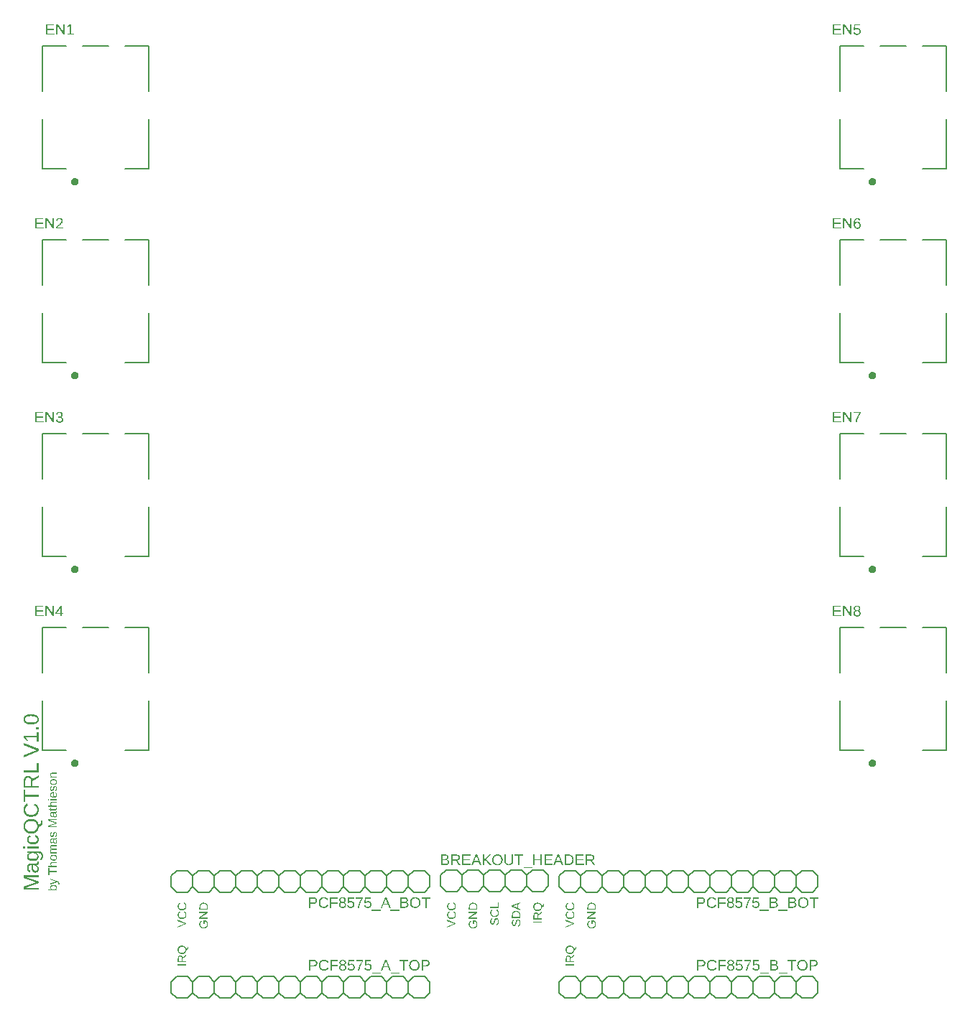
<source format=gbr>
G04 EAGLE Gerber RS-274X export*
G75*
%MOMM*%
%FSLAX34Y34*%
%LPD*%
%INSilkscreen Top*%
%IPPOS*%
%AMOC8*
5,1,8,0,0,1.08239X$1,22.5*%
G01*
G04 Define Apertures*
%ADD10C,0.127000*%
%ADD11C,0.400000*%
%ADD12C,0.152400*%
G36*
X-50700Y81641D02*
X-51274Y81661D01*
X-51816Y81721D01*
X-52326Y81820D01*
X-52804Y81960D01*
X-53251Y82139D01*
X-53665Y82358D01*
X-54047Y82617D01*
X-54398Y82916D01*
X-54711Y83250D01*
X-54983Y83614D01*
X-55213Y84009D01*
X-55401Y84435D01*
X-55547Y84892D01*
X-55652Y85379D01*
X-55715Y85897D01*
X-55735Y86445D01*
X-55726Y86831D01*
X-55697Y87201D01*
X-55649Y87554D01*
X-55581Y87892D01*
X-55495Y88213D01*
X-55389Y88518D01*
X-55264Y88806D01*
X-55119Y89079D01*
X-54956Y89335D01*
X-54774Y89573D01*
X-54573Y89793D01*
X-54354Y89996D01*
X-54116Y90182D01*
X-53860Y90350D01*
X-53585Y90501D01*
X-53291Y90634D01*
X-52871Y89366D01*
X-53080Y89274D01*
X-53276Y89168D01*
X-53460Y89050D01*
X-53631Y88919D01*
X-53789Y88774D01*
X-53935Y88617D01*
X-54067Y88446D01*
X-54188Y88263D01*
X-54294Y88069D01*
X-54387Y87865D01*
X-54465Y87653D01*
X-54529Y87432D01*
X-54579Y87202D01*
X-54614Y86964D01*
X-54636Y86716D01*
X-54643Y86459D01*
X-54626Y86061D01*
X-54577Y85686D01*
X-54495Y85333D01*
X-54379Y85003D01*
X-54231Y84695D01*
X-54050Y84411D01*
X-53836Y84149D01*
X-53589Y83910D01*
X-53313Y83697D01*
X-53013Y83512D01*
X-52688Y83355D01*
X-52339Y83227D01*
X-51966Y83128D01*
X-51568Y83057D01*
X-51146Y83014D01*
X-50700Y83000D01*
X-50257Y83014D01*
X-49837Y83059D01*
X-49439Y83133D01*
X-49063Y83237D01*
X-48710Y83370D01*
X-48379Y83533D01*
X-48069Y83726D01*
X-47783Y83949D01*
X-47524Y84196D01*
X-47300Y84465D01*
X-47110Y84754D01*
X-46955Y85065D01*
X-46835Y85396D01*
X-46748Y85748D01*
X-46697Y86122D01*
X-46680Y86516D01*
X-46688Y86771D01*
X-46712Y87018D01*
X-46752Y87257D01*
X-46808Y87488D01*
X-46880Y87711D01*
X-46968Y87926D01*
X-47072Y88132D01*
X-47193Y88331D01*
X-47329Y88522D01*
X-47481Y88705D01*
X-47649Y88879D01*
X-47834Y89046D01*
X-48251Y89355D01*
X-48732Y89632D01*
X-48185Y90725D01*
X-47876Y90565D01*
X-47586Y90389D01*
X-47315Y90198D01*
X-47063Y89992D01*
X-46830Y89770D01*
X-46616Y89533D01*
X-46421Y89280D01*
X-46245Y89012D01*
X-46089Y88731D01*
X-45954Y88439D01*
X-45840Y88135D01*
X-45746Y87821D01*
X-45674Y87495D01*
X-45622Y87159D01*
X-45590Y86811D01*
X-45580Y86452D01*
X-45590Y86086D01*
X-45619Y85732D01*
X-45667Y85390D01*
X-45735Y85061D01*
X-45822Y84745D01*
X-45929Y84441D01*
X-46054Y84150D01*
X-46200Y83872D01*
X-46363Y83607D01*
X-46543Y83359D01*
X-46739Y83128D01*
X-46953Y82912D01*
X-47182Y82713D01*
X-47429Y82529D01*
X-47692Y82363D01*
X-47972Y82212D01*
X-48266Y82078D01*
X-48574Y81962D01*
X-48895Y81864D01*
X-49230Y81784D01*
X-49577Y81721D01*
X-49938Y81677D01*
X-50312Y81650D01*
X-50700Y81641D01*
G37*
G36*
X-50700Y91985D02*
X-51274Y92005D01*
X-51816Y92064D01*
X-52326Y92164D01*
X-52804Y92303D01*
X-53251Y92483D01*
X-53665Y92702D01*
X-54047Y92961D01*
X-54398Y93259D01*
X-54711Y93593D01*
X-54983Y93958D01*
X-55213Y94353D01*
X-55401Y94779D01*
X-55547Y95236D01*
X-55652Y95723D01*
X-55715Y96241D01*
X-55735Y96789D01*
X-55726Y97175D01*
X-55697Y97545D01*
X-55649Y97898D01*
X-55581Y98236D01*
X-55495Y98557D01*
X-55389Y98861D01*
X-55264Y99150D01*
X-55119Y99423D01*
X-54956Y99678D01*
X-54774Y99916D01*
X-54573Y100137D01*
X-54354Y100340D01*
X-54116Y100526D01*
X-53860Y100694D01*
X-53585Y100844D01*
X-53291Y100978D01*
X-52871Y99710D01*
X-53080Y99618D01*
X-53276Y99512D01*
X-53460Y99394D01*
X-53631Y99262D01*
X-53789Y99118D01*
X-53935Y98961D01*
X-54067Y98790D01*
X-54188Y98607D01*
X-54294Y98412D01*
X-54387Y98209D01*
X-54465Y97997D01*
X-54529Y97776D01*
X-54579Y97546D01*
X-54614Y97307D01*
X-54636Y97060D01*
X-54643Y96803D01*
X-54626Y96405D01*
X-54577Y96029D01*
X-54495Y95677D01*
X-54379Y95346D01*
X-54231Y95039D01*
X-54050Y94755D01*
X-53836Y94493D01*
X-53589Y94254D01*
X-53313Y94040D01*
X-53013Y93856D01*
X-52688Y93699D01*
X-52339Y93571D01*
X-51966Y93471D01*
X-51568Y93400D01*
X-51146Y93358D01*
X-50700Y93343D01*
X-50257Y93358D01*
X-49837Y93403D01*
X-49439Y93477D01*
X-49063Y93581D01*
X-48710Y93714D01*
X-48379Y93877D01*
X-48069Y94070D01*
X-47783Y94292D01*
X-47524Y94540D01*
X-47300Y94809D01*
X-47110Y95098D01*
X-46955Y95409D01*
X-46835Y95740D01*
X-46748Y96092D01*
X-46697Y96465D01*
X-46680Y96859D01*
X-46688Y97114D01*
X-46712Y97361D01*
X-46752Y97601D01*
X-46808Y97831D01*
X-46880Y98054D01*
X-46968Y98269D01*
X-47072Y98476D01*
X-47193Y98675D01*
X-47329Y98866D01*
X-47481Y99049D01*
X-47649Y99223D01*
X-47834Y99390D01*
X-48251Y99699D01*
X-48732Y99976D01*
X-48185Y101069D01*
X-47876Y100909D01*
X-47586Y100733D01*
X-47315Y100542D01*
X-47063Y100336D01*
X-46830Y100114D01*
X-46616Y99877D01*
X-46421Y99624D01*
X-46245Y99356D01*
X-46089Y99075D01*
X-45954Y98782D01*
X-45840Y98479D01*
X-45746Y98165D01*
X-45674Y97839D01*
X-45622Y97503D01*
X-45590Y97155D01*
X-45580Y96796D01*
X-45590Y96430D01*
X-45619Y96076D01*
X-45667Y95734D01*
X-45735Y95405D01*
X-45822Y95089D01*
X-45929Y94785D01*
X-46054Y94494D01*
X-46200Y94215D01*
X-46363Y93951D01*
X-46543Y93703D01*
X-46739Y93471D01*
X-46953Y93256D01*
X-47182Y93056D01*
X-47429Y92873D01*
X-47692Y92706D01*
X-47972Y92555D01*
X-48266Y92422D01*
X-48574Y92306D01*
X-48895Y92208D01*
X-49230Y92127D01*
X-49577Y92065D01*
X-49938Y92020D01*
X-50312Y91994D01*
X-50700Y91985D01*
G37*
G36*
X-55588Y71413D02*
X-55588Y72821D01*
X-48641Y75552D01*
X-46897Y76141D01*
X-48641Y76729D01*
X-55588Y79446D01*
X-55588Y80854D01*
X-45720Y76827D01*
X-45720Y75440D01*
X-55588Y71413D01*
G37*
G36*
X-20320Y92433D02*
X-30188Y92433D01*
X-30188Y95697D01*
X-30169Y96306D01*
X-30110Y96879D01*
X-30012Y97416D01*
X-29874Y97918D01*
X-29697Y98384D01*
X-29481Y98814D01*
X-29226Y99208D01*
X-28931Y99566D01*
X-28600Y99886D01*
X-28236Y100162D01*
X-27839Y100396D01*
X-27409Y100588D01*
X-26945Y100737D01*
X-26449Y100843D01*
X-25919Y100907D01*
X-25356Y100928D01*
X-24980Y100919D01*
X-24616Y100891D01*
X-24264Y100845D01*
X-23924Y100780D01*
X-23596Y100696D01*
X-23280Y100594D01*
X-22976Y100473D01*
X-22684Y100333D01*
X-22406Y100177D01*
X-22145Y100004D01*
X-21900Y99817D01*
X-21673Y99614D01*
X-21462Y99395D01*
X-21267Y99160D01*
X-21090Y98911D01*
X-20929Y98645D01*
X-20787Y98367D01*
X-20663Y98078D01*
X-20558Y97779D01*
X-20472Y97469D01*
X-20406Y97148D01*
X-20358Y96817D01*
X-20330Y96476D01*
X-20320Y96124D01*
X-20320Y92433D01*
G37*
%LPC*%
G36*
X-21392Y93771D02*
X-21392Y95970D01*
X-21399Y96237D01*
X-21421Y96496D01*
X-21459Y96747D01*
X-21511Y96990D01*
X-21578Y97224D01*
X-21659Y97450D01*
X-21756Y97668D01*
X-21868Y97878D01*
X-21993Y98078D01*
X-22132Y98266D01*
X-22284Y98442D01*
X-22449Y98606D01*
X-22627Y98758D01*
X-22819Y98898D01*
X-23023Y99026D01*
X-23241Y99143D01*
X-23470Y99246D01*
X-23709Y99336D01*
X-23958Y99411D01*
X-24218Y99473D01*
X-24487Y99522D01*
X-24767Y99556D01*
X-25056Y99577D01*
X-25356Y99584D01*
X-25801Y99568D01*
X-26219Y99521D01*
X-26609Y99442D01*
X-26973Y99332D01*
X-27309Y99191D01*
X-27618Y99018D01*
X-27899Y98814D01*
X-28154Y98579D01*
X-28379Y98313D01*
X-28575Y98020D01*
X-28741Y97698D01*
X-28876Y97349D01*
X-28981Y96971D01*
X-29057Y96565D01*
X-29102Y96131D01*
X-29117Y95669D01*
X-29117Y93771D01*
X-21392Y93771D01*
G37*
%LPD*%
G36*
X-20320Y82089D02*
X-30188Y82089D01*
X-30188Y83644D01*
X-21728Y88981D01*
X-22911Y88918D01*
X-23717Y88897D01*
X-30188Y88897D01*
X-30188Y90101D01*
X-20320Y90101D01*
X-20320Y88491D01*
X-28725Y83210D01*
X-28045Y83245D01*
X-26876Y83280D01*
X-20320Y83280D01*
X-20320Y82089D01*
G37*
G36*
X-25300Y70478D02*
X-25883Y70498D01*
X-26433Y70558D01*
X-26949Y70659D01*
X-27431Y70800D01*
X-27879Y70981D01*
X-28292Y71203D01*
X-28673Y71464D01*
X-29019Y71766D01*
X-29327Y72105D01*
X-29595Y72476D01*
X-29821Y72880D01*
X-30006Y73316D01*
X-30150Y73785D01*
X-30253Y74286D01*
X-30315Y74821D01*
X-30335Y75387D01*
X-30327Y75787D01*
X-30301Y76168D01*
X-30258Y76530D01*
X-30197Y76872D01*
X-30119Y77195D01*
X-30024Y77499D01*
X-29912Y77783D01*
X-29782Y78049D01*
X-29633Y78297D01*
X-29464Y78531D01*
X-29274Y78750D01*
X-29062Y78954D01*
X-28831Y79144D01*
X-28578Y79319D01*
X-28304Y79479D01*
X-28010Y79625D01*
X-27632Y78350D01*
X-28024Y78120D01*
X-28198Y77990D01*
X-28359Y77850D01*
X-28505Y77700D01*
X-28637Y77540D01*
X-28754Y77371D01*
X-28858Y77191D01*
X-28948Y77000D01*
X-29026Y76799D01*
X-29092Y76586D01*
X-29147Y76362D01*
X-29189Y76126D01*
X-29219Y75880D01*
X-29237Y75622D01*
X-29243Y75352D01*
X-29227Y74938D01*
X-29178Y74548D01*
X-29098Y74184D01*
X-28985Y73845D01*
X-28839Y73531D01*
X-28662Y73242D01*
X-28452Y72978D01*
X-28210Y72740D01*
X-27938Y72528D01*
X-27640Y72345D01*
X-27316Y72189D01*
X-26966Y72062D01*
X-26589Y71963D01*
X-26185Y71893D01*
X-25756Y71850D01*
X-25300Y71836D01*
X-24844Y71851D01*
X-24414Y71896D01*
X-24008Y71971D01*
X-23627Y72076D01*
X-23270Y72211D01*
X-22938Y72376D01*
X-22630Y72571D01*
X-22348Y72796D01*
X-22094Y73047D01*
X-21874Y73322D01*
X-21688Y73619D01*
X-21536Y73939D01*
X-21418Y74283D01*
X-21333Y74649D01*
X-21282Y75038D01*
X-21266Y75450D01*
X-21284Y75925D01*
X-21339Y76384D01*
X-21431Y76827D01*
X-21560Y77254D01*
X-21720Y77652D01*
X-21906Y78011D01*
X-22119Y78330D01*
X-22358Y78609D01*
X-24137Y78609D01*
X-24137Y75660D01*
X-25258Y75660D01*
X-25258Y79842D01*
X-21854Y79842D01*
X-21477Y79427D01*
X-21146Y78969D01*
X-20859Y78466D01*
X-20618Y77919D01*
X-20515Y77632D01*
X-20426Y77338D01*
X-20351Y77038D01*
X-20289Y76733D01*
X-20242Y76421D01*
X-20207Y76104D01*
X-20187Y75780D01*
X-20180Y75450D01*
X-20190Y75070D01*
X-20218Y74703D01*
X-20267Y74350D01*
X-20334Y74009D01*
X-20421Y73682D01*
X-20527Y73369D01*
X-20652Y73069D01*
X-20796Y72782D01*
X-20959Y72510D01*
X-21138Y72255D01*
X-21335Y72016D01*
X-21548Y71793D01*
X-21779Y71588D01*
X-22026Y71398D01*
X-22290Y71226D01*
X-22572Y71069D01*
X-22868Y70931D01*
X-23177Y70811D01*
X-23499Y70709D01*
X-23833Y70626D01*
X-24181Y70561D01*
X-24541Y70515D01*
X-24914Y70487D01*
X-25300Y70478D01*
G37*
G36*
X2713Y74376D02*
X2454Y75672D01*
X2669Y75736D01*
X2869Y75816D01*
X3054Y75911D01*
X3225Y76022D01*
X3381Y76149D01*
X3522Y76292D01*
X3648Y76450D01*
X3760Y76625D01*
X3857Y76815D01*
X3942Y77022D01*
X4014Y77245D01*
X4072Y77484D01*
X4118Y77740D01*
X4150Y78013D01*
X4170Y78301D01*
X4177Y78607D01*
X4170Y78921D01*
X4149Y79217D01*
X4114Y79495D01*
X4065Y79754D01*
X4003Y79995D01*
X3926Y80217D01*
X3836Y80421D01*
X3732Y80606D01*
X3614Y80771D01*
X3483Y80914D01*
X3340Y81035D01*
X3183Y81134D01*
X3013Y81211D01*
X2830Y81266D01*
X2634Y81299D01*
X2426Y81310D01*
X2195Y81296D01*
X1988Y81255D01*
X1803Y81186D01*
X1641Y81089D01*
X1497Y80968D01*
X1366Y80824D01*
X1249Y80658D01*
X1144Y80470D01*
X964Y80032D01*
X815Y79517D01*
X528Y78291D01*
X398Y77742D01*
X268Y77263D01*
X139Y76854D01*
X9Y76516D01*
X-124Y76229D01*
X-265Y75974D01*
X-413Y75751D01*
X-569Y75560D01*
X-735Y75395D01*
X-914Y75251D01*
X-1108Y75127D01*
X-1314Y75024D01*
X-1536Y74943D01*
X-1773Y74885D01*
X-2026Y74850D01*
X-2295Y74839D01*
X-2603Y74854D01*
X-2892Y74899D01*
X-3164Y74975D01*
X-3417Y75081D01*
X-3653Y75218D01*
X-3870Y75384D01*
X-4068Y75581D01*
X-4249Y75809D01*
X-4410Y76064D01*
X-4549Y76346D01*
X-4667Y76654D01*
X-4764Y76988D01*
X-4839Y77348D01*
X-4893Y77734D01*
X-4925Y78147D01*
X-4935Y78586D01*
X-4927Y78993D01*
X-4903Y79377D01*
X-4863Y79735D01*
X-4807Y80069D01*
X-4734Y80378D01*
X-4646Y80662D01*
X-4541Y80921D01*
X-4421Y81156D01*
X-4281Y81370D01*
X-4118Y81567D01*
X-3933Y81748D01*
X-3725Y81912D01*
X-3494Y82060D01*
X-3241Y82191D01*
X-2965Y82305D01*
X-2666Y82403D01*
X-2435Y81086D01*
X-2624Y81026D01*
X-2800Y80953D01*
X-2963Y80868D01*
X-3112Y80771D01*
X-3247Y80661D01*
X-3369Y80540D01*
X-3478Y80406D01*
X-3573Y80260D01*
X-3656Y80100D01*
X-3728Y79926D01*
X-3789Y79737D01*
X-3838Y79533D01*
X-3905Y79082D01*
X-3927Y78572D01*
X-3921Y78284D01*
X-3902Y78015D01*
X-3872Y77763D01*
X-3829Y77528D01*
X-3774Y77311D01*
X-3706Y77111D01*
X-3627Y76929D01*
X-3535Y76765D01*
X-3431Y76619D01*
X-3314Y76492D01*
X-3186Y76385D01*
X-3046Y76297D01*
X-2894Y76229D01*
X-2730Y76180D01*
X-2553Y76151D01*
X-2365Y76141D01*
X-2147Y76156D01*
X-1949Y76202D01*
X-1771Y76277D01*
X-1612Y76383D01*
X-1469Y76517D01*
X-1337Y76678D01*
X-1217Y76866D01*
X-1108Y77080D01*
X-999Y77364D01*
X-878Y77761D01*
X-745Y78271D01*
X-600Y78894D01*
X-386Y79801D01*
X-267Y80243D01*
X-127Y80666D01*
X36Y81066D01*
X226Y81440D01*
X452Y81777D01*
X724Y82067D01*
X877Y82192D01*
X1044Y82304D01*
X1224Y82401D01*
X1417Y82483D01*
X1625Y82549D01*
X1851Y82596D01*
X2095Y82624D01*
X2356Y82634D01*
X2687Y82617D01*
X3000Y82567D01*
X3293Y82484D01*
X3567Y82367D01*
X3822Y82217D01*
X4057Y82033D01*
X4274Y81816D01*
X4471Y81566D01*
X4646Y81285D01*
X4799Y80977D01*
X4927Y80642D01*
X5033Y80280D01*
X5115Y79890D01*
X5173Y79473D01*
X5208Y79029D01*
X5220Y78558D01*
X5210Y78119D01*
X5181Y77703D01*
X5132Y77312D01*
X5063Y76944D01*
X4975Y76599D01*
X4868Y76279D01*
X4740Y75982D01*
X4593Y75709D01*
X4427Y75459D01*
X4241Y75234D01*
X4035Y75031D01*
X3810Y74853D01*
X3565Y74698D01*
X3300Y74567D01*
X3016Y74460D01*
X2713Y74376D01*
G37*
G36*
X100Y84016D02*
X-474Y84036D01*
X-1016Y84096D01*
X-1526Y84195D01*
X-2004Y84335D01*
X-2451Y84514D01*
X-2865Y84733D01*
X-3247Y84992D01*
X-3598Y85291D01*
X-3911Y85625D01*
X-4183Y85989D01*
X-4413Y86384D01*
X-4601Y86810D01*
X-4747Y87267D01*
X-4852Y87754D01*
X-4915Y88272D01*
X-4935Y88820D01*
X-4926Y89206D01*
X-4897Y89576D01*
X-4849Y89929D01*
X-4781Y90267D01*
X-4695Y90588D01*
X-4589Y90893D01*
X-4464Y91181D01*
X-4319Y91454D01*
X-4156Y91710D01*
X-3974Y91948D01*
X-3773Y92168D01*
X-3554Y92371D01*
X-3316Y92557D01*
X-3060Y92725D01*
X-2785Y92876D01*
X-2491Y93009D01*
X-2071Y91741D01*
X-2280Y91649D01*
X-2476Y91543D01*
X-2660Y91425D01*
X-2831Y91294D01*
X-2989Y91149D01*
X-3135Y90992D01*
X-3267Y90821D01*
X-3388Y90638D01*
X-3494Y90444D01*
X-3587Y90240D01*
X-3665Y90028D01*
X-3729Y89807D01*
X-3779Y89577D01*
X-3814Y89339D01*
X-3836Y89091D01*
X-3843Y88834D01*
X-3826Y88436D01*
X-3777Y88061D01*
X-3695Y87708D01*
X-3579Y87378D01*
X-3431Y87070D01*
X-3250Y86786D01*
X-3036Y86524D01*
X-2789Y86285D01*
X-2513Y86072D01*
X-2213Y85887D01*
X-1888Y85730D01*
X-1539Y85602D01*
X-1166Y85503D01*
X-768Y85432D01*
X-346Y85389D01*
X100Y85375D01*
X543Y85389D01*
X963Y85434D01*
X1361Y85508D01*
X1737Y85612D01*
X2090Y85745D01*
X2421Y85908D01*
X2731Y86101D01*
X3017Y86324D01*
X3276Y86571D01*
X3500Y86840D01*
X3690Y87129D01*
X3845Y87440D01*
X3965Y87771D01*
X4052Y88123D01*
X4103Y88497D01*
X4121Y88891D01*
X4112Y89146D01*
X4088Y89393D01*
X4048Y89632D01*
X3992Y89863D01*
X3920Y90086D01*
X3832Y90301D01*
X3728Y90507D01*
X3607Y90706D01*
X3471Y90897D01*
X3319Y91080D01*
X3151Y91254D01*
X2966Y91421D01*
X2549Y91730D01*
X2068Y92007D01*
X2615Y93100D01*
X2924Y92940D01*
X3214Y92764D01*
X3485Y92573D01*
X3737Y92367D01*
X3970Y92145D01*
X4184Y91908D01*
X4379Y91655D01*
X4555Y91387D01*
X4711Y91106D01*
X4846Y90814D01*
X4960Y90510D01*
X5054Y90196D01*
X5127Y89870D01*
X5178Y89534D01*
X5210Y89186D01*
X5220Y88827D01*
X5210Y88461D01*
X5181Y88107D01*
X5133Y87765D01*
X5065Y87436D01*
X4978Y87120D01*
X4871Y86816D01*
X4746Y86525D01*
X4600Y86247D01*
X4437Y85982D01*
X4257Y85734D01*
X4061Y85503D01*
X3847Y85287D01*
X3618Y85088D01*
X3371Y84904D01*
X3108Y84738D01*
X2828Y84587D01*
X2534Y84453D01*
X2226Y84337D01*
X1905Y84239D01*
X1570Y84159D01*
X1223Y84096D01*
X862Y84052D01*
X488Y84025D01*
X100Y84016D01*
G37*
G36*
X5080Y94808D02*
X-4788Y94808D01*
X-4788Y96146D01*
X3987Y96146D01*
X3987Y101132D01*
X5080Y101132D01*
X5080Y94808D01*
G37*
G36*
X30480Y82870D02*
X20612Y82870D01*
X20612Y86134D01*
X20631Y86743D01*
X20690Y87316D01*
X20788Y87854D01*
X20926Y88355D01*
X21103Y88821D01*
X21319Y89251D01*
X21574Y89645D01*
X21869Y90004D01*
X22200Y90323D01*
X22564Y90600D01*
X22961Y90834D01*
X23391Y91025D01*
X23855Y91174D01*
X24352Y91281D01*
X24881Y91345D01*
X25444Y91366D01*
X25820Y91357D01*
X26184Y91329D01*
X26536Y91282D01*
X26876Y91217D01*
X27204Y91133D01*
X27520Y91031D01*
X27824Y90910D01*
X28116Y90771D01*
X28394Y90614D01*
X28655Y90442D01*
X28900Y90254D01*
X29127Y90051D01*
X29338Y89832D01*
X29533Y89598D01*
X29710Y89348D01*
X29871Y89083D01*
X30014Y88804D01*
X30137Y88515D01*
X30242Y88216D01*
X30328Y87906D01*
X30394Y87586D01*
X30442Y87255D01*
X30471Y86913D01*
X30480Y86561D01*
X30480Y82870D01*
G37*
%LPC*%
G36*
X29408Y84208D02*
X29408Y86407D01*
X29401Y86675D01*
X29379Y86934D01*
X29341Y87185D01*
X29289Y87427D01*
X29222Y87662D01*
X29141Y87888D01*
X29044Y88106D01*
X28932Y88316D01*
X28807Y88516D01*
X28668Y88703D01*
X28516Y88879D01*
X28351Y89043D01*
X28173Y89195D01*
X27981Y89336D01*
X27777Y89464D01*
X27559Y89580D01*
X27330Y89683D01*
X27091Y89773D01*
X26842Y89849D01*
X26582Y89911D01*
X26313Y89959D01*
X26034Y89994D01*
X25744Y90014D01*
X25444Y90021D01*
X24999Y90006D01*
X24581Y89958D01*
X24191Y89880D01*
X23827Y89770D01*
X23491Y89629D01*
X23182Y89456D01*
X22901Y89252D01*
X22646Y89016D01*
X22421Y88751D01*
X22225Y88457D01*
X22059Y88136D01*
X21924Y87786D01*
X21819Y87408D01*
X21743Y87002D01*
X21698Y86568D01*
X21683Y86106D01*
X21683Y84208D01*
X29408Y84208D01*
G37*
%LPD*%
G36*
X30480Y92066D02*
X20612Y96093D01*
X20612Y97613D01*
X30480Y101577D01*
X30480Y100211D01*
X27594Y99083D01*
X27594Y94587D01*
X30480Y93452D01*
X30480Y92066D01*
G37*
%LPC*%
G36*
X26551Y94993D02*
X26551Y98684D01*
X23294Y97416D01*
X22779Y97220D01*
X22202Y97024D01*
X21620Y96835D01*
X21816Y96772D01*
X22480Y96555D01*
X23308Y96254D01*
X26551Y94993D01*
G37*
%LPD*%
G36*
X28113Y72783D02*
X27854Y74078D01*
X28069Y74142D01*
X28269Y74222D01*
X28454Y74317D01*
X28625Y74428D01*
X28781Y74555D01*
X28922Y74698D01*
X29048Y74857D01*
X29160Y75031D01*
X29257Y75221D01*
X29342Y75428D01*
X29414Y75651D01*
X29472Y75891D01*
X29518Y76146D01*
X29550Y76419D01*
X29570Y76708D01*
X29577Y77013D01*
X29570Y77328D01*
X29549Y77624D01*
X29514Y77901D01*
X29465Y78161D01*
X29403Y78401D01*
X29326Y78624D01*
X29236Y78827D01*
X29132Y79012D01*
X29014Y79177D01*
X28883Y79320D01*
X28740Y79441D01*
X28583Y79540D01*
X28413Y79617D01*
X28230Y79672D01*
X28034Y79705D01*
X27826Y79716D01*
X27595Y79703D01*
X27388Y79661D01*
X27203Y79592D01*
X27041Y79496D01*
X26897Y79374D01*
X26766Y79230D01*
X26649Y79064D01*
X26544Y78876D01*
X26364Y78438D01*
X26215Y77923D01*
X25928Y76698D01*
X25798Y76148D01*
X25668Y75669D01*
X25539Y75260D01*
X25409Y74922D01*
X25276Y74635D01*
X25135Y74380D01*
X24987Y74157D01*
X24831Y73966D01*
X24665Y73801D01*
X24486Y73657D01*
X24292Y73534D01*
X24086Y73430D01*
X23864Y73349D01*
X23627Y73291D01*
X23374Y73256D01*
X23105Y73245D01*
X22797Y73260D01*
X22508Y73305D01*
X22236Y73381D01*
X21983Y73487D01*
X21748Y73624D01*
X21531Y73790D01*
X21332Y73988D01*
X21151Y74215D01*
X20990Y74470D01*
X20851Y74752D01*
X20733Y75060D01*
X20636Y75394D01*
X20561Y75754D01*
X20508Y76141D01*
X20475Y76553D01*
X20465Y76992D01*
X20473Y77400D01*
X20497Y77783D01*
X20537Y78141D01*
X20593Y78475D01*
X20666Y78784D01*
X20754Y79068D01*
X20859Y79328D01*
X20979Y79562D01*
X21119Y79776D01*
X21282Y79974D01*
X21467Y80155D01*
X21675Y80319D01*
X21906Y80466D01*
X22159Y80597D01*
X22435Y80711D01*
X22734Y80809D01*
X22965Y79492D01*
X22776Y79432D01*
X22600Y79359D01*
X22437Y79274D01*
X22288Y79177D01*
X22153Y79068D01*
X22031Y78946D01*
X21922Y78812D01*
X21827Y78666D01*
X21744Y78506D01*
X21672Y78332D01*
X21611Y78143D01*
X21562Y77939D01*
X21495Y77488D01*
X21473Y76978D01*
X21479Y76691D01*
X21498Y76421D01*
X21528Y76169D01*
X21571Y75934D01*
X21626Y75717D01*
X21694Y75518D01*
X21773Y75335D01*
X21865Y75171D01*
X21969Y75025D01*
X22086Y74898D01*
X22214Y74791D01*
X22354Y74703D01*
X22506Y74635D01*
X22670Y74587D01*
X22847Y74557D01*
X23035Y74548D01*
X23253Y74563D01*
X23451Y74608D01*
X23629Y74683D01*
X23788Y74789D01*
X23931Y74923D01*
X24063Y75084D01*
X24183Y75272D01*
X24292Y75486D01*
X24401Y75770D01*
X24522Y76167D01*
X24655Y76677D01*
X24800Y77300D01*
X25014Y78207D01*
X25133Y78649D01*
X25273Y79072D01*
X25436Y79472D01*
X25626Y79846D01*
X25852Y80183D01*
X26124Y80473D01*
X26277Y80599D01*
X26444Y80710D01*
X26624Y80807D01*
X26817Y80889D01*
X27025Y80955D01*
X27251Y81002D01*
X27495Y81031D01*
X27756Y81040D01*
X28087Y81023D01*
X28400Y80973D01*
X28693Y80890D01*
X28967Y80773D01*
X29222Y80623D01*
X29457Y80439D01*
X29674Y80222D01*
X29871Y79972D01*
X30046Y79691D01*
X30199Y79383D01*
X30327Y79048D01*
X30433Y78686D01*
X30515Y78296D01*
X30573Y77879D01*
X30608Y77435D01*
X30620Y76964D01*
X30610Y76525D01*
X30581Y76110D01*
X30532Y75718D01*
X30463Y75350D01*
X30375Y75006D01*
X30268Y74685D01*
X30140Y74388D01*
X29993Y74115D01*
X29827Y73866D01*
X29641Y73640D01*
X29435Y73438D01*
X29210Y73259D01*
X28965Y73105D01*
X28700Y72974D01*
X28416Y72866D01*
X28113Y72783D01*
G37*
G36*
X50900Y91123D02*
X50325Y91143D01*
X49781Y91204D01*
X49270Y91305D01*
X48791Y91447D01*
X48345Y91629D01*
X47931Y91852D01*
X47549Y92115D01*
X47199Y92419D01*
X46886Y92759D01*
X46615Y93130D01*
X46386Y93533D01*
X46198Y93968D01*
X46052Y94435D01*
X45948Y94934D01*
X45885Y95464D01*
X45865Y96026D01*
X45874Y96396D01*
X45902Y96754D01*
X45949Y97099D01*
X46014Y97432D01*
X46099Y97752D01*
X46201Y98060D01*
X46323Y98355D01*
X46463Y98638D01*
X46622Y98907D01*
X46797Y99159D01*
X46989Y99395D01*
X47198Y99614D01*
X47424Y99818D01*
X47667Y100005D01*
X47927Y100175D01*
X48204Y100330D01*
X48496Y100467D01*
X48801Y100585D01*
X49118Y100686D01*
X49449Y100768D01*
X49792Y100832D01*
X50149Y100878D01*
X50518Y100905D01*
X50900Y100914D01*
X51411Y100898D01*
X51898Y100849D01*
X52361Y100767D01*
X52802Y100652D01*
X53219Y100504D01*
X53613Y100323D01*
X53984Y100110D01*
X54332Y99864D01*
X54651Y99588D01*
X54936Y99287D01*
X55186Y98961D01*
X55402Y98608D01*
X55584Y98231D01*
X55731Y97827D01*
X55844Y97398D01*
X55922Y96943D01*
X56333Y97098D01*
X56682Y97275D01*
X56970Y97474D01*
X57197Y97696D01*
X57368Y97945D01*
X57491Y98224D01*
X57564Y98535D01*
X57583Y98702D01*
X57589Y98876D01*
X57566Y99270D01*
X57498Y99682D01*
X58436Y99682D01*
X58504Y99360D01*
X58552Y99044D01*
X58581Y98736D01*
X58590Y98435D01*
X58581Y98177D01*
X58553Y97930D01*
X58506Y97695D01*
X58441Y97471D01*
X58357Y97259D01*
X58254Y97059D01*
X58132Y96871D01*
X57992Y96695D01*
X57829Y96528D01*
X57642Y96369D01*
X57430Y96217D01*
X57192Y96074D01*
X56930Y95938D01*
X56642Y95810D01*
X56330Y95690D01*
X55992Y95578D01*
X55966Y95237D01*
X55922Y94908D01*
X55860Y94591D01*
X55781Y94286D01*
X55684Y93993D01*
X55570Y93712D01*
X55438Y93443D01*
X55288Y93186D01*
X55122Y92942D01*
X54940Y92713D01*
X54743Y92499D01*
X54530Y92300D01*
X54302Y92115D01*
X54058Y91946D01*
X53798Y91792D01*
X53523Y91652D01*
X53235Y91528D01*
X52935Y91421D01*
X52624Y91330D01*
X52302Y91255D01*
X51968Y91197D01*
X51624Y91156D01*
X51268Y91131D01*
X50900Y91123D01*
G37*
%LPC*%
G36*
X50900Y92482D02*
X51352Y92496D01*
X51780Y92540D01*
X52184Y92613D01*
X52565Y92716D01*
X52921Y92847D01*
X53253Y93008D01*
X53561Y93198D01*
X53845Y93417D01*
X54101Y93662D01*
X54322Y93930D01*
X54509Y94220D01*
X54662Y94533D01*
X54781Y94869D01*
X54866Y95227D01*
X54918Y95608D01*
X54935Y96012D01*
X54918Y96427D01*
X54869Y96817D01*
X54786Y97182D01*
X54671Y97522D01*
X54523Y97837D01*
X54342Y98128D01*
X54127Y98394D01*
X53880Y98635D01*
X53603Y98849D01*
X53299Y99035D01*
X52967Y99192D01*
X52608Y99320D01*
X52222Y99420D01*
X51809Y99492D01*
X51368Y99534D01*
X50900Y99549D01*
X50452Y99534D01*
X50029Y99491D01*
X49630Y99419D01*
X49256Y99318D01*
X48907Y99189D01*
X48583Y99031D01*
X48283Y98844D01*
X48008Y98628D01*
X47762Y98386D01*
X47548Y98120D01*
X47368Y97830D01*
X47220Y97517D01*
X47105Y97180D01*
X47023Y96819D01*
X46974Y96434D01*
X46957Y96026D01*
X46973Y95614D01*
X47022Y95226D01*
X47103Y94863D01*
X47216Y94523D01*
X47362Y94208D01*
X47540Y93917D01*
X47751Y93650D01*
X47994Y93406D01*
X48266Y93190D01*
X48564Y93002D01*
X48888Y92843D01*
X49239Y92713D01*
X49615Y92612D01*
X50017Y92540D01*
X50446Y92496D01*
X50900Y92482D01*
G37*
%LPD*%
G36*
X55880Y81277D02*
X46012Y81277D01*
X46012Y85920D01*
X46023Y86325D01*
X46058Y86706D01*
X46117Y87063D01*
X46198Y87397D01*
X46303Y87707D01*
X46431Y87993D01*
X46583Y88255D01*
X46758Y88494D01*
X46953Y88707D01*
X47167Y88891D01*
X47399Y89047D01*
X47650Y89174D01*
X47918Y89273D01*
X48205Y89344D01*
X48511Y89387D01*
X48834Y89401D01*
X49104Y89391D01*
X49362Y89361D01*
X49610Y89311D01*
X49846Y89241D01*
X50072Y89151D01*
X50287Y89041D01*
X50490Y88910D01*
X50683Y88760D01*
X50862Y88592D01*
X51023Y88409D01*
X51167Y88211D01*
X51220Y88122D01*
X51294Y87998D01*
X51404Y87769D01*
X51496Y87525D01*
X51571Y87266D01*
X51629Y86992D01*
X53438Y88184D01*
X55880Y89793D01*
X55880Y88252D01*
X51783Y85689D01*
X51783Y82614D01*
X55880Y82614D01*
X55880Y81277D01*
G37*
%LPC*%
G36*
X50725Y82614D02*
X50725Y85843D01*
X50718Y86100D01*
X50694Y86342D01*
X50656Y86569D01*
X50602Y86781D01*
X50532Y86978D01*
X50448Y87160D01*
X50347Y87327D01*
X50231Y87478D01*
X50102Y87614D01*
X49960Y87731D01*
X49806Y87831D01*
X49639Y87912D01*
X49460Y87975D01*
X49268Y88020D01*
X49064Y88047D01*
X48848Y88056D01*
X48639Y88047D01*
X48443Y88020D01*
X48260Y87974D01*
X48089Y87910D01*
X47931Y87828D01*
X47787Y87727D01*
X47654Y87609D01*
X47535Y87471D01*
X47429Y87317D01*
X47337Y87147D01*
X47260Y86960D01*
X47196Y86758D01*
X47147Y86539D01*
X47112Y86305D01*
X47090Y86054D01*
X47083Y85787D01*
X47083Y82614D01*
X50725Y82614D01*
G37*
%LPD*%
G36*
X55880Y77424D02*
X46012Y77424D01*
X46012Y78761D01*
X55880Y78761D01*
X55880Y77424D01*
G37*
G36*
X89000Y81641D02*
X88426Y81661D01*
X87884Y81721D01*
X87374Y81820D01*
X86896Y81960D01*
X86449Y82139D01*
X86035Y82358D01*
X85653Y82617D01*
X85302Y82916D01*
X84989Y83250D01*
X84717Y83614D01*
X84487Y84009D01*
X84299Y84435D01*
X84153Y84892D01*
X84048Y85379D01*
X83986Y85897D01*
X83965Y86445D01*
X83974Y86831D01*
X84003Y87201D01*
X84051Y87554D01*
X84119Y87892D01*
X84205Y88213D01*
X84311Y88518D01*
X84436Y88806D01*
X84581Y89079D01*
X84744Y89335D01*
X84926Y89573D01*
X85127Y89793D01*
X85346Y89996D01*
X85584Y90182D01*
X85840Y90350D01*
X86115Y90501D01*
X86409Y90634D01*
X86829Y89366D01*
X86620Y89274D01*
X86424Y89168D01*
X86240Y89050D01*
X86069Y88919D01*
X85911Y88774D01*
X85765Y88617D01*
X85633Y88446D01*
X85512Y88263D01*
X85406Y88069D01*
X85313Y87865D01*
X85235Y87653D01*
X85171Y87432D01*
X85121Y87202D01*
X85086Y86964D01*
X85064Y86716D01*
X85057Y86459D01*
X85074Y86061D01*
X85123Y85686D01*
X85205Y85333D01*
X85321Y85003D01*
X85469Y84695D01*
X85650Y84411D01*
X85864Y84149D01*
X86111Y83910D01*
X86387Y83697D01*
X86687Y83512D01*
X87012Y83355D01*
X87361Y83227D01*
X87734Y83128D01*
X88132Y83057D01*
X88554Y83014D01*
X89000Y83000D01*
X89443Y83014D01*
X89863Y83059D01*
X90261Y83133D01*
X90637Y83237D01*
X90990Y83370D01*
X91321Y83533D01*
X91631Y83726D01*
X91917Y83949D01*
X92176Y84196D01*
X92400Y84465D01*
X92590Y84754D01*
X92745Y85065D01*
X92865Y85396D01*
X92952Y85748D01*
X93003Y86122D01*
X93021Y86516D01*
X93012Y86771D01*
X92988Y87018D01*
X92948Y87257D01*
X92892Y87488D01*
X92820Y87711D01*
X92732Y87926D01*
X92628Y88132D01*
X92507Y88331D01*
X92371Y88522D01*
X92219Y88705D01*
X92051Y88879D01*
X91866Y89046D01*
X91449Y89355D01*
X90968Y89632D01*
X91515Y90725D01*
X91824Y90565D01*
X92114Y90389D01*
X92385Y90198D01*
X92637Y89992D01*
X92870Y89770D01*
X93084Y89533D01*
X93279Y89280D01*
X93455Y89012D01*
X93611Y88731D01*
X93746Y88439D01*
X93860Y88135D01*
X93954Y87821D01*
X94027Y87495D01*
X94078Y87159D01*
X94110Y86811D01*
X94120Y86452D01*
X94110Y86086D01*
X94081Y85732D01*
X94033Y85390D01*
X93965Y85061D01*
X93878Y84745D01*
X93771Y84441D01*
X93646Y84150D01*
X93500Y83872D01*
X93337Y83607D01*
X93157Y83359D01*
X92961Y83128D01*
X92747Y82912D01*
X92518Y82713D01*
X92271Y82529D01*
X92008Y82363D01*
X91728Y82212D01*
X91434Y82078D01*
X91126Y81962D01*
X90805Y81864D01*
X90470Y81784D01*
X90123Y81721D01*
X89762Y81677D01*
X89388Y81650D01*
X89000Y81641D01*
G37*
G36*
X89000Y91985D02*
X88426Y92005D01*
X87884Y92064D01*
X87374Y92164D01*
X86896Y92303D01*
X86449Y92483D01*
X86035Y92702D01*
X85653Y92961D01*
X85302Y93259D01*
X84989Y93593D01*
X84717Y93958D01*
X84487Y94353D01*
X84299Y94779D01*
X84153Y95236D01*
X84048Y95723D01*
X83986Y96241D01*
X83965Y96789D01*
X83974Y97175D01*
X84003Y97545D01*
X84051Y97898D01*
X84119Y98236D01*
X84205Y98557D01*
X84311Y98861D01*
X84436Y99150D01*
X84581Y99423D01*
X84744Y99678D01*
X84926Y99916D01*
X85127Y100137D01*
X85346Y100340D01*
X85584Y100526D01*
X85840Y100694D01*
X86115Y100844D01*
X86409Y100978D01*
X86829Y99710D01*
X86620Y99618D01*
X86424Y99512D01*
X86240Y99394D01*
X86069Y99262D01*
X85911Y99118D01*
X85765Y98961D01*
X85633Y98790D01*
X85512Y98607D01*
X85406Y98412D01*
X85313Y98209D01*
X85235Y97997D01*
X85171Y97776D01*
X85121Y97546D01*
X85086Y97307D01*
X85064Y97060D01*
X85057Y96803D01*
X85074Y96405D01*
X85123Y96029D01*
X85205Y95677D01*
X85321Y95346D01*
X85469Y95039D01*
X85650Y94755D01*
X85864Y94493D01*
X86111Y94254D01*
X86387Y94040D01*
X86687Y93856D01*
X87012Y93699D01*
X87361Y93571D01*
X87734Y93471D01*
X88132Y93400D01*
X88554Y93358D01*
X89000Y93343D01*
X89443Y93358D01*
X89863Y93403D01*
X90261Y93477D01*
X90637Y93581D01*
X90990Y93714D01*
X91321Y93877D01*
X91631Y94070D01*
X91917Y94292D01*
X92176Y94540D01*
X92400Y94809D01*
X92590Y95098D01*
X92745Y95409D01*
X92865Y95740D01*
X92952Y96092D01*
X93003Y96465D01*
X93021Y96859D01*
X93012Y97114D01*
X92988Y97361D01*
X92948Y97601D01*
X92892Y97831D01*
X92820Y98054D01*
X92732Y98269D01*
X92628Y98476D01*
X92507Y98675D01*
X92371Y98866D01*
X92219Y99049D01*
X92051Y99223D01*
X91866Y99390D01*
X91449Y99699D01*
X90968Y99976D01*
X91515Y101069D01*
X91824Y100909D01*
X92114Y100733D01*
X92385Y100542D01*
X92637Y100336D01*
X92870Y100114D01*
X93084Y99877D01*
X93279Y99624D01*
X93455Y99356D01*
X93611Y99075D01*
X93746Y98782D01*
X93860Y98479D01*
X93954Y98165D01*
X94027Y97839D01*
X94078Y97503D01*
X94110Y97155D01*
X94120Y96796D01*
X94110Y96430D01*
X94081Y96076D01*
X94033Y95734D01*
X93965Y95405D01*
X93878Y95089D01*
X93771Y94785D01*
X93646Y94494D01*
X93500Y94215D01*
X93337Y93951D01*
X93157Y93703D01*
X92961Y93471D01*
X92747Y93256D01*
X92518Y93056D01*
X92271Y92873D01*
X92008Y92706D01*
X91728Y92555D01*
X91434Y92422D01*
X91126Y92306D01*
X90805Y92208D01*
X90470Y92127D01*
X90123Y92065D01*
X89762Y92020D01*
X89388Y91994D01*
X89000Y91985D01*
G37*
G36*
X84112Y71413D02*
X84112Y72821D01*
X91059Y75552D01*
X92803Y76141D01*
X91059Y76729D01*
X84112Y79446D01*
X84112Y80854D01*
X93980Y76827D01*
X93980Y75440D01*
X84112Y71413D01*
G37*
G36*
X-368200Y81641D02*
X-368774Y81661D01*
X-369316Y81721D01*
X-369826Y81820D01*
X-370304Y81960D01*
X-370751Y82139D01*
X-371165Y82358D01*
X-371547Y82617D01*
X-371898Y82916D01*
X-372211Y83250D01*
X-372483Y83614D01*
X-372713Y84009D01*
X-372901Y84435D01*
X-373047Y84892D01*
X-373152Y85379D01*
X-373215Y85897D01*
X-373235Y86445D01*
X-373226Y86831D01*
X-373197Y87201D01*
X-373149Y87554D01*
X-373081Y87892D01*
X-372995Y88213D01*
X-372889Y88518D01*
X-372764Y88806D01*
X-372619Y89079D01*
X-372456Y89335D01*
X-372274Y89573D01*
X-372073Y89793D01*
X-371854Y89996D01*
X-371616Y90182D01*
X-371360Y90350D01*
X-371085Y90501D01*
X-370791Y90634D01*
X-370371Y89366D01*
X-370580Y89274D01*
X-370776Y89168D01*
X-370960Y89050D01*
X-371131Y88919D01*
X-371289Y88774D01*
X-371435Y88617D01*
X-371567Y88446D01*
X-371688Y88263D01*
X-371794Y88069D01*
X-371887Y87865D01*
X-371965Y87653D01*
X-372029Y87432D01*
X-372079Y87202D01*
X-372114Y86964D01*
X-372136Y86716D01*
X-372143Y86459D01*
X-372126Y86061D01*
X-372077Y85686D01*
X-371995Y85333D01*
X-371879Y85003D01*
X-371731Y84695D01*
X-371550Y84411D01*
X-371336Y84149D01*
X-371089Y83910D01*
X-370813Y83697D01*
X-370513Y83512D01*
X-370188Y83355D01*
X-369839Y83227D01*
X-369466Y83128D01*
X-369068Y83057D01*
X-368646Y83014D01*
X-368200Y83000D01*
X-367757Y83014D01*
X-367337Y83059D01*
X-366939Y83133D01*
X-366563Y83237D01*
X-366210Y83370D01*
X-365879Y83533D01*
X-365569Y83726D01*
X-365283Y83949D01*
X-365024Y84196D01*
X-364800Y84465D01*
X-364610Y84754D01*
X-364455Y85065D01*
X-364335Y85396D01*
X-364248Y85748D01*
X-364197Y86122D01*
X-364180Y86516D01*
X-364188Y86771D01*
X-364212Y87018D01*
X-364252Y87257D01*
X-364308Y87488D01*
X-364380Y87711D01*
X-364468Y87926D01*
X-364572Y88132D01*
X-364693Y88331D01*
X-364829Y88522D01*
X-364981Y88705D01*
X-365149Y88879D01*
X-365334Y89046D01*
X-365751Y89355D01*
X-366232Y89632D01*
X-365685Y90725D01*
X-365376Y90565D01*
X-365086Y90389D01*
X-364815Y90198D01*
X-364563Y89992D01*
X-364330Y89770D01*
X-364116Y89533D01*
X-363921Y89280D01*
X-363745Y89012D01*
X-363589Y88731D01*
X-363454Y88439D01*
X-363340Y88135D01*
X-363246Y87821D01*
X-363174Y87495D01*
X-363122Y87159D01*
X-363090Y86811D01*
X-363080Y86452D01*
X-363090Y86086D01*
X-363119Y85732D01*
X-363167Y85390D01*
X-363235Y85061D01*
X-363322Y84745D01*
X-363429Y84441D01*
X-363554Y84150D01*
X-363700Y83872D01*
X-363863Y83607D01*
X-364043Y83359D01*
X-364239Y83128D01*
X-364453Y82912D01*
X-364682Y82713D01*
X-364929Y82529D01*
X-365192Y82363D01*
X-365472Y82212D01*
X-365766Y82078D01*
X-366074Y81962D01*
X-366395Y81864D01*
X-366730Y81784D01*
X-367077Y81721D01*
X-367438Y81677D01*
X-367812Y81650D01*
X-368200Y81641D01*
G37*
G36*
X-368200Y91985D02*
X-368774Y92005D01*
X-369316Y92064D01*
X-369826Y92164D01*
X-370304Y92303D01*
X-370751Y92483D01*
X-371165Y92702D01*
X-371547Y92961D01*
X-371898Y93259D01*
X-372211Y93593D01*
X-372483Y93958D01*
X-372713Y94353D01*
X-372901Y94779D01*
X-373047Y95236D01*
X-373152Y95723D01*
X-373215Y96241D01*
X-373235Y96789D01*
X-373226Y97175D01*
X-373197Y97545D01*
X-373149Y97898D01*
X-373081Y98236D01*
X-372995Y98557D01*
X-372889Y98861D01*
X-372764Y99150D01*
X-372619Y99423D01*
X-372456Y99678D01*
X-372274Y99916D01*
X-372073Y100137D01*
X-371854Y100340D01*
X-371616Y100526D01*
X-371360Y100694D01*
X-371085Y100844D01*
X-370791Y100978D01*
X-370371Y99710D01*
X-370580Y99618D01*
X-370776Y99512D01*
X-370960Y99394D01*
X-371131Y99262D01*
X-371289Y99118D01*
X-371435Y98961D01*
X-371567Y98790D01*
X-371688Y98607D01*
X-371794Y98412D01*
X-371887Y98209D01*
X-371965Y97997D01*
X-372029Y97776D01*
X-372079Y97546D01*
X-372114Y97307D01*
X-372136Y97060D01*
X-372143Y96803D01*
X-372126Y96405D01*
X-372077Y96029D01*
X-371995Y95677D01*
X-371879Y95346D01*
X-371731Y95039D01*
X-371550Y94755D01*
X-371336Y94493D01*
X-371089Y94254D01*
X-370813Y94040D01*
X-370513Y93856D01*
X-370188Y93699D01*
X-369839Y93571D01*
X-369466Y93471D01*
X-369068Y93400D01*
X-368646Y93358D01*
X-368200Y93343D01*
X-367757Y93358D01*
X-367337Y93403D01*
X-366939Y93477D01*
X-366563Y93581D01*
X-366210Y93714D01*
X-365879Y93877D01*
X-365569Y94070D01*
X-365283Y94292D01*
X-365024Y94540D01*
X-364800Y94809D01*
X-364610Y95098D01*
X-364455Y95409D01*
X-364335Y95740D01*
X-364248Y96092D01*
X-364197Y96465D01*
X-364180Y96859D01*
X-364188Y97114D01*
X-364212Y97361D01*
X-364252Y97601D01*
X-364308Y97831D01*
X-364380Y98054D01*
X-364468Y98269D01*
X-364572Y98476D01*
X-364693Y98675D01*
X-364829Y98866D01*
X-364981Y99049D01*
X-365149Y99223D01*
X-365334Y99390D01*
X-365751Y99699D01*
X-366232Y99976D01*
X-365685Y101069D01*
X-365376Y100909D01*
X-365086Y100733D01*
X-364815Y100542D01*
X-364563Y100336D01*
X-364330Y100114D01*
X-364116Y99877D01*
X-363921Y99624D01*
X-363745Y99356D01*
X-363589Y99075D01*
X-363454Y98782D01*
X-363340Y98479D01*
X-363246Y98165D01*
X-363174Y97839D01*
X-363122Y97503D01*
X-363090Y97155D01*
X-363080Y96796D01*
X-363090Y96430D01*
X-363119Y96076D01*
X-363167Y95734D01*
X-363235Y95405D01*
X-363322Y95089D01*
X-363429Y94785D01*
X-363554Y94494D01*
X-363700Y94215D01*
X-363863Y93951D01*
X-364043Y93703D01*
X-364239Y93471D01*
X-364453Y93256D01*
X-364682Y93056D01*
X-364929Y92873D01*
X-365192Y92706D01*
X-365472Y92555D01*
X-365766Y92422D01*
X-366074Y92306D01*
X-366395Y92208D01*
X-366730Y92127D01*
X-367077Y92065D01*
X-367438Y92020D01*
X-367812Y91994D01*
X-368200Y91985D01*
G37*
G36*
X-373088Y71413D02*
X-373088Y72821D01*
X-366141Y75552D01*
X-364397Y76141D01*
X-366141Y76729D01*
X-373088Y79446D01*
X-373088Y80854D01*
X-363220Y76827D01*
X-363220Y75440D01*
X-373088Y71413D01*
G37*
G36*
X-337820Y92433D02*
X-347688Y92433D01*
X-347688Y95697D01*
X-347669Y96306D01*
X-347610Y96879D01*
X-347512Y97416D01*
X-347374Y97918D01*
X-347197Y98384D01*
X-346981Y98814D01*
X-346726Y99208D01*
X-346431Y99566D01*
X-346100Y99886D01*
X-345736Y100162D01*
X-345339Y100396D01*
X-344909Y100588D01*
X-344445Y100737D01*
X-343949Y100843D01*
X-343419Y100907D01*
X-342856Y100928D01*
X-342480Y100919D01*
X-342116Y100891D01*
X-341764Y100845D01*
X-341424Y100780D01*
X-341096Y100696D01*
X-340780Y100594D01*
X-340476Y100473D01*
X-340184Y100333D01*
X-339906Y100177D01*
X-339645Y100004D01*
X-339400Y99817D01*
X-339173Y99614D01*
X-338962Y99395D01*
X-338767Y99160D01*
X-338590Y98911D01*
X-338429Y98645D01*
X-338287Y98367D01*
X-338163Y98078D01*
X-338058Y97779D01*
X-337972Y97469D01*
X-337906Y97148D01*
X-337858Y96817D01*
X-337830Y96476D01*
X-337820Y96124D01*
X-337820Y92433D01*
G37*
%LPC*%
G36*
X-338892Y93771D02*
X-338892Y95970D01*
X-338899Y96237D01*
X-338921Y96496D01*
X-338959Y96747D01*
X-339011Y96990D01*
X-339078Y97224D01*
X-339159Y97450D01*
X-339256Y97668D01*
X-339368Y97878D01*
X-339493Y98078D01*
X-339632Y98266D01*
X-339784Y98442D01*
X-339949Y98606D01*
X-340127Y98758D01*
X-340319Y98898D01*
X-340523Y99026D01*
X-340741Y99143D01*
X-340970Y99246D01*
X-341209Y99336D01*
X-341458Y99411D01*
X-341718Y99473D01*
X-341987Y99522D01*
X-342267Y99556D01*
X-342556Y99577D01*
X-342856Y99584D01*
X-343301Y99568D01*
X-343719Y99521D01*
X-344109Y99442D01*
X-344473Y99332D01*
X-344809Y99191D01*
X-345118Y99018D01*
X-345399Y98814D01*
X-345654Y98579D01*
X-345879Y98313D01*
X-346075Y98020D01*
X-346241Y97698D01*
X-346376Y97349D01*
X-346481Y96971D01*
X-346557Y96565D01*
X-346602Y96131D01*
X-346617Y95669D01*
X-346617Y93771D01*
X-338892Y93771D01*
G37*
%LPD*%
G36*
X-337820Y82089D02*
X-347688Y82089D01*
X-347688Y83644D01*
X-339228Y88981D01*
X-340411Y88918D01*
X-341217Y88897D01*
X-347688Y88897D01*
X-347688Y90101D01*
X-337820Y90101D01*
X-337820Y88491D01*
X-346225Y83210D01*
X-345545Y83245D01*
X-344376Y83280D01*
X-337820Y83280D01*
X-337820Y82089D01*
G37*
G36*
X-342800Y70478D02*
X-343383Y70498D01*
X-343933Y70558D01*
X-344449Y70659D01*
X-344931Y70800D01*
X-345379Y70981D01*
X-345792Y71203D01*
X-346173Y71464D01*
X-346519Y71766D01*
X-346827Y72105D01*
X-347095Y72476D01*
X-347321Y72880D01*
X-347506Y73316D01*
X-347650Y73785D01*
X-347753Y74286D01*
X-347815Y74821D01*
X-347835Y75387D01*
X-347827Y75787D01*
X-347801Y76168D01*
X-347758Y76530D01*
X-347697Y76872D01*
X-347619Y77195D01*
X-347524Y77499D01*
X-347412Y77783D01*
X-347282Y78049D01*
X-347133Y78297D01*
X-346964Y78531D01*
X-346774Y78750D01*
X-346562Y78954D01*
X-346331Y79144D01*
X-346078Y79319D01*
X-345804Y79479D01*
X-345510Y79625D01*
X-345132Y78350D01*
X-345524Y78120D01*
X-345698Y77990D01*
X-345859Y77850D01*
X-346005Y77700D01*
X-346137Y77540D01*
X-346254Y77371D01*
X-346358Y77191D01*
X-346448Y77000D01*
X-346526Y76799D01*
X-346592Y76586D01*
X-346647Y76362D01*
X-346689Y76126D01*
X-346719Y75880D01*
X-346737Y75622D01*
X-346743Y75352D01*
X-346727Y74938D01*
X-346678Y74548D01*
X-346598Y74184D01*
X-346485Y73845D01*
X-346339Y73531D01*
X-346162Y73242D01*
X-345952Y72978D01*
X-345710Y72740D01*
X-345438Y72528D01*
X-345140Y72345D01*
X-344816Y72189D01*
X-344466Y72062D01*
X-344089Y71963D01*
X-343685Y71893D01*
X-343256Y71850D01*
X-342800Y71836D01*
X-342344Y71851D01*
X-341914Y71896D01*
X-341508Y71971D01*
X-341127Y72076D01*
X-340770Y72211D01*
X-340438Y72376D01*
X-340130Y72571D01*
X-339848Y72796D01*
X-339594Y73047D01*
X-339374Y73322D01*
X-339188Y73619D01*
X-339036Y73939D01*
X-338918Y74283D01*
X-338833Y74649D01*
X-338782Y75038D01*
X-338766Y75450D01*
X-338784Y75925D01*
X-338839Y76384D01*
X-338931Y76827D01*
X-339060Y77254D01*
X-339220Y77652D01*
X-339406Y78011D01*
X-339619Y78330D01*
X-339858Y78609D01*
X-341637Y78609D01*
X-341637Y75660D01*
X-342758Y75660D01*
X-342758Y79842D01*
X-339354Y79842D01*
X-338977Y79427D01*
X-338646Y78969D01*
X-338359Y78466D01*
X-338118Y77919D01*
X-338015Y77632D01*
X-337926Y77338D01*
X-337851Y77038D01*
X-337789Y76733D01*
X-337742Y76421D01*
X-337707Y76104D01*
X-337687Y75780D01*
X-337680Y75450D01*
X-337690Y75070D01*
X-337718Y74703D01*
X-337767Y74350D01*
X-337834Y74009D01*
X-337921Y73682D01*
X-338027Y73369D01*
X-338152Y73069D01*
X-338296Y72782D01*
X-338459Y72510D01*
X-338638Y72255D01*
X-338835Y72016D01*
X-339048Y71793D01*
X-339279Y71588D01*
X-339526Y71398D01*
X-339790Y71226D01*
X-340072Y71069D01*
X-340368Y70931D01*
X-340677Y70811D01*
X-340999Y70709D01*
X-341333Y70626D01*
X-341681Y70561D01*
X-342041Y70515D01*
X-342414Y70487D01*
X-342800Y70478D01*
G37*
G36*
X119380Y92433D02*
X109512Y92433D01*
X109512Y95697D01*
X109531Y96306D01*
X109590Y96879D01*
X109688Y97416D01*
X109826Y97918D01*
X110003Y98384D01*
X110219Y98814D01*
X110474Y99208D01*
X110769Y99566D01*
X111100Y99886D01*
X111464Y100162D01*
X111861Y100396D01*
X112291Y100588D01*
X112755Y100737D01*
X113252Y100843D01*
X113781Y100907D01*
X114344Y100928D01*
X114720Y100919D01*
X115084Y100891D01*
X115436Y100845D01*
X115776Y100780D01*
X116104Y100696D01*
X116420Y100594D01*
X116724Y100473D01*
X117016Y100333D01*
X117294Y100177D01*
X117555Y100004D01*
X117800Y99817D01*
X118027Y99614D01*
X118238Y99395D01*
X118433Y99160D01*
X118610Y98911D01*
X118771Y98645D01*
X118914Y98367D01*
X119037Y98078D01*
X119142Y97779D01*
X119228Y97469D01*
X119294Y97148D01*
X119342Y96817D01*
X119371Y96476D01*
X119380Y96124D01*
X119380Y92433D01*
G37*
%LPC*%
G36*
X118308Y93771D02*
X118308Y95970D01*
X118301Y96237D01*
X118279Y96496D01*
X118241Y96747D01*
X118189Y96990D01*
X118122Y97224D01*
X118041Y97450D01*
X117944Y97668D01*
X117832Y97878D01*
X117707Y98078D01*
X117568Y98266D01*
X117416Y98442D01*
X117251Y98606D01*
X117073Y98758D01*
X116881Y98898D01*
X116677Y99026D01*
X116459Y99143D01*
X116230Y99246D01*
X115991Y99336D01*
X115742Y99411D01*
X115482Y99473D01*
X115213Y99522D01*
X114934Y99556D01*
X114644Y99577D01*
X114344Y99584D01*
X113899Y99568D01*
X113481Y99521D01*
X113091Y99442D01*
X112727Y99332D01*
X112391Y99191D01*
X112082Y99018D01*
X111801Y98814D01*
X111546Y98579D01*
X111321Y98313D01*
X111125Y98020D01*
X110959Y97698D01*
X110824Y97349D01*
X110719Y96971D01*
X110643Y96565D01*
X110598Y96131D01*
X110583Y95669D01*
X110583Y93771D01*
X118308Y93771D01*
G37*
%LPD*%
G36*
X119380Y82089D02*
X109512Y82089D01*
X109512Y83644D01*
X117972Y88981D01*
X116789Y88918D01*
X115983Y88897D01*
X109512Y88897D01*
X109512Y90101D01*
X119380Y90101D01*
X119380Y88491D01*
X110975Y83210D01*
X111655Y83245D01*
X112824Y83280D01*
X119380Y83280D01*
X119380Y82089D01*
G37*
G36*
X114400Y70478D02*
X113817Y70498D01*
X113267Y70558D01*
X112751Y70659D01*
X112269Y70800D01*
X111822Y70981D01*
X111408Y71203D01*
X111027Y71464D01*
X110681Y71766D01*
X110373Y72105D01*
X110105Y72476D01*
X109879Y72880D01*
X109694Y73316D01*
X109550Y73785D01*
X109447Y74286D01*
X109385Y74821D01*
X109365Y75387D01*
X109373Y75787D01*
X109399Y76168D01*
X109442Y76530D01*
X109503Y76872D01*
X109581Y77195D01*
X109676Y77499D01*
X109788Y77783D01*
X109918Y78049D01*
X110067Y78297D01*
X110236Y78531D01*
X110426Y78750D01*
X110638Y78954D01*
X110869Y79144D01*
X111122Y79319D01*
X111396Y79479D01*
X111690Y79625D01*
X112068Y78350D01*
X111676Y78120D01*
X111502Y77990D01*
X111341Y77850D01*
X111195Y77700D01*
X111063Y77540D01*
X110946Y77371D01*
X110842Y77191D01*
X110752Y77000D01*
X110674Y76799D01*
X110608Y76586D01*
X110554Y76362D01*
X110511Y76126D01*
X110481Y75880D01*
X110463Y75622D01*
X110457Y75352D01*
X110473Y74938D01*
X110522Y74548D01*
X110602Y74184D01*
X110715Y73845D01*
X110861Y73531D01*
X111038Y73242D01*
X111248Y72978D01*
X111490Y72740D01*
X111762Y72528D01*
X112060Y72345D01*
X112384Y72189D01*
X112734Y72062D01*
X113111Y71963D01*
X113515Y71893D01*
X113944Y71850D01*
X114400Y71836D01*
X114856Y71851D01*
X115286Y71896D01*
X115692Y71971D01*
X116073Y72076D01*
X116430Y72211D01*
X116762Y72376D01*
X117070Y72571D01*
X117352Y72796D01*
X117606Y73047D01*
X117826Y73322D01*
X118012Y73619D01*
X118164Y73939D01*
X118282Y74283D01*
X118367Y74649D01*
X118418Y75038D01*
X118435Y75450D01*
X118416Y75925D01*
X118361Y76384D01*
X118269Y76827D01*
X118140Y77254D01*
X117980Y77652D01*
X117794Y78011D01*
X117581Y78330D01*
X117342Y78609D01*
X115563Y78609D01*
X115563Y75660D01*
X114442Y75660D01*
X114442Y79842D01*
X117846Y79842D01*
X118223Y79427D01*
X118554Y78969D01*
X118841Y78466D01*
X119082Y77919D01*
X119185Y77632D01*
X119274Y77338D01*
X119349Y77038D01*
X119411Y76733D01*
X119459Y76421D01*
X119493Y76104D01*
X119513Y75780D01*
X119520Y75450D01*
X119510Y75070D01*
X119482Y74703D01*
X119433Y74350D01*
X119366Y74009D01*
X119279Y73682D01*
X119173Y73369D01*
X119048Y73069D01*
X118904Y72782D01*
X118741Y72510D01*
X118562Y72255D01*
X118365Y72016D01*
X118152Y71793D01*
X117921Y71588D01*
X117674Y71398D01*
X117410Y71226D01*
X117128Y71069D01*
X116832Y70931D01*
X116523Y70811D01*
X116201Y70709D01*
X115867Y70626D01*
X115519Y70561D01*
X115159Y70515D01*
X114786Y70487D01*
X114400Y70478D01*
G37*
G36*
X-368200Y40423D02*
X-368775Y40443D01*
X-369319Y40504D01*
X-369830Y40605D01*
X-370309Y40747D01*
X-370755Y40929D01*
X-371170Y41152D01*
X-371551Y41415D01*
X-371901Y41719D01*
X-372214Y42059D01*
X-372485Y42430D01*
X-372714Y42833D01*
X-372902Y43268D01*
X-373048Y43735D01*
X-373152Y44234D01*
X-373215Y44764D01*
X-373235Y45326D01*
X-373226Y45696D01*
X-373198Y46054D01*
X-373151Y46399D01*
X-373086Y46732D01*
X-373001Y47052D01*
X-372899Y47360D01*
X-372777Y47655D01*
X-372637Y47938D01*
X-372478Y48207D01*
X-372303Y48459D01*
X-372111Y48695D01*
X-371902Y48914D01*
X-371676Y49118D01*
X-371433Y49305D01*
X-371173Y49475D01*
X-370896Y49630D01*
X-370604Y49767D01*
X-370300Y49885D01*
X-369982Y49986D01*
X-369651Y50068D01*
X-369308Y50132D01*
X-368951Y50178D01*
X-368582Y50205D01*
X-368200Y50214D01*
X-367690Y50198D01*
X-367203Y50149D01*
X-366739Y50067D01*
X-366298Y49952D01*
X-365881Y49804D01*
X-365487Y49623D01*
X-365116Y49410D01*
X-364768Y49164D01*
X-364449Y48888D01*
X-364164Y48587D01*
X-363914Y48261D01*
X-363698Y47908D01*
X-363516Y47531D01*
X-363369Y47127D01*
X-363256Y46698D01*
X-363178Y46243D01*
X-362767Y46398D01*
X-362418Y46575D01*
X-362130Y46774D01*
X-361903Y46996D01*
X-361732Y47245D01*
X-361609Y47524D01*
X-361536Y47835D01*
X-361517Y48002D01*
X-361511Y48176D01*
X-361534Y48570D01*
X-361602Y48982D01*
X-360664Y48982D01*
X-360596Y48660D01*
X-360548Y48344D01*
X-360519Y48036D01*
X-360510Y47735D01*
X-360519Y47477D01*
X-360547Y47230D01*
X-360594Y46995D01*
X-360659Y46771D01*
X-360743Y46559D01*
X-360846Y46359D01*
X-360968Y46171D01*
X-361108Y45995D01*
X-361271Y45828D01*
X-361458Y45669D01*
X-361670Y45517D01*
X-361908Y45374D01*
X-362170Y45238D01*
X-362458Y45110D01*
X-362770Y44990D01*
X-363108Y44878D01*
X-363134Y44537D01*
X-363178Y44208D01*
X-363240Y43891D01*
X-363319Y43586D01*
X-363416Y43293D01*
X-363530Y43012D01*
X-363662Y42743D01*
X-363812Y42486D01*
X-363978Y42242D01*
X-364160Y42013D01*
X-364357Y41799D01*
X-364570Y41600D01*
X-364798Y41415D01*
X-365042Y41246D01*
X-365302Y41092D01*
X-365577Y40952D01*
X-365865Y40828D01*
X-366165Y40721D01*
X-366476Y40630D01*
X-366798Y40555D01*
X-367132Y40497D01*
X-367476Y40456D01*
X-367832Y40431D01*
X-368200Y40423D01*
G37*
%LPC*%
G36*
X-368200Y41782D02*
X-367748Y41796D01*
X-367320Y41840D01*
X-366916Y41913D01*
X-366535Y42016D01*
X-366179Y42147D01*
X-365847Y42308D01*
X-365539Y42498D01*
X-365255Y42717D01*
X-364999Y42962D01*
X-364778Y43230D01*
X-364591Y43520D01*
X-364438Y43833D01*
X-364319Y44169D01*
X-364234Y44527D01*
X-364183Y44908D01*
X-364166Y45312D01*
X-364182Y45727D01*
X-364231Y46117D01*
X-364314Y46482D01*
X-364429Y46822D01*
X-364577Y47137D01*
X-364758Y47428D01*
X-364973Y47694D01*
X-365220Y47935D01*
X-365497Y48149D01*
X-365801Y48335D01*
X-366133Y48492D01*
X-366492Y48620D01*
X-366878Y48720D01*
X-367291Y48792D01*
X-367732Y48834D01*
X-368200Y48849D01*
X-368648Y48834D01*
X-369071Y48791D01*
X-369470Y48719D01*
X-369844Y48618D01*
X-370193Y48489D01*
X-370518Y48331D01*
X-370817Y48144D01*
X-371092Y47928D01*
X-371338Y47686D01*
X-371552Y47420D01*
X-371732Y47130D01*
X-371880Y46817D01*
X-371995Y46480D01*
X-372077Y46119D01*
X-372126Y45734D01*
X-372143Y45326D01*
X-372127Y44914D01*
X-372078Y44526D01*
X-371997Y44163D01*
X-371884Y43823D01*
X-371738Y43508D01*
X-371560Y43217D01*
X-371349Y42950D01*
X-371106Y42706D01*
X-370834Y42490D01*
X-370536Y42302D01*
X-370212Y42143D01*
X-369861Y42013D01*
X-369485Y41912D01*
X-369083Y41840D01*
X-368654Y41796D01*
X-368200Y41782D01*
G37*
%LPD*%
G36*
X-363220Y30577D02*
X-373088Y30577D01*
X-373088Y35220D01*
X-373077Y35625D01*
X-373042Y36006D01*
X-372983Y36363D01*
X-372902Y36697D01*
X-372797Y37007D01*
X-372669Y37293D01*
X-372517Y37555D01*
X-372342Y37794D01*
X-372147Y38007D01*
X-371933Y38191D01*
X-371701Y38347D01*
X-371450Y38474D01*
X-371182Y38573D01*
X-370895Y38644D01*
X-370589Y38687D01*
X-370266Y38701D01*
X-369996Y38691D01*
X-369738Y38661D01*
X-369490Y38611D01*
X-369254Y38541D01*
X-369028Y38451D01*
X-368813Y38341D01*
X-368610Y38210D01*
X-368417Y38060D01*
X-368238Y37892D01*
X-368077Y37709D01*
X-367933Y37511D01*
X-367880Y37422D01*
X-367806Y37298D01*
X-367696Y37069D01*
X-367604Y36825D01*
X-367529Y36566D01*
X-367471Y36292D01*
X-365662Y37484D01*
X-363220Y39093D01*
X-363220Y37552D01*
X-367317Y34989D01*
X-367317Y31914D01*
X-363220Y31914D01*
X-363220Y30577D01*
G37*
%LPC*%
G36*
X-368375Y31914D02*
X-368375Y35143D01*
X-368383Y35400D01*
X-368406Y35642D01*
X-368444Y35869D01*
X-368498Y36081D01*
X-368568Y36278D01*
X-368653Y36460D01*
X-368753Y36627D01*
X-368869Y36778D01*
X-368998Y36914D01*
X-369140Y37031D01*
X-369295Y37131D01*
X-369461Y37212D01*
X-369640Y37275D01*
X-369832Y37320D01*
X-370036Y37347D01*
X-370252Y37356D01*
X-370461Y37347D01*
X-370657Y37320D01*
X-370840Y37274D01*
X-371011Y37210D01*
X-371169Y37128D01*
X-371314Y37027D01*
X-371446Y36909D01*
X-371565Y36771D01*
X-371671Y36617D01*
X-371763Y36447D01*
X-371840Y36260D01*
X-371904Y36058D01*
X-371953Y35839D01*
X-371989Y35605D01*
X-372010Y35354D01*
X-372017Y35087D01*
X-372017Y31914D01*
X-368375Y31914D01*
G37*
%LPD*%
G36*
X-363220Y26724D02*
X-373088Y26724D01*
X-373088Y28061D01*
X-363220Y28061D01*
X-363220Y26724D01*
G37*
G36*
X89000Y40423D02*
X88425Y40443D01*
X87881Y40504D01*
X87370Y40605D01*
X86891Y40747D01*
X86445Y40929D01*
X86031Y41152D01*
X85649Y41415D01*
X85299Y41719D01*
X84986Y42059D01*
X84715Y42430D01*
X84486Y42833D01*
X84298Y43268D01*
X84152Y43735D01*
X84048Y44234D01*
X83985Y44764D01*
X83965Y45326D01*
X83974Y45696D01*
X84002Y46054D01*
X84049Y46399D01*
X84114Y46732D01*
X84199Y47052D01*
X84301Y47360D01*
X84423Y47655D01*
X84563Y47938D01*
X84722Y48207D01*
X84897Y48459D01*
X85089Y48695D01*
X85298Y48914D01*
X85524Y49118D01*
X85767Y49305D01*
X86027Y49475D01*
X86304Y49630D01*
X86596Y49767D01*
X86901Y49885D01*
X87218Y49986D01*
X87549Y50068D01*
X87892Y50132D01*
X88249Y50178D01*
X88618Y50205D01*
X89000Y50214D01*
X89511Y50198D01*
X89998Y50149D01*
X90461Y50067D01*
X90902Y49952D01*
X91319Y49804D01*
X91713Y49623D01*
X92084Y49410D01*
X92432Y49164D01*
X92751Y48888D01*
X93036Y48587D01*
X93286Y48261D01*
X93502Y47908D01*
X93684Y47531D01*
X93831Y47127D01*
X93944Y46698D01*
X94022Y46243D01*
X94433Y46398D01*
X94782Y46575D01*
X95070Y46774D01*
X95297Y46996D01*
X95468Y47245D01*
X95591Y47524D01*
X95664Y47835D01*
X95683Y48002D01*
X95689Y48176D01*
X95666Y48570D01*
X95598Y48982D01*
X96536Y48982D01*
X96604Y48660D01*
X96652Y48344D01*
X96681Y48036D01*
X96690Y47735D01*
X96681Y47477D01*
X96653Y47230D01*
X96606Y46995D01*
X96541Y46771D01*
X96457Y46559D01*
X96354Y46359D01*
X96232Y46171D01*
X96092Y45995D01*
X95929Y45828D01*
X95742Y45669D01*
X95530Y45517D01*
X95292Y45374D01*
X95030Y45238D01*
X94742Y45110D01*
X94430Y44990D01*
X94092Y44878D01*
X94066Y44537D01*
X94022Y44208D01*
X93960Y43891D01*
X93881Y43586D01*
X93784Y43293D01*
X93670Y43012D01*
X93538Y42743D01*
X93388Y42486D01*
X93222Y42242D01*
X93040Y42013D01*
X92843Y41799D01*
X92630Y41600D01*
X92402Y41415D01*
X92158Y41246D01*
X91898Y41092D01*
X91623Y40952D01*
X91335Y40828D01*
X91035Y40721D01*
X90724Y40630D01*
X90402Y40555D01*
X90068Y40497D01*
X89724Y40456D01*
X89368Y40431D01*
X89000Y40423D01*
G37*
%LPC*%
G36*
X89000Y41782D02*
X89452Y41796D01*
X89880Y41840D01*
X90284Y41913D01*
X90665Y42016D01*
X91021Y42147D01*
X91353Y42308D01*
X91661Y42498D01*
X91945Y42717D01*
X92201Y42962D01*
X92422Y43230D01*
X92609Y43520D01*
X92762Y43833D01*
X92881Y44169D01*
X92966Y44527D01*
X93018Y44908D01*
X93035Y45312D01*
X93018Y45727D01*
X92969Y46117D01*
X92886Y46482D01*
X92771Y46822D01*
X92623Y47137D01*
X92442Y47428D01*
X92227Y47694D01*
X91980Y47935D01*
X91703Y48149D01*
X91399Y48335D01*
X91067Y48492D01*
X90708Y48620D01*
X90322Y48720D01*
X89909Y48792D01*
X89468Y48834D01*
X89000Y48849D01*
X88552Y48834D01*
X88129Y48791D01*
X87730Y48719D01*
X87356Y48618D01*
X87007Y48489D01*
X86683Y48331D01*
X86383Y48144D01*
X86108Y47928D01*
X85862Y47686D01*
X85648Y47420D01*
X85468Y47130D01*
X85320Y46817D01*
X85205Y46480D01*
X85123Y46119D01*
X85074Y45734D01*
X85057Y45326D01*
X85073Y44914D01*
X85122Y44526D01*
X85203Y44163D01*
X85316Y43823D01*
X85462Y43508D01*
X85640Y43217D01*
X85851Y42950D01*
X86094Y42706D01*
X86366Y42490D01*
X86664Y42302D01*
X86988Y42143D01*
X87339Y42013D01*
X87715Y41912D01*
X88117Y41840D01*
X88546Y41796D01*
X89000Y41782D01*
G37*
%LPD*%
G36*
X93980Y30577D02*
X84112Y30577D01*
X84112Y35220D01*
X84123Y35625D01*
X84158Y36006D01*
X84217Y36363D01*
X84298Y36697D01*
X84403Y37007D01*
X84531Y37293D01*
X84683Y37555D01*
X84858Y37794D01*
X85053Y38007D01*
X85267Y38191D01*
X85499Y38347D01*
X85750Y38474D01*
X86018Y38573D01*
X86305Y38644D01*
X86611Y38687D01*
X86934Y38701D01*
X87204Y38691D01*
X87462Y38661D01*
X87710Y38611D01*
X87946Y38541D01*
X88172Y38451D01*
X88387Y38341D01*
X88590Y38210D01*
X88783Y38060D01*
X88962Y37892D01*
X89123Y37709D01*
X89267Y37511D01*
X89320Y37422D01*
X89394Y37298D01*
X89504Y37069D01*
X89596Y36825D01*
X89671Y36566D01*
X89729Y36292D01*
X91538Y37484D01*
X93980Y39093D01*
X93980Y37552D01*
X89883Y34989D01*
X89883Y31914D01*
X93980Y31914D01*
X93980Y30577D01*
G37*
%LPC*%
G36*
X88825Y31914D02*
X88825Y35143D01*
X88818Y35400D01*
X88794Y35642D01*
X88756Y35869D01*
X88702Y36081D01*
X88632Y36278D01*
X88548Y36460D01*
X88447Y36627D01*
X88331Y36778D01*
X88202Y36914D01*
X88060Y37031D01*
X87906Y37131D01*
X87739Y37212D01*
X87560Y37275D01*
X87368Y37320D01*
X87164Y37347D01*
X86948Y37356D01*
X86739Y37347D01*
X86543Y37320D01*
X86360Y37274D01*
X86189Y37210D01*
X86031Y37128D01*
X85887Y37027D01*
X85754Y36909D01*
X85635Y36771D01*
X85529Y36617D01*
X85437Y36447D01*
X85360Y36260D01*
X85296Y36058D01*
X85247Y35839D01*
X85212Y35605D01*
X85190Y35354D01*
X85183Y35087D01*
X85183Y31914D01*
X88825Y31914D01*
G37*
%LPD*%
G36*
X93980Y26724D02*
X84112Y26724D01*
X84112Y28061D01*
X93980Y28061D01*
X93980Y26724D01*
G37*
G36*
X-545933Y182521D02*
X-546444Y182530D01*
X-546941Y182557D01*
X-547424Y182601D01*
X-547893Y182663D01*
X-548348Y182743D01*
X-548788Y182840D01*
X-549215Y182956D01*
X-549627Y183089D01*
X-550025Y183239D01*
X-550409Y183408D01*
X-550779Y183594D01*
X-551135Y183798D01*
X-551476Y184020D01*
X-551804Y184259D01*
X-552117Y184516D01*
X-552416Y184791D01*
X-552699Y185081D01*
X-552964Y185386D01*
X-553211Y185704D01*
X-553439Y186037D01*
X-553649Y186383D01*
X-553840Y186743D01*
X-554014Y187117D01*
X-554169Y187505D01*
X-554306Y187907D01*
X-554425Y188323D01*
X-554525Y188752D01*
X-554607Y189196D01*
X-554671Y189653D01*
X-554717Y190125D01*
X-554744Y190610D01*
X-554753Y191109D01*
X-554737Y191757D01*
X-554688Y192384D01*
X-554606Y192989D01*
X-554491Y193572D01*
X-554344Y194133D01*
X-554163Y194672D01*
X-553950Y195189D01*
X-553704Y195685D01*
X-553427Y196155D01*
X-553121Y196597D01*
X-552784Y197010D01*
X-552418Y197395D01*
X-552022Y197751D01*
X-551596Y198078D01*
X-551141Y198377D01*
X-550656Y198648D01*
X-550145Y198888D01*
X-549611Y199096D01*
X-549054Y199272D01*
X-548475Y199416D01*
X-547873Y199528D01*
X-547249Y199608D01*
X-546602Y199656D01*
X-545933Y199672D01*
X-545481Y199665D01*
X-545039Y199643D01*
X-544607Y199607D01*
X-544186Y199557D01*
X-543775Y199492D01*
X-543374Y199413D01*
X-542983Y199320D01*
X-542602Y199212D01*
X-542231Y199090D01*
X-541871Y198953D01*
X-541520Y198802D01*
X-541180Y198637D01*
X-540850Y198457D01*
X-540530Y198263D01*
X-540221Y198055D01*
X-539921Y197832D01*
X-539634Y197596D01*
X-539362Y197349D01*
X-539106Y197091D01*
X-538864Y196822D01*
X-538637Y196541D01*
X-538425Y196250D01*
X-538229Y195947D01*
X-538047Y195633D01*
X-537881Y195307D01*
X-537729Y194971D01*
X-537593Y194623D01*
X-537471Y194264D01*
X-537365Y193894D01*
X-537274Y193512D01*
X-537198Y193120D01*
X-537136Y192716D01*
X-536763Y192847D01*
X-536417Y192987D01*
X-536098Y193137D01*
X-535805Y193297D01*
X-535540Y193467D01*
X-535301Y193646D01*
X-535089Y193836D01*
X-534904Y194035D01*
X-534743Y194246D01*
X-534603Y194470D01*
X-534485Y194708D01*
X-534388Y194960D01*
X-534313Y195225D01*
X-534260Y195504D01*
X-534227Y195796D01*
X-534217Y196102D01*
X-534227Y196443D01*
X-534256Y196792D01*
X-534306Y197149D01*
X-534376Y197513D01*
X-532732Y197513D01*
X-532614Y196948D01*
X-532530Y196396D01*
X-532479Y195857D01*
X-532462Y195329D01*
X-532479Y194876D01*
X-532528Y194444D01*
X-532610Y194032D01*
X-532725Y193641D01*
X-532872Y193270D01*
X-533052Y192920D01*
X-533265Y192590D01*
X-533511Y192280D01*
X-533795Y191988D01*
X-534123Y191710D01*
X-534495Y191445D01*
X-534911Y191193D01*
X-535371Y190955D01*
X-535875Y190731D01*
X-536422Y190521D01*
X-537014Y190324D01*
X-537060Y189727D01*
X-537137Y189151D01*
X-537245Y188596D01*
X-537383Y188062D01*
X-537553Y187549D01*
X-537753Y187056D01*
X-537985Y186585D01*
X-538247Y186134D01*
X-538538Y185707D01*
X-538856Y185306D01*
X-539202Y184931D01*
X-539575Y184582D01*
X-539975Y184259D01*
X-540402Y183963D01*
X-540856Y183692D01*
X-541338Y183447D01*
X-541843Y183230D01*
X-542368Y183042D01*
X-542913Y182883D01*
X-543477Y182753D01*
X-544062Y182652D01*
X-544666Y182579D01*
X-545289Y182536D01*
X-545933Y182521D01*
G37*
%LPC*%
G36*
X-545933Y184901D02*
X-545531Y184908D01*
X-545141Y184927D01*
X-544761Y184959D01*
X-544391Y185004D01*
X-544032Y185061D01*
X-543683Y185132D01*
X-543345Y185215D01*
X-543017Y185311D01*
X-542700Y185419D01*
X-542394Y185541D01*
X-542097Y185675D01*
X-541812Y185823D01*
X-541536Y185982D01*
X-541272Y186155D01*
X-541018Y186341D01*
X-540774Y186539D01*
X-540543Y186749D01*
X-540327Y186968D01*
X-540126Y187198D01*
X-539939Y187437D01*
X-539768Y187687D01*
X-539611Y187946D01*
X-539470Y188215D01*
X-539343Y188494D01*
X-539231Y188783D01*
X-539134Y189082D01*
X-539052Y189391D01*
X-538985Y189710D01*
X-538933Y190039D01*
X-538896Y190377D01*
X-538874Y190726D01*
X-538866Y191084D01*
X-538873Y191453D01*
X-538895Y191811D01*
X-538931Y192158D01*
X-538982Y192494D01*
X-539046Y192819D01*
X-539126Y193134D01*
X-539220Y193437D01*
X-539328Y193730D01*
X-539450Y194011D01*
X-539587Y194282D01*
X-539739Y194542D01*
X-539905Y194791D01*
X-540085Y195029D01*
X-540280Y195257D01*
X-540489Y195473D01*
X-540713Y195679D01*
X-540949Y195873D01*
X-541198Y196054D01*
X-541459Y196223D01*
X-541731Y196379D01*
X-542016Y196523D01*
X-542312Y196654D01*
X-542620Y196773D01*
X-542941Y196879D01*
X-543273Y196973D01*
X-543617Y197055D01*
X-543973Y197123D01*
X-544341Y197180D01*
X-544721Y197223D01*
X-545113Y197255D01*
X-545517Y197273D01*
X-545933Y197280D01*
X-546330Y197273D01*
X-546718Y197255D01*
X-547094Y197223D01*
X-547459Y197179D01*
X-547814Y197122D01*
X-548158Y197053D01*
X-548490Y196971D01*
X-548813Y196876D01*
X-549124Y196769D01*
X-549424Y196650D01*
X-549714Y196517D01*
X-549993Y196372D01*
X-550260Y196215D01*
X-550518Y196045D01*
X-550764Y195862D01*
X-550999Y195666D01*
X-551222Y195460D01*
X-551431Y195242D01*
X-551625Y195015D01*
X-551804Y194777D01*
X-551970Y194528D01*
X-552121Y194269D01*
X-552257Y194000D01*
X-552379Y193720D01*
X-552487Y193430D01*
X-552581Y193130D01*
X-552660Y192819D01*
X-552725Y192498D01*
X-552775Y192166D01*
X-552811Y191824D01*
X-552832Y191472D01*
X-552840Y191109D01*
X-552832Y190743D01*
X-552811Y190388D01*
X-552776Y190043D01*
X-552726Y189709D01*
X-552662Y189385D01*
X-552584Y189072D01*
X-552492Y188769D01*
X-552386Y188477D01*
X-552265Y188196D01*
X-552130Y187925D01*
X-551981Y187665D01*
X-551818Y187415D01*
X-551641Y187175D01*
X-551449Y186947D01*
X-551244Y186728D01*
X-551024Y186521D01*
X-550791Y186325D01*
X-550547Y186141D01*
X-550292Y185970D01*
X-550025Y185812D01*
X-549746Y185667D01*
X-549457Y185534D01*
X-549156Y185414D01*
X-548843Y185306D01*
X-548519Y185211D01*
X-548184Y185129D01*
X-547837Y185059D01*
X-547479Y185002D01*
X-547110Y184958D01*
X-546729Y184927D01*
X-546336Y184908D01*
X-545933Y184901D01*
G37*
%LPD*%
G36*
X-545859Y311188D02*
X-546937Y311210D01*
X-547450Y311239D01*
X-547946Y311279D01*
X-548424Y311330D01*
X-548885Y311392D01*
X-549328Y311466D01*
X-549754Y311551D01*
X-550162Y311648D01*
X-550553Y311756D01*
X-550927Y311875D01*
X-551283Y312005D01*
X-551622Y312147D01*
X-551943Y312301D01*
X-552247Y312465D01*
X-552533Y312641D01*
X-552802Y312830D01*
X-553053Y313031D01*
X-553287Y313246D01*
X-553504Y313474D01*
X-553704Y313715D01*
X-553886Y313969D01*
X-554051Y314236D01*
X-554198Y314517D01*
X-554328Y314811D01*
X-554441Y315118D01*
X-554536Y315438D01*
X-554615Y315771D01*
X-554675Y316117D01*
X-554719Y316477D01*
X-554745Y316850D01*
X-554753Y317236D01*
X-554745Y317611D01*
X-554718Y317975D01*
X-554674Y318325D01*
X-554613Y318663D01*
X-554534Y318989D01*
X-554438Y319302D01*
X-554324Y319602D01*
X-554192Y319890D01*
X-554043Y320166D01*
X-553876Y320429D01*
X-553692Y320679D01*
X-553490Y320917D01*
X-553271Y321143D01*
X-553034Y321356D01*
X-552780Y321556D01*
X-552508Y321744D01*
X-552219Y321920D01*
X-551913Y322085D01*
X-551590Y322238D01*
X-551251Y322380D01*
X-550894Y322511D01*
X-550521Y322630D01*
X-550131Y322738D01*
X-549723Y322835D01*
X-549299Y322920D01*
X-548859Y322994D01*
X-548401Y323056D01*
X-547926Y323107D01*
X-546926Y323175D01*
X-545859Y323198D01*
X-545326Y323192D01*
X-544808Y323174D01*
X-544307Y323144D01*
X-543822Y323103D01*
X-543352Y323049D01*
X-542899Y322983D01*
X-542462Y322906D01*
X-542041Y322816D01*
X-541635Y322715D01*
X-541246Y322602D01*
X-540873Y322476D01*
X-540515Y322339D01*
X-540174Y322190D01*
X-539849Y322029D01*
X-539540Y321856D01*
X-539246Y321671D01*
X-538970Y321474D01*
X-538712Y321266D01*
X-538471Y321047D01*
X-538248Y320816D01*
X-538043Y320574D01*
X-537856Y320321D01*
X-537687Y320056D01*
X-537535Y319780D01*
X-537401Y319492D01*
X-537286Y319194D01*
X-537188Y318883D01*
X-537107Y318562D01*
X-537045Y318229D01*
X-537000Y317885D01*
X-536974Y317529D01*
X-536965Y317162D01*
X-536974Y316795D01*
X-537000Y316440D01*
X-537044Y316097D01*
X-537107Y315764D01*
X-537186Y315444D01*
X-537284Y315135D01*
X-537399Y314838D01*
X-537532Y314552D01*
X-537683Y314278D01*
X-537851Y314016D01*
X-538037Y313765D01*
X-538241Y313526D01*
X-538463Y313298D01*
X-538702Y313082D01*
X-538959Y312877D01*
X-539234Y312684D01*
X-539526Y312503D01*
X-539834Y312334D01*
X-540159Y312176D01*
X-540499Y312030D01*
X-540856Y311895D01*
X-541230Y311772D01*
X-541619Y311661D01*
X-542025Y311562D01*
X-542447Y311474D01*
X-542886Y311398D01*
X-543341Y311334D01*
X-543812Y311281D01*
X-544299Y311240D01*
X-544803Y311211D01*
X-545323Y311194D01*
X-545859Y311188D01*
G37*
%LPC*%
G36*
X-545859Y313420D02*
X-544970Y313435D01*
X-544142Y313477D01*
X-543376Y313547D01*
X-542672Y313646D01*
X-542030Y313773D01*
X-541449Y313928D01*
X-540930Y314111D01*
X-540473Y314322D01*
X-540074Y314564D01*
X-539727Y314839D01*
X-539434Y315148D01*
X-539194Y315489D01*
X-539008Y315864D01*
X-538935Y316064D01*
X-538875Y316272D01*
X-538828Y316488D01*
X-538795Y316713D01*
X-538775Y316946D01*
X-538768Y317187D01*
X-538775Y317427D01*
X-538795Y317658D01*
X-538829Y317882D01*
X-538877Y318097D01*
X-538938Y318304D01*
X-539013Y318503D01*
X-539101Y318694D01*
X-539204Y318877D01*
X-539449Y319218D01*
X-539748Y319526D01*
X-540102Y319802D01*
X-540510Y320045D01*
X-540975Y320258D01*
X-541498Y320442D01*
X-542079Y320598D01*
X-542718Y320726D01*
X-543416Y320825D01*
X-544172Y320896D01*
X-544986Y320939D01*
X-545859Y320953D01*
X-546762Y320940D01*
X-547601Y320899D01*
X-548375Y320831D01*
X-549085Y320737D01*
X-549731Y320615D01*
X-550312Y320467D01*
X-550829Y320291D01*
X-551281Y320088D01*
X-551675Y319854D01*
X-552017Y319586D01*
X-552306Y319282D01*
X-552542Y318943D01*
X-552726Y318569D01*
X-552798Y318368D01*
X-552857Y318159D01*
X-552903Y317942D01*
X-552936Y317715D01*
X-552956Y317480D01*
X-552962Y317236D01*
X-552956Y316986D01*
X-552936Y316745D01*
X-552904Y316512D01*
X-552859Y316289D01*
X-552800Y316075D01*
X-552729Y315870D01*
X-552548Y315486D01*
X-552315Y315138D01*
X-552031Y314826D01*
X-551694Y314550D01*
X-551306Y314310D01*
X-550859Y314101D01*
X-550344Y313921D01*
X-549764Y313768D01*
X-549116Y313643D01*
X-548402Y313546D01*
X-547621Y313476D01*
X-546773Y313434D01*
X-545859Y313420D01*
G37*
%LPD*%
G36*
X-537210Y236424D02*
X-554496Y236424D01*
X-554496Y244557D01*
X-554475Y245266D01*
X-554414Y245934D01*
X-554312Y246560D01*
X-554169Y247144D01*
X-553985Y247687D01*
X-553761Y248188D01*
X-553495Y248648D01*
X-553189Y249066D01*
X-552847Y249438D01*
X-552472Y249761D01*
X-552065Y250034D01*
X-551627Y250257D01*
X-551156Y250431D01*
X-550653Y250555D01*
X-550390Y250599D01*
X-550118Y250630D01*
X-549839Y250648D01*
X-549552Y250654D01*
X-549080Y250637D01*
X-548627Y250584D01*
X-548193Y250497D01*
X-547779Y250374D01*
X-547384Y250216D01*
X-547008Y250023D01*
X-546651Y249795D01*
X-546313Y249532D01*
X-546000Y249238D01*
X-545717Y248917D01*
X-545465Y248570D01*
X-545372Y248415D01*
X-545243Y248196D01*
X-545051Y247796D01*
X-544889Y247369D01*
X-544758Y246915D01*
X-544657Y246434D01*
X-541487Y248523D01*
X-537210Y251342D01*
X-537210Y248643D01*
X-544387Y244152D01*
X-544387Y238767D01*
X-537210Y238767D01*
X-537210Y236424D01*
G37*
%LPC*%
G36*
X-546239Y238767D02*
X-546239Y244422D01*
X-546253Y244872D01*
X-546293Y245296D01*
X-546361Y245693D01*
X-546456Y246065D01*
X-546577Y246410D01*
X-546726Y246728D01*
X-546901Y247021D01*
X-547104Y247287D01*
X-547331Y247524D01*
X-547580Y247730D01*
X-547850Y247904D01*
X-548142Y248046D01*
X-548456Y248157D01*
X-548791Y248236D01*
X-549148Y248283D01*
X-549527Y248299D01*
X-549893Y248283D01*
X-550237Y248235D01*
X-550558Y248155D01*
X-550857Y248043D01*
X-551133Y247899D01*
X-551387Y247723D01*
X-551618Y247515D01*
X-551827Y247275D01*
X-552013Y247004D01*
X-552174Y246706D01*
X-552310Y246380D01*
X-552421Y246025D01*
X-552507Y245642D01*
X-552569Y245231D01*
X-552606Y244792D01*
X-552619Y244324D01*
X-552619Y238767D01*
X-546239Y238767D01*
G37*
%LPD*%
G36*
X-543822Y150261D02*
X-544674Y150281D01*
X-545468Y150338D01*
X-546204Y150435D01*
X-546882Y150570D01*
X-547502Y150743D01*
X-548065Y150955D01*
X-548571Y151205D01*
X-549018Y151494D01*
X-549410Y151823D01*
X-549751Y152191D01*
X-549901Y152390D01*
X-550038Y152599D01*
X-550163Y152818D01*
X-550274Y153048D01*
X-550372Y153287D01*
X-550457Y153536D01*
X-550529Y153795D01*
X-550588Y154065D01*
X-550634Y154344D01*
X-550666Y154633D01*
X-550686Y154933D01*
X-550693Y155242D01*
X-550683Y155589D01*
X-550652Y155924D01*
X-550602Y156248D01*
X-550532Y156559D01*
X-550441Y156860D01*
X-550330Y157148D01*
X-550199Y157425D01*
X-550049Y157690D01*
X-549879Y157941D01*
X-549692Y158178D01*
X-549489Y158401D01*
X-549268Y158608D01*
X-549030Y158801D01*
X-548775Y158979D01*
X-548503Y159142D01*
X-548214Y159291D01*
X-548214Y159315D01*
X-548717Y159327D01*
X-549490Y159364D01*
X-550193Y159413D01*
X-550390Y159438D01*
X-550484Y159462D01*
X-550484Y161560D01*
X-550064Y161528D01*
X-549466Y161505D01*
X-547736Y161487D01*
X-537590Y161487D01*
X-536913Y161465D01*
X-536279Y161400D01*
X-535689Y161291D01*
X-535143Y161139D01*
X-534640Y160944D01*
X-534181Y160705D01*
X-533766Y160423D01*
X-533395Y160097D01*
X-533067Y159728D01*
X-532783Y159316D01*
X-532542Y158860D01*
X-532346Y158361D01*
X-532193Y157818D01*
X-532084Y157232D01*
X-532018Y156602D01*
X-531996Y155929D01*
X-532009Y155400D01*
X-532049Y154899D01*
X-532116Y154425D01*
X-532209Y153979D01*
X-532329Y153560D01*
X-532476Y153169D01*
X-532649Y152805D01*
X-532849Y152470D01*
X-533073Y152162D01*
X-533320Y151883D01*
X-533589Y151633D01*
X-533881Y151411D01*
X-534195Y151219D01*
X-534531Y151055D01*
X-534890Y150920D01*
X-535272Y150813D01*
X-535591Y153034D01*
X-535367Y153097D01*
X-535157Y153178D01*
X-534960Y153275D01*
X-534776Y153388D01*
X-534606Y153518D01*
X-534449Y153665D01*
X-534305Y153829D01*
X-534174Y154009D01*
X-534057Y154205D01*
X-533956Y154416D01*
X-533871Y154641D01*
X-533801Y154882D01*
X-533747Y155137D01*
X-533708Y155407D01*
X-533685Y155691D01*
X-533677Y155990D01*
X-533692Y156390D01*
X-533694Y156411D01*
X-533737Y156764D01*
X-533813Y157112D01*
X-533918Y157434D01*
X-534054Y157731D01*
X-534220Y158001D01*
X-534417Y158246D01*
X-534643Y158466D01*
X-534900Y158659D01*
X-535186Y158827D01*
X-535503Y158968D01*
X-535851Y159084D01*
X-536228Y159175D01*
X-536636Y159239D01*
X-537073Y159278D01*
X-537541Y159291D01*
X-539676Y159291D01*
X-539676Y159266D01*
X-539367Y159102D01*
X-539077Y158924D01*
X-538808Y158731D01*
X-538558Y158524D01*
X-538328Y158302D01*
X-538117Y158065D01*
X-537927Y157814D01*
X-537767Y157566D01*
X-537756Y157549D01*
X-537605Y157270D01*
X-537474Y156980D01*
X-537363Y156678D01*
X-537273Y156365D01*
X-537202Y156040D01*
X-537152Y155704D01*
X-537122Y155356D01*
X-537112Y154997D01*
X-537118Y154697D01*
X-537137Y154407D01*
X-537169Y154127D01*
X-537213Y153857D01*
X-537270Y153597D01*
X-537340Y153348D01*
X-537422Y153108D01*
X-537517Y152879D01*
X-537624Y152660D01*
X-537744Y152451D01*
X-538023Y152063D01*
X-538352Y151715D01*
X-538731Y151408D01*
X-539165Y151140D01*
X-539657Y150907D01*
X-540206Y150709D01*
X-540814Y150548D01*
X-541479Y150423D01*
X-542202Y150333D01*
X-542983Y150279D01*
X-543822Y150261D01*
G37*
%LPC*%
G36*
X-543847Y152543D02*
X-543190Y152554D01*
X-542581Y152588D01*
X-542020Y152645D01*
X-541507Y152724D01*
X-541042Y152826D01*
X-540624Y152950D01*
X-540255Y153097D01*
X-539934Y153267D01*
X-539655Y153464D01*
X-539413Y153693D01*
X-539208Y153955D01*
X-539041Y154248D01*
X-538911Y154574D01*
X-538818Y154932D01*
X-538762Y155323D01*
X-538744Y155745D01*
X-538753Y156002D01*
X-538782Y156252D01*
X-538830Y156494D01*
X-538897Y156730D01*
X-538983Y156958D01*
X-539089Y157178D01*
X-539213Y157392D01*
X-539357Y157598D01*
X-539519Y157794D01*
X-539697Y157979D01*
X-539892Y158153D01*
X-539925Y158178D01*
X-540104Y158315D01*
X-540332Y158466D01*
X-540577Y158605D01*
X-540839Y158733D01*
X-541117Y158849D01*
X-541411Y158952D01*
X-541718Y159042D01*
X-542039Y159118D01*
X-542373Y159180D01*
X-542721Y159228D01*
X-543083Y159263D01*
X-543458Y159284D01*
X-543847Y159291D01*
X-544245Y159284D01*
X-544629Y159263D01*
X-544999Y159228D01*
X-545354Y159180D01*
X-545696Y159118D01*
X-546024Y159042D01*
X-546338Y158952D01*
X-546638Y158849D01*
X-546922Y158733D01*
X-547189Y158606D01*
X-547439Y158467D01*
X-547672Y158317D01*
X-547887Y158156D01*
X-548085Y157983D01*
X-548266Y157799D01*
X-548429Y157604D01*
X-548574Y157399D01*
X-548700Y157189D01*
X-548807Y156971D01*
X-548894Y156747D01*
X-548962Y156515D01*
X-549010Y156278D01*
X-549039Y156033D01*
X-549049Y155782D01*
X-549030Y155373D01*
X-548972Y154993D01*
X-548876Y154642D01*
X-548742Y154319D01*
X-548569Y154025D01*
X-548359Y153760D01*
X-548109Y153524D01*
X-547822Y153316D01*
X-547491Y153135D01*
X-547113Y152978D01*
X-546688Y152845D01*
X-546215Y152736D01*
X-545694Y152652D01*
X-545126Y152591D01*
X-544510Y152555D01*
X-543847Y152543D01*
G37*
%LPD*%
G36*
X-537210Y116361D02*
X-554496Y116361D01*
X-554496Y119440D01*
X-542510Y124041D01*
X-541760Y124282D01*
X-540958Y124513D01*
X-540245Y124702D01*
X-539762Y124814D01*
X-540380Y124966D01*
X-541252Y125225D01*
X-542067Y125487D01*
X-542510Y125648D01*
X-554496Y130163D01*
X-554496Y133168D01*
X-537210Y133168D01*
X-537210Y131058D01*
X-548742Y131058D01*
X-549690Y131065D01*
X-550619Y131086D01*
X-551530Y131120D01*
X-552422Y131169D01*
X-551384Y130876D01*
X-550466Y130598D01*
X-549667Y130336D01*
X-548987Y130089D01*
X-537210Y125623D01*
X-537210Y123980D01*
X-548987Y119453D01*
X-551073Y118766D01*
X-552422Y118361D01*
X-551061Y118398D01*
X-548742Y118447D01*
X-537210Y118447D01*
X-537210Y116361D01*
G37*
G36*
X-540915Y136305D02*
X-541415Y136326D01*
X-541886Y136390D01*
X-542326Y136495D01*
X-542737Y136644D01*
X-543117Y136834D01*
X-543468Y137067D01*
X-543789Y137343D01*
X-544080Y137660D01*
X-544340Y138025D01*
X-544568Y138442D01*
X-544763Y138911D01*
X-544927Y139432D01*
X-545058Y140004D01*
X-545157Y140629D01*
X-545223Y141305D01*
X-545258Y142034D01*
X-545307Y145015D01*
X-546031Y145015D01*
X-546421Y145004D01*
X-546783Y144972D01*
X-547116Y144919D01*
X-547420Y144843D01*
X-547696Y144747D01*
X-547942Y144629D01*
X-548160Y144489D01*
X-548349Y144328D01*
X-548513Y144144D01*
X-548655Y143936D01*
X-548776Y143702D01*
X-548874Y143445D01*
X-548950Y143163D01*
X-549005Y142856D01*
X-549038Y142525D01*
X-549049Y142169D01*
X-549041Y141810D01*
X-549017Y141477D01*
X-548978Y141169D01*
X-548923Y140887D01*
X-548852Y140630D01*
X-548766Y140398D01*
X-548664Y140191D01*
X-548546Y140010D01*
X-548411Y139850D01*
X-548257Y139706D01*
X-548084Y139580D01*
X-547892Y139470D01*
X-547682Y139377D01*
X-547453Y139301D01*
X-547205Y139242D01*
X-546939Y139200D01*
X-547147Y136894D01*
X-547581Y136981D01*
X-547987Y137100D01*
X-548365Y137253D01*
X-548714Y137438D01*
X-549036Y137656D01*
X-549330Y137907D01*
X-549596Y138191D01*
X-549834Y138507D01*
X-550044Y138856D01*
X-550226Y139238D01*
X-550380Y139653D01*
X-550506Y140100D01*
X-550603Y140581D01*
X-550673Y141094D01*
X-550715Y141639D01*
X-550729Y142218D01*
X-550711Y142824D01*
X-550658Y143392D01*
X-550568Y143921D01*
X-550443Y144411D01*
X-550281Y144862D01*
X-550084Y145275D01*
X-549851Y145649D01*
X-549582Y145984D01*
X-549280Y146280D01*
X-548945Y146537D01*
X-548578Y146754D01*
X-548179Y146932D01*
X-547748Y147070D01*
X-547286Y147169D01*
X-546791Y147228D01*
X-546264Y147248D01*
X-540547Y147248D01*
X-540086Y147264D01*
X-539687Y147312D01*
X-539347Y147393D01*
X-539069Y147506D01*
X-538952Y147577D01*
X-538851Y147664D01*
X-538766Y147764D01*
X-538696Y147880D01*
X-538642Y148010D01*
X-538603Y148154D01*
X-538580Y148313D01*
X-538572Y148487D01*
X-538593Y148827D01*
X-538658Y149211D01*
X-537284Y149211D01*
X-537198Y148791D01*
X-537136Y148367D01*
X-537100Y147939D01*
X-537087Y147506D01*
X-537097Y147209D01*
X-537128Y146934D01*
X-537178Y146679D01*
X-537248Y146446D01*
X-537339Y146233D01*
X-537450Y146041D01*
X-537580Y145871D01*
X-537731Y145721D01*
X-537904Y145589D01*
X-538099Y145472D01*
X-538317Y145370D01*
X-538558Y145284D01*
X-538822Y145212D01*
X-539108Y145156D01*
X-539417Y145115D01*
X-539749Y145089D01*
X-539749Y145015D01*
X-539383Y144799D01*
X-539044Y144575D01*
X-538734Y144341D01*
X-538451Y144100D01*
X-538195Y143849D01*
X-537968Y143590D01*
X-537768Y143322D01*
X-537596Y143046D01*
X-537448Y142758D01*
X-537320Y142455D01*
X-537211Y142136D01*
X-537123Y141802D01*
X-537054Y141454D01*
X-537004Y141090D01*
X-536975Y140711D01*
X-536965Y140316D01*
X-536981Y139832D01*
X-537031Y139379D01*
X-537113Y138956D01*
X-537228Y138565D01*
X-537377Y138205D01*
X-537558Y137876D01*
X-537772Y137578D01*
X-538020Y137311D01*
X-538296Y137075D01*
X-538596Y136871D01*
X-538921Y136698D01*
X-539271Y136556D01*
X-539645Y136446D01*
X-540044Y136368D01*
X-540467Y136321D01*
X-540915Y136305D01*
G37*
%LPC*%
G36*
X-540878Y138574D02*
X-540616Y138584D01*
X-540369Y138611D01*
X-540137Y138656D01*
X-539921Y138720D01*
X-539720Y138802D01*
X-539535Y138902D01*
X-539365Y139021D01*
X-539210Y139157D01*
X-539072Y139311D01*
X-538952Y139480D01*
X-538851Y139664D01*
X-538768Y139864D01*
X-538704Y140080D01*
X-538658Y140311D01*
X-538630Y140557D01*
X-538621Y140819D01*
X-538629Y141119D01*
X-538655Y141410D01*
X-538698Y141692D01*
X-538759Y141967D01*
X-538836Y142232D01*
X-538931Y142489D01*
X-539044Y142738D01*
X-539173Y142979D01*
X-539317Y143209D01*
X-539475Y143426D01*
X-539645Y143631D01*
X-539828Y143824D01*
X-540024Y144004D01*
X-540232Y144171D01*
X-540454Y144327D01*
X-540688Y144469D01*
X-540930Y144597D01*
X-541173Y144708D01*
X-541418Y144802D01*
X-541665Y144879D01*
X-541913Y144938D01*
X-542164Y144981D01*
X-542416Y145007D01*
X-542669Y145015D01*
X-543761Y145015D01*
X-543712Y142598D01*
X-543683Y141866D01*
X-543620Y141229D01*
X-543523Y140686D01*
X-543462Y140449D01*
X-543393Y140237D01*
X-543226Y139858D01*
X-543019Y139527D01*
X-542772Y139242D01*
X-542485Y139004D01*
X-542326Y138903D01*
X-542155Y138816D01*
X-541972Y138742D01*
X-541777Y138682D01*
X-541570Y138635D01*
X-541351Y138601D01*
X-541121Y138581D01*
X-540878Y138574D01*
G37*
%LPD*%
G36*
X-545933Y202138D02*
X-546442Y202147D01*
X-546938Y202173D01*
X-547420Y202217D01*
X-547888Y202278D01*
X-548342Y202356D01*
X-548781Y202452D01*
X-549207Y202566D01*
X-549619Y202697D01*
X-550017Y202845D01*
X-550401Y203011D01*
X-550771Y203194D01*
X-551127Y203394D01*
X-551468Y203612D01*
X-551796Y203848D01*
X-552110Y204101D01*
X-552410Y204371D01*
X-552694Y204657D01*
X-552959Y204956D01*
X-553206Y205269D01*
X-553435Y205595D01*
X-553646Y205934D01*
X-553838Y206287D01*
X-554012Y206654D01*
X-554168Y207033D01*
X-554305Y207426D01*
X-554424Y207833D01*
X-554525Y208253D01*
X-554607Y208686D01*
X-554671Y209133D01*
X-554717Y209594D01*
X-554744Y210067D01*
X-554753Y210554D01*
X-554736Y211230D01*
X-554686Y211878D01*
X-554602Y212497D01*
X-554483Y213088D01*
X-554332Y213650D01*
X-554146Y214184D01*
X-553927Y214690D01*
X-553674Y215167D01*
X-553388Y215615D01*
X-553069Y216032D01*
X-552717Y216418D01*
X-552333Y216774D01*
X-551917Y217099D01*
X-551468Y217394D01*
X-550986Y217657D01*
X-550472Y217891D01*
X-549736Y215670D01*
X-550102Y215508D01*
X-550446Y215324D01*
X-550767Y215117D01*
X-551067Y214886D01*
X-551344Y214634D01*
X-551599Y214358D01*
X-551832Y214059D01*
X-552042Y213738D01*
X-552229Y213397D01*
X-552391Y213041D01*
X-552528Y212670D01*
X-552640Y212283D01*
X-552727Y211880D01*
X-552790Y211462D01*
X-552827Y211028D01*
X-552840Y210579D01*
X-552832Y210225D01*
X-552811Y209881D01*
X-552775Y209547D01*
X-552724Y209223D01*
X-552659Y208909D01*
X-552580Y208605D01*
X-552486Y208311D01*
X-552378Y208027D01*
X-552255Y207753D01*
X-552118Y207489D01*
X-551967Y207235D01*
X-551801Y206990D01*
X-551621Y206756D01*
X-551426Y206532D01*
X-551217Y206318D01*
X-550993Y206113D01*
X-550510Y205739D01*
X-550253Y205571D01*
X-549985Y205415D01*
X-549706Y205272D01*
X-549416Y205141D01*
X-549116Y205023D01*
X-548805Y204917D01*
X-548483Y204824D01*
X-548151Y204743D01*
X-547808Y204674D01*
X-547454Y204618D01*
X-547090Y204574D01*
X-546715Y204543D01*
X-546329Y204525D01*
X-545933Y204518D01*
X-545540Y204525D01*
X-545158Y204544D01*
X-544785Y204577D01*
X-544422Y204622D01*
X-544068Y204681D01*
X-543725Y204752D01*
X-543391Y204837D01*
X-543066Y204934D01*
X-542752Y205044D01*
X-542447Y205168D01*
X-542152Y205304D01*
X-541867Y205453D01*
X-541591Y205616D01*
X-541325Y205791D01*
X-540823Y206181D01*
X-540589Y206393D01*
X-540370Y206615D01*
X-540166Y206845D01*
X-539978Y207085D01*
X-539804Y207334D01*
X-539645Y207592D01*
X-539502Y207859D01*
X-539374Y208136D01*
X-539261Y208422D01*
X-539162Y208716D01*
X-539079Y209020D01*
X-539011Y209333D01*
X-538959Y209655D01*
X-538921Y209987D01*
X-538898Y210327D01*
X-538891Y210677D01*
X-538905Y211124D01*
X-538947Y211557D01*
X-539017Y211975D01*
X-539115Y212380D01*
X-539242Y212770D01*
X-539396Y213147D01*
X-539579Y213509D01*
X-539789Y213857D01*
X-540028Y214192D01*
X-540295Y214512D01*
X-540590Y214818D01*
X-540913Y215110D01*
X-541264Y215387D01*
X-541643Y215651D01*
X-542050Y215901D01*
X-542485Y216136D01*
X-541528Y218050D01*
X-540987Y217770D01*
X-540479Y217462D01*
X-540004Y217128D01*
X-539562Y216767D01*
X-539154Y216378D01*
X-538780Y215963D01*
X-538438Y215520D01*
X-538130Y215051D01*
X-537857Y214558D01*
X-537620Y214046D01*
X-537420Y213514D01*
X-537256Y212963D01*
X-537129Y212393D01*
X-537038Y211804D01*
X-536983Y211195D01*
X-536965Y210567D01*
X-536982Y209924D01*
X-537033Y209304D01*
X-537117Y208706D01*
X-537236Y208130D01*
X-537389Y207576D01*
X-537575Y207044D01*
X-537796Y206534D01*
X-538050Y206046D01*
X-538336Y205583D01*
X-538651Y205149D01*
X-538996Y204743D01*
X-539369Y204365D01*
X-539772Y204016D01*
X-540203Y203695D01*
X-540664Y203402D01*
X-541154Y203138D01*
X-541670Y202904D01*
X-542210Y202701D01*
X-542772Y202529D01*
X-543358Y202388D01*
X-543967Y202279D01*
X-544599Y202201D01*
X-545254Y202154D01*
X-545933Y202138D01*
G37*
G36*
X-554496Y272629D02*
X-554496Y275095D01*
X-542326Y279880D01*
X-539271Y280910D01*
X-542326Y281941D01*
X-554496Y286701D01*
X-554496Y289167D01*
X-537210Y282112D01*
X-537210Y279683D01*
X-554496Y272629D01*
G37*
G36*
X-552582Y219583D02*
X-554496Y219583D01*
X-554496Y233790D01*
X-552582Y233790D01*
X-552582Y227852D01*
X-537210Y227852D01*
X-537210Y225521D01*
X-552582Y225521D01*
X-552582Y219583D01*
G37*
G36*
X-537210Y291183D02*
X-539087Y291183D01*
X-539087Y295587D01*
X-552386Y295587D01*
X-549601Y291686D01*
X-551686Y291686D01*
X-554496Y295771D01*
X-554496Y297807D01*
X-539087Y297807D01*
X-539087Y302015D01*
X-537210Y302015D01*
X-537210Y291183D01*
G37*
G36*
X-543859Y169836D02*
X-544672Y169859D01*
X-545435Y169928D01*
X-546148Y170043D01*
X-546811Y170204D01*
X-547124Y170302D01*
X-547425Y170411D01*
X-547714Y170532D01*
X-547989Y170664D01*
X-548253Y170808D01*
X-548504Y170963D01*
X-548743Y171130D01*
X-548969Y171308D01*
X-549182Y171497D01*
X-549382Y171696D01*
X-549567Y171905D01*
X-549739Y172124D01*
X-549897Y172353D01*
X-550042Y172592D01*
X-550172Y172841D01*
X-550289Y173099D01*
X-550392Y173368D01*
X-550482Y173647D01*
X-550557Y173936D01*
X-550619Y174234D01*
X-550668Y174543D01*
X-550702Y174861D01*
X-550723Y175190D01*
X-550729Y175528D01*
X-550713Y176027D01*
X-550663Y176503D01*
X-550581Y176958D01*
X-550466Y177392D01*
X-550317Y177803D01*
X-550136Y178193D01*
X-549922Y178562D01*
X-549674Y178908D01*
X-549398Y179229D01*
X-549097Y179517D01*
X-548771Y179775D01*
X-548420Y180002D01*
X-548044Y180197D01*
X-547643Y180361D01*
X-547217Y180494D01*
X-546767Y180595D01*
X-546595Y178326D01*
X-546864Y178274D01*
X-547119Y178207D01*
X-547359Y178123D01*
X-547586Y178022D01*
X-547798Y177905D01*
X-547996Y177771D01*
X-548180Y177621D01*
X-548349Y177455D01*
X-548502Y177271D01*
X-548634Y177068D01*
X-548746Y176847D01*
X-548837Y176608D01*
X-548908Y176350D01*
X-548959Y176074D01*
X-548989Y175780D01*
X-549000Y175467D01*
X-548981Y175044D01*
X-548927Y174651D01*
X-548836Y174288D01*
X-548708Y173955D01*
X-548544Y173653D01*
X-548344Y173381D01*
X-548107Y173139D01*
X-547834Y172928D01*
X-547518Y172744D01*
X-547152Y172584D01*
X-546736Y172449D01*
X-546270Y172339D01*
X-545754Y172253D01*
X-545189Y172192D01*
X-544574Y172155D01*
X-543908Y172142D01*
X-543267Y172156D01*
X-542669Y172195D01*
X-542114Y172260D01*
X-541602Y172351D01*
X-541133Y172468D01*
X-540706Y172612D01*
X-540323Y172781D01*
X-539983Y172977D01*
X-539684Y173198D01*
X-539424Y173447D01*
X-539205Y173721D01*
X-539026Y174023D01*
X-538886Y174350D01*
X-538786Y174704D01*
X-538727Y175085D01*
X-538707Y175492D01*
X-538717Y175780D01*
X-538747Y176056D01*
X-538796Y176321D01*
X-538866Y176573D01*
X-538956Y176813D01*
X-539066Y177041D01*
X-539195Y177257D01*
X-539345Y177461D01*
X-539515Y177649D01*
X-539707Y177818D01*
X-539920Y177969D01*
X-540154Y178100D01*
X-540410Y178213D01*
X-540688Y178306D01*
X-540987Y178380D01*
X-541308Y178436D01*
X-541160Y180669D01*
X-540694Y180587D01*
X-540252Y180470D01*
X-539834Y180319D01*
X-539440Y180132D01*
X-539070Y179911D01*
X-538724Y179654D01*
X-538403Y179363D01*
X-538106Y179037D01*
X-537838Y178682D01*
X-537606Y178304D01*
X-537410Y177903D01*
X-537250Y177479D01*
X-537125Y177032D01*
X-537036Y176562D01*
X-536982Y176069D01*
X-536965Y175553D01*
X-536972Y175210D01*
X-536992Y174877D01*
X-537027Y174555D01*
X-537075Y174243D01*
X-537137Y173941D01*
X-537212Y173650D01*
X-537302Y173369D01*
X-537405Y173098D01*
X-537522Y172837D01*
X-537652Y172587D01*
X-537797Y172347D01*
X-537955Y172118D01*
X-538127Y171898D01*
X-538312Y171689D01*
X-538512Y171491D01*
X-538725Y171302D01*
X-538951Y171125D01*
X-539190Y170959D01*
X-539442Y170804D01*
X-539706Y170661D01*
X-539983Y170529D01*
X-540272Y170409D01*
X-540574Y170300D01*
X-540889Y170203D01*
X-541556Y170042D01*
X-542273Y169928D01*
X-543041Y169859D01*
X-543859Y169836D01*
G37*
G36*
X-537210Y254580D02*
X-554496Y254580D01*
X-554496Y256923D01*
X-539124Y256923D01*
X-539124Y265658D01*
X-537210Y265658D01*
X-537210Y254580D01*
G37*
G36*
X-537210Y164856D02*
X-550484Y164856D01*
X-550484Y167064D01*
X-537210Y167064D01*
X-537210Y164856D01*
G37*
G36*
X-537210Y305532D02*
X-539897Y305532D01*
X-539897Y307924D01*
X-537210Y307924D01*
X-537210Y305532D01*
G37*
G36*
X-553306Y164856D02*
X-555416Y164856D01*
X-555416Y167064D01*
X-553306Y167064D01*
X-553306Y164856D01*
G37*
G36*
X-515620Y115224D02*
X-516200Y115256D01*
X-517182Y115267D01*
X-526014Y115267D01*
X-526014Y116527D01*
X-523051Y116527D01*
X-521979Y116499D01*
X-521979Y116527D01*
X-522318Y116717D01*
X-522605Y116934D01*
X-522840Y117181D01*
X-523023Y117455D01*
X-523161Y117761D01*
X-523259Y118102D01*
X-523318Y118478D01*
X-523338Y118887D01*
X-523323Y119235D01*
X-523278Y119558D01*
X-523202Y119857D01*
X-523097Y120133D01*
X-522961Y120385D01*
X-522795Y120614D01*
X-522598Y120818D01*
X-522372Y120999D01*
X-522114Y121158D01*
X-521826Y121295D01*
X-521507Y121411D01*
X-521156Y121506D01*
X-520775Y121580D01*
X-520362Y121633D01*
X-519919Y121664D01*
X-519444Y121675D01*
X-518964Y121664D01*
X-518515Y121631D01*
X-518097Y121577D01*
X-517710Y121501D01*
X-517354Y121403D01*
X-517028Y121283D01*
X-516734Y121141D01*
X-516471Y120978D01*
X-516239Y120793D01*
X-516037Y120586D01*
X-515867Y120357D01*
X-515728Y120107D01*
X-515619Y119835D01*
X-515542Y119541D01*
X-515495Y119225D01*
X-515480Y118887D01*
X-515499Y118475D01*
X-515558Y118099D01*
X-515655Y117759D01*
X-515792Y117455D01*
X-515971Y117183D01*
X-516199Y116938D01*
X-516474Y116719D01*
X-516797Y116527D01*
X-516797Y116513D01*
X-516135Y116485D01*
X-515620Y116443D01*
X-515620Y115224D01*
G37*
%LPC*%
G36*
X-519325Y116527D02*
X-518964Y116535D01*
X-518628Y116557D01*
X-518316Y116594D01*
X-518028Y116646D01*
X-517765Y116713D01*
X-517527Y116795D01*
X-517312Y116892D01*
X-517122Y117003D01*
X-516956Y117132D01*
X-516811Y117279D01*
X-516689Y117444D01*
X-516589Y117629D01*
X-516511Y117831D01*
X-516456Y118053D01*
X-516423Y118293D01*
X-516411Y118551D01*
X-516422Y118781D01*
X-516455Y118995D01*
X-516510Y119191D01*
X-516587Y119372D01*
X-516686Y119535D01*
X-516807Y119683D01*
X-516950Y119813D01*
X-517115Y119928D01*
X-517305Y120027D01*
X-517522Y120113D01*
X-517767Y120186D01*
X-518039Y120245D01*
X-518339Y120292D01*
X-518666Y120325D01*
X-519020Y120345D01*
X-519402Y120351D01*
X-519785Y120345D01*
X-520141Y120325D01*
X-520467Y120292D01*
X-520766Y120246D01*
X-521036Y120187D01*
X-521279Y120115D01*
X-521493Y120030D01*
X-521678Y119931D01*
X-521839Y119818D01*
X-521979Y119688D01*
X-522097Y119542D01*
X-522193Y119379D01*
X-522268Y119201D01*
X-522322Y119005D01*
X-522354Y118793D01*
X-522365Y118565D01*
X-522353Y118308D01*
X-522319Y118069D01*
X-522262Y117848D01*
X-522183Y117645D01*
X-522080Y117460D01*
X-521955Y117293D01*
X-521807Y117145D01*
X-521636Y117014D01*
X-521441Y116900D01*
X-521219Y116801D01*
X-520970Y116717D01*
X-520694Y116649D01*
X-520392Y116596D01*
X-520063Y116558D01*
X-519707Y116535D01*
X-519325Y116527D01*
G37*
%LPD*%
G36*
X-519416Y150527D02*
X-519891Y150541D01*
X-520335Y150580D01*
X-520749Y150647D01*
X-521132Y150740D01*
X-521484Y150859D01*
X-521806Y151005D01*
X-522097Y151178D01*
X-522358Y151377D01*
X-522587Y151602D01*
X-522787Y151854D01*
X-522955Y152133D01*
X-523093Y152438D01*
X-523200Y152770D01*
X-523277Y153128D01*
X-523323Y153513D01*
X-523338Y153924D01*
X-523323Y154344D01*
X-523278Y154735D01*
X-523204Y155098D01*
X-523099Y155432D01*
X-522965Y155737D01*
X-522800Y156013D01*
X-522606Y156261D01*
X-522382Y156481D01*
X-522127Y156673D01*
X-521838Y156839D01*
X-521517Y156980D01*
X-521163Y157095D01*
X-520775Y157185D01*
X-520355Y157249D01*
X-519902Y157287D01*
X-519416Y157300D01*
X-518935Y157286D01*
X-518485Y157245D01*
X-518067Y157177D01*
X-517681Y157081D01*
X-517326Y156958D01*
X-517004Y156808D01*
X-516713Y156630D01*
X-516453Y156425D01*
X-516225Y156193D01*
X-516028Y155937D01*
X-515860Y155657D01*
X-515723Y155351D01*
X-515617Y155021D01*
X-515541Y154666D01*
X-515495Y154286D01*
X-515480Y153882D01*
X-515496Y153480D01*
X-515543Y153103D01*
X-515622Y152751D01*
X-515733Y152425D01*
X-515875Y152125D01*
X-516049Y151849D01*
X-516255Y151599D01*
X-516492Y151375D01*
X-516759Y151176D01*
X-517054Y151004D01*
X-517378Y150858D01*
X-517729Y150739D01*
X-518109Y150646D01*
X-518516Y150580D01*
X-518952Y150541D01*
X-519416Y150527D01*
G37*
%LPC*%
G36*
X-519416Y151851D02*
X-519053Y151859D01*
X-518713Y151881D01*
X-518397Y151919D01*
X-518104Y151973D01*
X-517834Y152041D01*
X-517587Y152125D01*
X-517364Y152224D01*
X-517164Y152338D01*
X-516988Y152468D01*
X-516835Y152616D01*
X-516706Y152781D01*
X-516600Y152964D01*
X-516517Y153164D01*
X-516458Y153381D01*
X-516423Y153616D01*
X-516411Y153868D01*
X-516423Y154142D01*
X-516457Y154395D01*
X-516514Y154628D01*
X-516594Y154841D01*
X-516696Y155033D01*
X-516821Y155206D01*
X-516969Y155358D01*
X-517140Y155490D01*
X-517335Y155604D01*
X-517555Y155702D01*
X-517801Y155786D01*
X-518073Y155855D01*
X-518370Y155908D01*
X-518693Y155946D01*
X-519042Y155969D01*
X-519416Y155976D01*
X-519795Y155969D01*
X-520147Y155947D01*
X-520472Y155911D01*
X-520770Y155860D01*
X-521042Y155794D01*
X-521287Y155714D01*
X-521505Y155620D01*
X-521696Y155511D01*
X-521862Y155384D01*
X-522007Y155238D01*
X-522129Y155072D01*
X-522229Y154886D01*
X-522307Y154681D01*
X-522362Y154455D01*
X-522396Y154210D01*
X-522407Y153945D01*
X-522395Y153678D01*
X-522361Y153430D01*
X-522305Y153201D01*
X-522225Y152992D01*
X-522124Y152801D01*
X-521999Y152630D01*
X-521852Y152478D01*
X-521682Y152345D01*
X-521488Y152229D01*
X-521268Y152129D01*
X-521023Y152044D01*
X-520753Y151974D01*
X-520457Y151920D01*
X-520135Y151882D01*
X-519789Y151859D01*
X-519416Y151851D01*
G37*
%LPD*%
G36*
X-519416Y239809D02*
X-519891Y239822D01*
X-520335Y239862D01*
X-520749Y239928D01*
X-521132Y240021D01*
X-521484Y240140D01*
X-521806Y240286D01*
X-522097Y240459D01*
X-522358Y240658D01*
X-522587Y240883D01*
X-522787Y241135D01*
X-522955Y241414D01*
X-523093Y241719D01*
X-523200Y242051D01*
X-523277Y242409D01*
X-523323Y242794D01*
X-523338Y243205D01*
X-523323Y243625D01*
X-523278Y244017D01*
X-523204Y244379D01*
X-523099Y244713D01*
X-522965Y245018D01*
X-522800Y245295D01*
X-522606Y245543D01*
X-522382Y245762D01*
X-522127Y245954D01*
X-521838Y246120D01*
X-521517Y246261D01*
X-521163Y246376D01*
X-520775Y246466D01*
X-520355Y246530D01*
X-519902Y246568D01*
X-519416Y246581D01*
X-518935Y246568D01*
X-518485Y246527D01*
X-518067Y246458D01*
X-517681Y246362D01*
X-517326Y246239D01*
X-517004Y246089D01*
X-516713Y245911D01*
X-516453Y245706D01*
X-516225Y245475D01*
X-516028Y245219D01*
X-515860Y244938D01*
X-515723Y244632D01*
X-515617Y244302D01*
X-515541Y243947D01*
X-515495Y243568D01*
X-515480Y243163D01*
X-515496Y242761D01*
X-515543Y242384D01*
X-515622Y242033D01*
X-515733Y241707D01*
X-515875Y241406D01*
X-516049Y241131D01*
X-516255Y240881D01*
X-516492Y240656D01*
X-516759Y240457D01*
X-517054Y240285D01*
X-517378Y240140D01*
X-517729Y240020D01*
X-518109Y239928D01*
X-518516Y239862D01*
X-518952Y239822D01*
X-519416Y239809D01*
G37*
%LPC*%
G36*
X-519416Y241132D02*
X-519053Y241140D01*
X-518713Y241163D01*
X-518397Y241201D01*
X-518104Y241254D01*
X-517834Y241322D01*
X-517587Y241406D01*
X-517364Y241505D01*
X-517164Y241619D01*
X-516988Y241749D01*
X-516835Y241897D01*
X-516706Y242062D01*
X-516600Y242245D01*
X-516517Y242445D01*
X-516458Y242662D01*
X-516423Y242897D01*
X-516411Y243149D01*
X-516423Y243423D01*
X-516457Y243676D01*
X-516514Y243909D01*
X-516594Y244122D01*
X-516696Y244315D01*
X-516821Y244487D01*
X-516969Y244639D01*
X-517140Y244771D01*
X-517335Y244885D01*
X-517555Y244984D01*
X-517801Y245067D01*
X-518073Y245136D01*
X-518370Y245189D01*
X-518693Y245227D01*
X-519042Y245250D01*
X-519416Y245258D01*
X-519795Y245250D01*
X-520147Y245228D01*
X-520472Y245192D01*
X-520770Y245141D01*
X-521042Y245076D01*
X-521287Y244996D01*
X-521505Y244901D01*
X-521696Y244792D01*
X-521862Y244665D01*
X-522007Y244519D01*
X-522129Y244353D01*
X-522229Y244168D01*
X-522307Y243962D01*
X-522362Y243737D01*
X-522396Y243491D01*
X-522407Y243226D01*
X-522395Y242959D01*
X-522361Y242711D01*
X-522305Y242483D01*
X-522225Y242273D01*
X-522124Y242083D01*
X-521999Y241911D01*
X-521852Y241759D01*
X-521682Y241626D01*
X-521488Y241510D01*
X-521268Y241410D01*
X-521023Y241325D01*
X-520753Y241256D01*
X-520457Y241202D01*
X-520135Y241163D01*
X-519789Y241140D01*
X-519416Y241132D01*
G37*
%LPD*%
G36*
X-515620Y190164D02*
X-525488Y190164D01*
X-525488Y191922D01*
X-518646Y194549D01*
X-517760Y194818D01*
X-517077Y194990D01*
X-517430Y195076D01*
X-517928Y195224D01*
X-518646Y195466D01*
X-525488Y198043D01*
X-525488Y199759D01*
X-515620Y199759D01*
X-515620Y198555D01*
X-522204Y198555D01*
X-523275Y198570D01*
X-524305Y198618D01*
X-523188Y198292D01*
X-522344Y198001D01*
X-515620Y195452D01*
X-515620Y194513D01*
X-522344Y191929D01*
X-523534Y191537D01*
X-524305Y191306D01*
X-523527Y191327D01*
X-522204Y191355D01*
X-515620Y191355D01*
X-515620Y190164D01*
G37*
G36*
X-517735Y170441D02*
X-518021Y170453D01*
X-518289Y170489D01*
X-518541Y170549D01*
X-518775Y170634D01*
X-518993Y170743D01*
X-519193Y170876D01*
X-519376Y171033D01*
X-519542Y171214D01*
X-519691Y171423D01*
X-519821Y171661D01*
X-519932Y171928D01*
X-520025Y172226D01*
X-520100Y172553D01*
X-520157Y172909D01*
X-520195Y173295D01*
X-520214Y173711D01*
X-520242Y175413D01*
X-520656Y175413D01*
X-520879Y175407D01*
X-521085Y175389D01*
X-521275Y175358D01*
X-521449Y175315D01*
X-521606Y175260D01*
X-521747Y175193D01*
X-521871Y175113D01*
X-521979Y175021D01*
X-522073Y174916D01*
X-522154Y174797D01*
X-522223Y174664D01*
X-522279Y174517D01*
X-522323Y174356D01*
X-522354Y174181D01*
X-522372Y173991D01*
X-522379Y173788D01*
X-522361Y173394D01*
X-522307Y173056D01*
X-522217Y172777D01*
X-522091Y172556D01*
X-521926Y172382D01*
X-521719Y172248D01*
X-521468Y172151D01*
X-521174Y172093D01*
X-521293Y170777D01*
X-521541Y170826D01*
X-521772Y170895D01*
X-521988Y170982D01*
X-522188Y171088D01*
X-522372Y171212D01*
X-522539Y171355D01*
X-522691Y171517D01*
X-522827Y171698D01*
X-522947Y171897D01*
X-523051Y172115D01*
X-523138Y172352D01*
X-523210Y172607D01*
X-523266Y172882D01*
X-523306Y173174D01*
X-523330Y173486D01*
X-523338Y173816D01*
X-523328Y174163D01*
X-523297Y174487D01*
X-523246Y174789D01*
X-523174Y175068D01*
X-523082Y175326D01*
X-522970Y175562D01*
X-522837Y175775D01*
X-522683Y175967D01*
X-522510Y176136D01*
X-522319Y176282D01*
X-522110Y176406D01*
X-521882Y176508D01*
X-521636Y176587D01*
X-521372Y176643D01*
X-521090Y176677D01*
X-520789Y176688D01*
X-517525Y176688D01*
X-517262Y176697D01*
X-517034Y176725D01*
X-516840Y176771D01*
X-516681Y176835D01*
X-516557Y176925D01*
X-516468Y177049D01*
X-516415Y177205D01*
X-516397Y177395D01*
X-516410Y177590D01*
X-516446Y177809D01*
X-515662Y177809D01*
X-515613Y177569D01*
X-515578Y177327D01*
X-515557Y177082D01*
X-515550Y176835D01*
X-515573Y176509D01*
X-515642Y176230D01*
X-515757Y175999D01*
X-515918Y175816D01*
X-516128Y175674D01*
X-516390Y175566D01*
X-516704Y175494D01*
X-517070Y175455D01*
X-517070Y175413D01*
X-516667Y175162D01*
X-516328Y174891D01*
X-516053Y174600D01*
X-515841Y174289D01*
X-515683Y173951D01*
X-515570Y173579D01*
X-515502Y173172D01*
X-515480Y172731D01*
X-515489Y172454D01*
X-515518Y172195D01*
X-515565Y171954D01*
X-515631Y171731D01*
X-515715Y171525D01*
X-515819Y171338D01*
X-515941Y171167D01*
X-516082Y171015D01*
X-516240Y170880D01*
X-516411Y170764D01*
X-516597Y170665D01*
X-516797Y170584D01*
X-517010Y170521D01*
X-517238Y170476D01*
X-517480Y170450D01*
X-517735Y170441D01*
G37*
%LPC*%
G36*
X-517714Y171736D02*
X-517423Y171757D01*
X-517168Y171819D01*
X-516947Y171923D01*
X-516762Y172069D01*
X-516615Y172253D01*
X-516509Y172473D01*
X-516446Y172728D01*
X-516425Y173018D01*
X-516445Y173355D01*
X-516504Y173673D01*
X-516603Y173971D01*
X-516741Y174251D01*
X-516913Y174506D01*
X-517114Y174733D01*
X-517345Y174932D01*
X-517606Y175102D01*
X-517882Y175238D01*
X-518163Y175335D01*
X-518448Y175394D01*
X-518737Y175413D01*
X-519360Y175413D01*
X-519332Y174034D01*
X-519315Y173616D01*
X-519279Y173252D01*
X-519224Y172942D01*
X-519150Y172685D01*
X-519054Y172469D01*
X-518936Y172280D01*
X-518795Y172117D01*
X-518632Y171981D01*
X-518443Y171874D01*
X-518227Y171798D01*
X-517984Y171752D01*
X-517714Y171736D01*
G37*
%LPD*%
G36*
X-517735Y201534D02*
X-518021Y201546D01*
X-518289Y201583D01*
X-518541Y201643D01*
X-518775Y201728D01*
X-518993Y201837D01*
X-519193Y201970D01*
X-519376Y202127D01*
X-519542Y202308D01*
X-519691Y202517D01*
X-519821Y202755D01*
X-519932Y203022D01*
X-520025Y203319D01*
X-520100Y203646D01*
X-520157Y204003D01*
X-520195Y204389D01*
X-520214Y204805D01*
X-520242Y206507D01*
X-520656Y206507D01*
X-520879Y206501D01*
X-521085Y206483D01*
X-521275Y206452D01*
X-521449Y206409D01*
X-521606Y206354D01*
X-521747Y206286D01*
X-521871Y206207D01*
X-521979Y206115D01*
X-522073Y206010D01*
X-522154Y205891D01*
X-522223Y205758D01*
X-522279Y205611D01*
X-522323Y205449D01*
X-522354Y205274D01*
X-522372Y205085D01*
X-522379Y204882D01*
X-522361Y204487D01*
X-522307Y204150D01*
X-522217Y203871D01*
X-522091Y203649D01*
X-521926Y203476D01*
X-521719Y203341D01*
X-521468Y203245D01*
X-521174Y203187D01*
X-521293Y201871D01*
X-521541Y201920D01*
X-521772Y201988D01*
X-521988Y202076D01*
X-522188Y202181D01*
X-522372Y202306D01*
X-522539Y202449D01*
X-522691Y202611D01*
X-522827Y202792D01*
X-522947Y202991D01*
X-523051Y203209D01*
X-523138Y203446D01*
X-523210Y203701D01*
X-523266Y203975D01*
X-523306Y204268D01*
X-523330Y204580D01*
X-523338Y204910D01*
X-523328Y205256D01*
X-523297Y205580D01*
X-523246Y205882D01*
X-523174Y206162D01*
X-523082Y206420D01*
X-522970Y206655D01*
X-522837Y206869D01*
X-522683Y207060D01*
X-522510Y207229D01*
X-522319Y207376D01*
X-522110Y207500D01*
X-521882Y207601D01*
X-521636Y207680D01*
X-521372Y207737D01*
X-521090Y207770D01*
X-520789Y207782D01*
X-517525Y207782D01*
X-517262Y207791D01*
X-517034Y207818D01*
X-516840Y207864D01*
X-516681Y207929D01*
X-516557Y208019D01*
X-516468Y208142D01*
X-516415Y208299D01*
X-516397Y208489D01*
X-516410Y208683D01*
X-516446Y208902D01*
X-515662Y208902D01*
X-515613Y208663D01*
X-515578Y208421D01*
X-515557Y208176D01*
X-515550Y207929D01*
X-515573Y207602D01*
X-515642Y207324D01*
X-515757Y207093D01*
X-515918Y206910D01*
X-516128Y206768D01*
X-516390Y206660D01*
X-516704Y206587D01*
X-517070Y206549D01*
X-517070Y206507D01*
X-516667Y206256D01*
X-516328Y205984D01*
X-516053Y205693D01*
X-515841Y205383D01*
X-515683Y205045D01*
X-515570Y204673D01*
X-515502Y204266D01*
X-515480Y203825D01*
X-515489Y203548D01*
X-515518Y203289D01*
X-515565Y203048D01*
X-515631Y202825D01*
X-515715Y202619D01*
X-515819Y202431D01*
X-515941Y202261D01*
X-516082Y202109D01*
X-516240Y201974D01*
X-516411Y201857D01*
X-516597Y201759D01*
X-516797Y201678D01*
X-517010Y201615D01*
X-517238Y201570D01*
X-517480Y201543D01*
X-517735Y201534D01*
G37*
%LPC*%
G36*
X-517714Y202830D02*
X-517423Y202851D01*
X-517168Y202913D01*
X-516947Y203017D01*
X-516762Y203163D01*
X-516615Y203347D01*
X-516509Y203566D01*
X-516446Y203821D01*
X-516425Y204112D01*
X-516445Y204449D01*
X-516504Y204767D01*
X-516603Y205065D01*
X-516741Y205344D01*
X-516913Y205600D01*
X-517114Y205827D01*
X-517345Y206025D01*
X-517606Y206195D01*
X-517882Y206332D01*
X-518163Y206429D01*
X-518448Y206488D01*
X-518737Y206507D01*
X-519360Y206507D01*
X-519332Y205127D01*
X-519315Y204709D01*
X-519279Y204345D01*
X-519224Y204035D01*
X-519150Y203779D01*
X-519054Y203563D01*
X-518936Y203374D01*
X-518795Y203211D01*
X-518632Y203075D01*
X-518443Y202968D01*
X-518227Y202891D01*
X-517984Y202845D01*
X-517714Y202830D01*
G37*
%LPD*%
G36*
X-523198Y158846D02*
X-523198Y160037D01*
X-523009Y160051D01*
X-522655Y160068D01*
X-521902Y160093D01*
X-521902Y160114D01*
X-522274Y160325D01*
X-522585Y160550D01*
X-522835Y160790D01*
X-523023Y161045D01*
X-523161Y161323D01*
X-523259Y161629D01*
X-523318Y161963D01*
X-523338Y162327D01*
X-523317Y162735D01*
X-523252Y163098D01*
X-523145Y163416D01*
X-522995Y163689D01*
X-522798Y163921D01*
X-522550Y164114D01*
X-522252Y164269D01*
X-521902Y164386D01*
X-521902Y164407D01*
X-522257Y164614D01*
X-522559Y164841D01*
X-522807Y165088D01*
X-523002Y165356D01*
X-523149Y165649D01*
X-523254Y165972D01*
X-523317Y166323D01*
X-523338Y166705D01*
X-523328Y166982D01*
X-523299Y167240D01*
X-523251Y167478D01*
X-523182Y167696D01*
X-523095Y167895D01*
X-522988Y168075D01*
X-522861Y168235D01*
X-522715Y168375D01*
X-522547Y168497D01*
X-522353Y168603D01*
X-522135Y168693D01*
X-521892Y168766D01*
X-521624Y168823D01*
X-521331Y168864D01*
X-521013Y168889D01*
X-520670Y168897D01*
X-515620Y168897D01*
X-515620Y167650D01*
X-520425Y167650D01*
X-520932Y167631D01*
X-521354Y167575D01*
X-521534Y167532D01*
X-521692Y167481D01*
X-521829Y167419D01*
X-521944Y167349D01*
X-522043Y167266D01*
X-522128Y167168D01*
X-522200Y167055D01*
X-522260Y166927D01*
X-522306Y166784D01*
X-522338Y166625D01*
X-522358Y166452D01*
X-522365Y166263D01*
X-522355Y166062D01*
X-522326Y165873D01*
X-522278Y165695D01*
X-522211Y165529D01*
X-522125Y165374D01*
X-522020Y165230D01*
X-521895Y165099D01*
X-521752Y164978D01*
X-521591Y164871D01*
X-521413Y164777D01*
X-521220Y164699D01*
X-521010Y164634D01*
X-520785Y164584D01*
X-520543Y164548D01*
X-520285Y164526D01*
X-520011Y164519D01*
X-515620Y164519D01*
X-515620Y163273D01*
X-520425Y163273D01*
X-520932Y163254D01*
X-521354Y163197D01*
X-521534Y163155D01*
X-521692Y163103D01*
X-521829Y163042D01*
X-521944Y162971D01*
X-522043Y162889D01*
X-522128Y162791D01*
X-522200Y162678D01*
X-522260Y162550D01*
X-522306Y162406D01*
X-522338Y162248D01*
X-522358Y162074D01*
X-522365Y161886D01*
X-522355Y161690D01*
X-522326Y161504D01*
X-522278Y161329D01*
X-522211Y161165D01*
X-522124Y161010D01*
X-522018Y160867D01*
X-521893Y160734D01*
X-521748Y160611D01*
X-521586Y160501D01*
X-521409Y160406D01*
X-521215Y160325D01*
X-521006Y160259D01*
X-520781Y160208D01*
X-520540Y160171D01*
X-520284Y160149D01*
X-520011Y160142D01*
X-515620Y160142D01*
X-515620Y158888D01*
X-521580Y158888D01*
X-522647Y158878D01*
X-522987Y158865D01*
X-523198Y158846D01*
G37*
G36*
X-519458Y224659D02*
X-519914Y224673D01*
X-520342Y224714D01*
X-520743Y224783D01*
X-521116Y224879D01*
X-521462Y225003D01*
X-521781Y225154D01*
X-522073Y225332D01*
X-522337Y225538D01*
X-522571Y225770D01*
X-522775Y226025D01*
X-522947Y226303D01*
X-523088Y226606D01*
X-523197Y226931D01*
X-523276Y227280D01*
X-523323Y227653D01*
X-523338Y228049D01*
X-523322Y228454D01*
X-523275Y228832D01*
X-523197Y229185D01*
X-523086Y229511D01*
X-522945Y229811D01*
X-522772Y230085D01*
X-522567Y230333D01*
X-522331Y230555D01*
X-522064Y230751D01*
X-521765Y230920D01*
X-521435Y231064D01*
X-521073Y231181D01*
X-520680Y231273D01*
X-520255Y231338D01*
X-519799Y231377D01*
X-519311Y231390D01*
X-519143Y231390D01*
X-519143Y225983D01*
X-518827Y225991D01*
X-518529Y226017D01*
X-518250Y226059D01*
X-517989Y226118D01*
X-517747Y226194D01*
X-517524Y226286D01*
X-517319Y226396D01*
X-517133Y226522D01*
X-516967Y226665D01*
X-516823Y226823D01*
X-516702Y226997D01*
X-516602Y227186D01*
X-516525Y227391D01*
X-516470Y227611D01*
X-516436Y227847D01*
X-516425Y228098D01*
X-516446Y228488D01*
X-516508Y228836D01*
X-516611Y229144D01*
X-516755Y229411D01*
X-516930Y229638D01*
X-517128Y229825D01*
X-517347Y229973D01*
X-517588Y230080D01*
X-517273Y231187D01*
X-517056Y231095D01*
X-516853Y230990D01*
X-516664Y230871D01*
X-516488Y230739D01*
X-516327Y230593D01*
X-516180Y230434D01*
X-516047Y230261D01*
X-515928Y230075D01*
X-515823Y229875D01*
X-515732Y229662D01*
X-515655Y229435D01*
X-515592Y229195D01*
X-515543Y228941D01*
X-515508Y228673D01*
X-515487Y228393D01*
X-515480Y228098D01*
X-515496Y227690D01*
X-515543Y227308D01*
X-515621Y226950D01*
X-515730Y226618D01*
X-515871Y226310D01*
X-516043Y226028D01*
X-516247Y225771D01*
X-516481Y225538D01*
X-516747Y225332D01*
X-517043Y225154D01*
X-517370Y225003D01*
X-517726Y224879D01*
X-518114Y224783D01*
X-518531Y224714D01*
X-518980Y224673D01*
X-519458Y224659D01*
G37*
%LPC*%
G36*
X-520109Y225997D02*
X-520109Y230087D01*
X-520399Y230055D01*
X-520668Y230010D01*
X-520917Y229952D01*
X-521145Y229882D01*
X-521353Y229800D01*
X-521541Y229705D01*
X-521709Y229598D01*
X-521857Y229478D01*
X-521986Y229345D01*
X-522097Y229198D01*
X-522192Y229038D01*
X-522269Y228863D01*
X-522329Y228675D01*
X-522372Y228473D01*
X-522398Y228258D01*
X-522407Y228028D01*
X-522397Y227805D01*
X-522368Y227593D01*
X-522320Y227394D01*
X-522253Y227206D01*
X-522167Y227030D01*
X-522062Y226867D01*
X-521937Y226715D01*
X-521794Y226575D01*
X-521633Y226449D01*
X-521459Y226338D01*
X-521270Y226242D01*
X-521066Y226163D01*
X-520849Y226098D01*
X-520617Y226049D01*
X-520370Y226015D01*
X-520109Y225997D01*
G37*
%LPD*%
G36*
X-515620Y142951D02*
X-526014Y142951D01*
X-526014Y144211D01*
X-523310Y144211D01*
X-522428Y144187D01*
X-521902Y144155D01*
X-521902Y144176D01*
X-522249Y144390D01*
X-522546Y144624D01*
X-522793Y144878D01*
X-522991Y145153D01*
X-523143Y145458D01*
X-523251Y145800D01*
X-523317Y146181D01*
X-523338Y146600D01*
X-523329Y146898D01*
X-523300Y147176D01*
X-523252Y147433D01*
X-523185Y147670D01*
X-523099Y147888D01*
X-522993Y148084D01*
X-522869Y148261D01*
X-522725Y148417D01*
X-522559Y148554D01*
X-522367Y148673D01*
X-522149Y148774D01*
X-521905Y148856D01*
X-521635Y148920D01*
X-521339Y148966D01*
X-521017Y148993D01*
X-520670Y149002D01*
X-515620Y149002D01*
X-515620Y147734D01*
X-520425Y147734D01*
X-520798Y147725D01*
X-521121Y147698D01*
X-521392Y147652D01*
X-521612Y147587D01*
X-521793Y147502D01*
X-521949Y147393D01*
X-522079Y147260D01*
X-522183Y147104D01*
X-522262Y146920D01*
X-522319Y146703D01*
X-522353Y146454D01*
X-522365Y146173D01*
X-522355Y145956D01*
X-522326Y145750D01*
X-522278Y145555D01*
X-522211Y145371D01*
X-522124Y145199D01*
X-522018Y145037D01*
X-521893Y144887D01*
X-521748Y144747D01*
X-521588Y144622D01*
X-521413Y144513D01*
X-521226Y144421D01*
X-521025Y144345D01*
X-520811Y144287D01*
X-520583Y144245D01*
X-520343Y144220D01*
X-520088Y144211D01*
X-515620Y144211D01*
X-515620Y142951D01*
G37*
G36*
X-515620Y213888D02*
X-526014Y213888D01*
X-526014Y215149D01*
X-523310Y215149D01*
X-522428Y215124D01*
X-521902Y215093D01*
X-521902Y215114D01*
X-522249Y215327D01*
X-522546Y215561D01*
X-522793Y215816D01*
X-522991Y216091D01*
X-523143Y216395D01*
X-523251Y216738D01*
X-523317Y217119D01*
X-523338Y217537D01*
X-523329Y217835D01*
X-523300Y218113D01*
X-523252Y218371D01*
X-523185Y218608D01*
X-523099Y218825D01*
X-522993Y219022D01*
X-522869Y219198D01*
X-522725Y219355D01*
X-522559Y219492D01*
X-522367Y219611D01*
X-522149Y219711D01*
X-521905Y219793D01*
X-521635Y219857D01*
X-521339Y219903D01*
X-521017Y219930D01*
X-520670Y219940D01*
X-515620Y219940D01*
X-515620Y218672D01*
X-520425Y218672D01*
X-520798Y218663D01*
X-521121Y218635D01*
X-521392Y218589D01*
X-521612Y218525D01*
X-521793Y218439D01*
X-521949Y218330D01*
X-522079Y218198D01*
X-522183Y218042D01*
X-522262Y217857D01*
X-522319Y217641D01*
X-522353Y217391D01*
X-522365Y217110D01*
X-522355Y216893D01*
X-522326Y216687D01*
X-522278Y216493D01*
X-522211Y216309D01*
X-522124Y216136D01*
X-522018Y215975D01*
X-521893Y215824D01*
X-521748Y215685D01*
X-521588Y215559D01*
X-521413Y215450D01*
X-521226Y215358D01*
X-521025Y215283D01*
X-520811Y215224D01*
X-520583Y215182D01*
X-520343Y215157D01*
X-520088Y215149D01*
X-515620Y215149D01*
X-515620Y213888D01*
G37*
G36*
X-523198Y122304D02*
X-523198Y123648D01*
X-519010Y125245D01*
X-518775Y125329D01*
X-517861Y125645D01*
X-516993Y125932D01*
X-518372Y126422D01*
X-523198Y128082D01*
X-523198Y129413D01*
X-515620Y126499D01*
X-515053Y126268D01*
X-514563Y126046D01*
X-514151Y125831D01*
X-513817Y125624D01*
X-513539Y125415D01*
X-513300Y125195D01*
X-513098Y124965D01*
X-512934Y124724D01*
X-512807Y124469D01*
X-512716Y124197D01*
X-512662Y123910D01*
X-512643Y123606D01*
X-512663Y123130D01*
X-512720Y122738D01*
X-513666Y122738D01*
X-513634Y123018D01*
X-513624Y123326D01*
X-513631Y123471D01*
X-513651Y123613D01*
X-513732Y123884D01*
X-513867Y124140D01*
X-514056Y124380D01*
X-514300Y124606D01*
X-514597Y124816D01*
X-514948Y125010D01*
X-515354Y125189D01*
X-515655Y125308D01*
X-523198Y122304D01*
G37*
G36*
X-523198Y248128D02*
X-523198Y249318D01*
X-523009Y249332D01*
X-522655Y249350D01*
X-521902Y249374D01*
X-521902Y249395D01*
X-522266Y249621D01*
X-522572Y249864D01*
X-522821Y250123D01*
X-523012Y250400D01*
X-523155Y250703D01*
X-523257Y251040D01*
X-523318Y251412D01*
X-523338Y251819D01*
X-523328Y252120D01*
X-523299Y252400D01*
X-523251Y252659D01*
X-523183Y252898D01*
X-523096Y253116D01*
X-522990Y253312D01*
X-522864Y253488D01*
X-522718Y253643D01*
X-522551Y253778D01*
X-522358Y253896D01*
X-522140Y253995D01*
X-521896Y254076D01*
X-521628Y254140D01*
X-521334Y254185D01*
X-521014Y254212D01*
X-520670Y254221D01*
X-515620Y254221D01*
X-515620Y252953D01*
X-520425Y252953D01*
X-520778Y252944D01*
X-521090Y252916D01*
X-521360Y252870D01*
X-521587Y252806D01*
X-521779Y252722D01*
X-521943Y252615D01*
X-522077Y252487D01*
X-522183Y252337D01*
X-522262Y252157D01*
X-522319Y251939D01*
X-522353Y251684D01*
X-522365Y251391D01*
X-522355Y251170D01*
X-522326Y250960D01*
X-522277Y250763D01*
X-522209Y250577D01*
X-522121Y250404D01*
X-522014Y250242D01*
X-521887Y250093D01*
X-521741Y249956D01*
X-521578Y249832D01*
X-521399Y249726D01*
X-521206Y249635D01*
X-520997Y249562D01*
X-520773Y249504D01*
X-520534Y249463D01*
X-520280Y249438D01*
X-520011Y249430D01*
X-515620Y249430D01*
X-515620Y248170D01*
X-521580Y248170D01*
X-522647Y248159D01*
X-522987Y248146D01*
X-523198Y248128D01*
G37*
G36*
X-517399Y178199D02*
X-517616Y179313D01*
X-517332Y179415D01*
X-517088Y179560D01*
X-516885Y179747D01*
X-516723Y179978D01*
X-516599Y180255D01*
X-516510Y180581D01*
X-516457Y180955D01*
X-516439Y181379D01*
X-516458Y181827D01*
X-516513Y182210D01*
X-516605Y182529D01*
X-516734Y182783D01*
X-516899Y182978D01*
X-516996Y183054D01*
X-517101Y183117D01*
X-517216Y183165D01*
X-517340Y183200D01*
X-517474Y183221D01*
X-517616Y183228D01*
X-517830Y183209D01*
X-518022Y183151D01*
X-518194Y183055D01*
X-518344Y182920D01*
X-518478Y182742D01*
X-518600Y182517D01*
X-518710Y182245D01*
X-518807Y181925D01*
X-519045Y181022D01*
X-519184Y180518D01*
X-519322Y180093D01*
X-519459Y179746D01*
X-519595Y179477D01*
X-519737Y179261D01*
X-519893Y179069D01*
X-520064Y178902D01*
X-520250Y178760D01*
X-520453Y178646D01*
X-520678Y178565D01*
X-520926Y178517D01*
X-521195Y178500D01*
X-521446Y178512D01*
X-521682Y178547D01*
X-521903Y178604D01*
X-522108Y178685D01*
X-522298Y178789D01*
X-522472Y178916D01*
X-522631Y179066D01*
X-522774Y179239D01*
X-522902Y179435D01*
X-523012Y179651D01*
X-523105Y179888D01*
X-523181Y180147D01*
X-523241Y180427D01*
X-523283Y180728D01*
X-523309Y181050D01*
X-523317Y181393D01*
X-523310Y181698D01*
X-523290Y181988D01*
X-523255Y182261D01*
X-523207Y182518D01*
X-523145Y182759D01*
X-523069Y182984D01*
X-522979Y183193D01*
X-522876Y183386D01*
X-522757Y183562D01*
X-522622Y183721D01*
X-522470Y183863D01*
X-522302Y183989D01*
X-522116Y184097D01*
X-521915Y184189D01*
X-521696Y184263D01*
X-521461Y184321D01*
X-521321Y183186D01*
X-521559Y183111D01*
X-521767Y182992D01*
X-521946Y182829D01*
X-522095Y182622D01*
X-522213Y182373D01*
X-522297Y182085D01*
X-522348Y181759D01*
X-522365Y181393D01*
X-522348Y180994D01*
X-522300Y180651D01*
X-522219Y180363D01*
X-522106Y180132D01*
X-521959Y179955D01*
X-521780Y179828D01*
X-521567Y179751D01*
X-521448Y179732D01*
X-521321Y179726D01*
X-521167Y179737D01*
X-521027Y179768D01*
X-520901Y179821D01*
X-520789Y179894D01*
X-520688Y179988D01*
X-520594Y180102D01*
X-520509Y180237D01*
X-520432Y180391D01*
X-520351Y180602D01*
X-520257Y180903D01*
X-520025Y181778D01*
X-519783Y182640D01*
X-519669Y182965D01*
X-519560Y183221D01*
X-519450Y183430D01*
X-519335Y183616D01*
X-519214Y183778D01*
X-519087Y183918D01*
X-518952Y184038D01*
X-518808Y184145D01*
X-518653Y184236D01*
X-518488Y184314D01*
X-518312Y184375D01*
X-518125Y184419D01*
X-517925Y184445D01*
X-517714Y184454D01*
X-517454Y184441D01*
X-517209Y184403D01*
X-516979Y184340D01*
X-516765Y184251D01*
X-516566Y184138D01*
X-516383Y183999D01*
X-516214Y183834D01*
X-516061Y183645D01*
X-515925Y183432D01*
X-515807Y183200D01*
X-515707Y182947D01*
X-515625Y182674D01*
X-515562Y182380D01*
X-515516Y182067D01*
X-515489Y181733D01*
X-515480Y181379D01*
X-515487Y181035D01*
X-515509Y180712D01*
X-515545Y180409D01*
X-515596Y180126D01*
X-515662Y179864D01*
X-515742Y179621D01*
X-515837Y179399D01*
X-515946Y179197D01*
X-516070Y179014D01*
X-516211Y178847D01*
X-516368Y178697D01*
X-516542Y178564D01*
X-516732Y178448D01*
X-516938Y178348D01*
X-517160Y178265D01*
X-517399Y178199D01*
G37*
G36*
X-517399Y232418D02*
X-517616Y233532D01*
X-517332Y233634D01*
X-517088Y233778D01*
X-516885Y233966D01*
X-516723Y234197D01*
X-516599Y234474D01*
X-516510Y234799D01*
X-516457Y235174D01*
X-516439Y235598D01*
X-516458Y236045D01*
X-516513Y236429D01*
X-516605Y236747D01*
X-516734Y237002D01*
X-516899Y237197D01*
X-516996Y237273D01*
X-517101Y237335D01*
X-517216Y237384D01*
X-517340Y237419D01*
X-517474Y237440D01*
X-517616Y237447D01*
X-517830Y237427D01*
X-518022Y237370D01*
X-518194Y237273D01*
X-518344Y237139D01*
X-518478Y236961D01*
X-518600Y236736D01*
X-518710Y236464D01*
X-518807Y236144D01*
X-519045Y235240D01*
X-519184Y234737D01*
X-519322Y234312D01*
X-519459Y233965D01*
X-519595Y233696D01*
X-519737Y233479D01*
X-519893Y233287D01*
X-520064Y233120D01*
X-520250Y232978D01*
X-520453Y232865D01*
X-520678Y232784D01*
X-520926Y232735D01*
X-521195Y232719D01*
X-521446Y232731D01*
X-521682Y232765D01*
X-521903Y232823D01*
X-522108Y232904D01*
X-522298Y233008D01*
X-522472Y233135D01*
X-522631Y233285D01*
X-522774Y233458D01*
X-522902Y233653D01*
X-523012Y233870D01*
X-523105Y234107D01*
X-523181Y234366D01*
X-523241Y234646D01*
X-523283Y234947D01*
X-523309Y235269D01*
X-523317Y235612D01*
X-523310Y235917D01*
X-523290Y236206D01*
X-523255Y236480D01*
X-523207Y236737D01*
X-523145Y236978D01*
X-523069Y237203D01*
X-522979Y237411D01*
X-522876Y237604D01*
X-522757Y237781D01*
X-522622Y237940D01*
X-522470Y238082D01*
X-522302Y238207D01*
X-522116Y238316D01*
X-521915Y238407D01*
X-521696Y238482D01*
X-521461Y238539D01*
X-521321Y237405D01*
X-521559Y237330D01*
X-521767Y237211D01*
X-521946Y237048D01*
X-522095Y236841D01*
X-522213Y236592D01*
X-522297Y236304D01*
X-522348Y235977D01*
X-522365Y235612D01*
X-522348Y235212D01*
X-522300Y234869D01*
X-522219Y234582D01*
X-522106Y234351D01*
X-521959Y234173D01*
X-521780Y234046D01*
X-521567Y233970D01*
X-521448Y233951D01*
X-521321Y233945D01*
X-521167Y233955D01*
X-521027Y233987D01*
X-520901Y234039D01*
X-520789Y234113D01*
X-520688Y234207D01*
X-520594Y234321D01*
X-520509Y234456D01*
X-520432Y234610D01*
X-520351Y234820D01*
X-520257Y235121D01*
X-520025Y235997D01*
X-519783Y236858D01*
X-519669Y237184D01*
X-519560Y237440D01*
X-519450Y237649D01*
X-519335Y237835D01*
X-519214Y237997D01*
X-519087Y238137D01*
X-518952Y238257D01*
X-518808Y238363D01*
X-518653Y238455D01*
X-518488Y238532D01*
X-518312Y238594D01*
X-518125Y238637D01*
X-517925Y238664D01*
X-517714Y238672D01*
X-517454Y238660D01*
X-517209Y238622D01*
X-516979Y238559D01*
X-516765Y238470D01*
X-516566Y238356D01*
X-516383Y238217D01*
X-516214Y238053D01*
X-516061Y237863D01*
X-515925Y237651D01*
X-515807Y237418D01*
X-515707Y237166D01*
X-515625Y236893D01*
X-515562Y236599D01*
X-515516Y236286D01*
X-515489Y235952D01*
X-515480Y235598D01*
X-515487Y235254D01*
X-515509Y234931D01*
X-515545Y234628D01*
X-515596Y234345D01*
X-515662Y234082D01*
X-515742Y233840D01*
X-515837Y233618D01*
X-515946Y233416D01*
X-516070Y233233D01*
X-516211Y233066D01*
X-516368Y232916D01*
X-516542Y232783D01*
X-516732Y232667D01*
X-516938Y232567D01*
X-517160Y232484D01*
X-517399Y232418D01*
G37*
G36*
X-524396Y133528D02*
X-525488Y133528D01*
X-525488Y141639D01*
X-524396Y141639D01*
X-524396Y138249D01*
X-515620Y138249D01*
X-515620Y136918D01*
X-524396Y136918D01*
X-524396Y133528D01*
G37*
G36*
X-522281Y209111D02*
X-523198Y209111D01*
X-523198Y210035D01*
X-524893Y210407D01*
X-524893Y211247D01*
X-523198Y211247D01*
X-523198Y212648D01*
X-522281Y212648D01*
X-522281Y211247D01*
X-517497Y211247D01*
X-517244Y211258D01*
X-517032Y211292D01*
X-516861Y211347D01*
X-516730Y211426D01*
X-516634Y211531D01*
X-516565Y211670D01*
X-516523Y211841D01*
X-516509Y212045D01*
X-516534Y212354D01*
X-516608Y212774D01*
X-515676Y212774D01*
X-515603Y212460D01*
X-515550Y212144D01*
X-515518Y211823D01*
X-515508Y211499D01*
X-515515Y211316D01*
X-515535Y211145D01*
X-515568Y210985D01*
X-515615Y210837D01*
X-515676Y210701D01*
X-515749Y210577D01*
X-515836Y210465D01*
X-515937Y210365D01*
X-516051Y210276D01*
X-516178Y210199D01*
X-516319Y210134D01*
X-516473Y210081D01*
X-516641Y210040D01*
X-516822Y210010D01*
X-517016Y209992D01*
X-517224Y209986D01*
X-522281Y209986D01*
X-522281Y209111D01*
G37*
G36*
X-515620Y221822D02*
X-523198Y221822D01*
X-523198Y223083D01*
X-515620Y223083D01*
X-515620Y221822D01*
G37*
G36*
X-524809Y221822D02*
X-526014Y221822D01*
X-526014Y223083D01*
X-524809Y223083D01*
X-524809Y221822D01*
G37*
G36*
X-514771Y1124500D02*
X-516260Y1124500D01*
X-516260Y1136841D01*
X-514315Y1136841D01*
X-507641Y1126260D01*
X-507720Y1127741D01*
X-507747Y1128748D01*
X-507747Y1136841D01*
X-506240Y1136841D01*
X-506240Y1124500D01*
X-508255Y1124500D01*
X-514858Y1135010D01*
X-514815Y1134161D01*
X-514771Y1132698D01*
X-514771Y1124500D01*
G37*
G36*
X-518507Y1124500D02*
X-528229Y1124500D01*
X-528229Y1136841D01*
X-518866Y1136841D01*
X-518866Y1135474D01*
X-526556Y1135474D01*
X-526556Y1131516D01*
X-519391Y1131516D01*
X-519391Y1130167D01*
X-526556Y1130167D01*
X-526556Y1125866D01*
X-518507Y1125866D01*
X-518507Y1124500D01*
G37*
G36*
X-495662Y1124500D02*
X-503396Y1124500D01*
X-503396Y1125840D01*
X-500252Y1125840D01*
X-500252Y1135334D01*
X-503037Y1133346D01*
X-503037Y1134835D01*
X-500121Y1136841D01*
X-498667Y1136841D01*
X-498667Y1125840D01*
X-495662Y1125840D01*
X-495662Y1124500D01*
G37*
G36*
X-527471Y895900D02*
X-528960Y895900D01*
X-528960Y908241D01*
X-527015Y908241D01*
X-520341Y897660D01*
X-520420Y899141D01*
X-520447Y900148D01*
X-520447Y908241D01*
X-518940Y908241D01*
X-518940Y895900D01*
X-520955Y895900D01*
X-527558Y906410D01*
X-527515Y905561D01*
X-527471Y904098D01*
X-527471Y895900D01*
G37*
G36*
X-531207Y895900D02*
X-540929Y895900D01*
X-540929Y908241D01*
X-531566Y908241D01*
X-531566Y906874D01*
X-539256Y906874D01*
X-539256Y902916D01*
X-532091Y902916D01*
X-532091Y901567D01*
X-539256Y901567D01*
X-539256Y897266D01*
X-531207Y897266D01*
X-531207Y895900D01*
G37*
G36*
X-508389Y895900D02*
X-516560Y895900D01*
X-516560Y897012D01*
X-516325Y897510D01*
X-516064Y897977D01*
X-515780Y898414D01*
X-515470Y898821D01*
X-515144Y899204D01*
X-514810Y899568D01*
X-514467Y899913D01*
X-514117Y900240D01*
X-513411Y900852D01*
X-512711Y901418D01*
X-512049Y901961D01*
X-511454Y902504D01*
X-511187Y902779D01*
X-510947Y903060D01*
X-510734Y903348D01*
X-510548Y903643D01*
X-510396Y903950D01*
X-510288Y904278D01*
X-510223Y904625D01*
X-510202Y904991D01*
X-510211Y905238D01*
X-510239Y905471D01*
X-510285Y905689D01*
X-510351Y905893D01*
X-510434Y906083D01*
X-510537Y906259D01*
X-510658Y906421D01*
X-510797Y906568D01*
X-510953Y906699D01*
X-511124Y906813D01*
X-511309Y906909D01*
X-511509Y906988D01*
X-511723Y907050D01*
X-511952Y907093D01*
X-512195Y907120D01*
X-512453Y907128D01*
X-512699Y907120D01*
X-512934Y907094D01*
X-513158Y907051D01*
X-513371Y906992D01*
X-513573Y906915D01*
X-513764Y906821D01*
X-513944Y906709D01*
X-514112Y906581D01*
X-514267Y906437D01*
X-514405Y906280D01*
X-514526Y906108D01*
X-514630Y905923D01*
X-514718Y905724D01*
X-514788Y905511D01*
X-514842Y905284D01*
X-514879Y905044D01*
X-516490Y905193D01*
X-516432Y905553D01*
X-516346Y905895D01*
X-516231Y906218D01*
X-516089Y906522D01*
X-515917Y906807D01*
X-515718Y907073D01*
X-515490Y907320D01*
X-515233Y907549D01*
X-514953Y907754D01*
X-514654Y907932D01*
X-514335Y908083D01*
X-513997Y908206D01*
X-513640Y908302D01*
X-513264Y908370D01*
X-512868Y908411D01*
X-512453Y908425D01*
X-512000Y908411D01*
X-511574Y908370D01*
X-511175Y908301D01*
X-510803Y908205D01*
X-510458Y908081D01*
X-510140Y907930D01*
X-509848Y907751D01*
X-509584Y907544D01*
X-509349Y907313D01*
X-509145Y907058D01*
X-508973Y906780D01*
X-508832Y906479D01*
X-508722Y906155D01*
X-508644Y905808D01*
X-508597Y905437D01*
X-508581Y905044D01*
X-508602Y904685D01*
X-508663Y904328D01*
X-508766Y903972D01*
X-508910Y903616D01*
X-509094Y903262D01*
X-509318Y902907D01*
X-509582Y902552D01*
X-509886Y902197D01*
X-510284Y901794D01*
X-510830Y901293D01*
X-511524Y900695D01*
X-512365Y899999D01*
X-512843Y899597D01*
X-513269Y899216D01*
X-513644Y898855D01*
X-513968Y898514D01*
X-514245Y898187D01*
X-514480Y897865D01*
X-514674Y897550D01*
X-514826Y897240D01*
X-508389Y897240D01*
X-508389Y895900D01*
G37*
G36*
X-527471Y667300D02*
X-528960Y667300D01*
X-528960Y679641D01*
X-527015Y679641D01*
X-520341Y669060D01*
X-520420Y670541D01*
X-520447Y671548D01*
X-520447Y679641D01*
X-518940Y679641D01*
X-518940Y667300D01*
X-520955Y667300D01*
X-527558Y677810D01*
X-527515Y676961D01*
X-527471Y675498D01*
X-527471Y667300D01*
G37*
G36*
X-531207Y667300D02*
X-540929Y667300D01*
X-540929Y679641D01*
X-531566Y679641D01*
X-531566Y678274D01*
X-539256Y678274D01*
X-539256Y674316D01*
X-532091Y674316D01*
X-532091Y672967D01*
X-539256Y672967D01*
X-539256Y668666D01*
X-531207Y668666D01*
X-531207Y667300D01*
G37*
G36*
X-512461Y667125D02*
X-512918Y667138D01*
X-513351Y667178D01*
X-513761Y667244D01*
X-514146Y667336D01*
X-514508Y667455D01*
X-514847Y667600D01*
X-515161Y667772D01*
X-515452Y667970D01*
X-515717Y668194D01*
X-515954Y668443D01*
X-516163Y668718D01*
X-516343Y669018D01*
X-516494Y669343D01*
X-516618Y669694D01*
X-516713Y670069D01*
X-516779Y670471D01*
X-515150Y670619D01*
X-515103Y670354D01*
X-515039Y670106D01*
X-514960Y669875D01*
X-514864Y669662D01*
X-514752Y669465D01*
X-514624Y669285D01*
X-514480Y669123D01*
X-514320Y668977D01*
X-514144Y668849D01*
X-513952Y668738D01*
X-513744Y668644D01*
X-513520Y668567D01*
X-513279Y668507D01*
X-513023Y668464D01*
X-512750Y668438D01*
X-512461Y668430D01*
X-512172Y668439D01*
X-511898Y668467D01*
X-511640Y668512D01*
X-511398Y668577D01*
X-511173Y668659D01*
X-510963Y668760D01*
X-510769Y668879D01*
X-510591Y669017D01*
X-510432Y669172D01*
X-510294Y669346D01*
X-510178Y669537D01*
X-510082Y669746D01*
X-510008Y669973D01*
X-509955Y670217D01*
X-509923Y670479D01*
X-509913Y670760D01*
X-509925Y671005D01*
X-509961Y671236D01*
X-510022Y671453D01*
X-510106Y671656D01*
X-510215Y671846D01*
X-510349Y672022D01*
X-510506Y672184D01*
X-510688Y672332D01*
X-510892Y672464D01*
X-511118Y672579D01*
X-511366Y672676D01*
X-511635Y672755D01*
X-511925Y672817D01*
X-512237Y672861D01*
X-512571Y672888D01*
X-512926Y672897D01*
X-513819Y672897D01*
X-513819Y674263D01*
X-512961Y674263D01*
X-512646Y674272D01*
X-512349Y674298D01*
X-512070Y674342D01*
X-511810Y674404D01*
X-511568Y674484D01*
X-511344Y674581D01*
X-511138Y674696D01*
X-510951Y674828D01*
X-510783Y674976D01*
X-510638Y675138D01*
X-510516Y675313D01*
X-510415Y675501D01*
X-510337Y675703D01*
X-510281Y675919D01*
X-510248Y676149D01*
X-510237Y676391D01*
X-510246Y676632D01*
X-510273Y676860D01*
X-510319Y677075D01*
X-510382Y677277D01*
X-510464Y677466D01*
X-510564Y677642D01*
X-510683Y677805D01*
X-510819Y677955D01*
X-510974Y678089D01*
X-511146Y678206D01*
X-511335Y678304D01*
X-511543Y678385D01*
X-511768Y678448D01*
X-512011Y678493D01*
X-512271Y678519D01*
X-512549Y678528D01*
X-512803Y678520D01*
X-513045Y678495D01*
X-513275Y678453D01*
X-513492Y678395D01*
X-513696Y678320D01*
X-513888Y678228D01*
X-514068Y678119D01*
X-514235Y677994D01*
X-514388Y677854D01*
X-514523Y677700D01*
X-514642Y677532D01*
X-514744Y677350D01*
X-514829Y677155D01*
X-514898Y676946D01*
X-514949Y676724D01*
X-514984Y676488D01*
X-516569Y676610D01*
X-516511Y676979D01*
X-516425Y677326D01*
X-516310Y677653D01*
X-516167Y677959D01*
X-515996Y678244D01*
X-515796Y678509D01*
X-515569Y678752D01*
X-515312Y678975D01*
X-515032Y679174D01*
X-514733Y679347D01*
X-514414Y679493D01*
X-514076Y679612D01*
X-513719Y679705D01*
X-513342Y679772D01*
X-512947Y679811D01*
X-512531Y679825D01*
X-512080Y679811D01*
X-511655Y679771D01*
X-511255Y679703D01*
X-510882Y679609D01*
X-510534Y679488D01*
X-510212Y679339D01*
X-509916Y679164D01*
X-509646Y678962D01*
X-509404Y678736D01*
X-509195Y678488D01*
X-509018Y678220D01*
X-508874Y677930D01*
X-508761Y677618D01*
X-508681Y677286D01*
X-508632Y676933D01*
X-508616Y676558D01*
X-508627Y676269D01*
X-508658Y675994D01*
X-508709Y675733D01*
X-508782Y675486D01*
X-508875Y675253D01*
X-508988Y675033D01*
X-509123Y674827D01*
X-509278Y674635D01*
X-509452Y674458D01*
X-509646Y674295D01*
X-509858Y674147D01*
X-510089Y674015D01*
X-510339Y673897D01*
X-510607Y673794D01*
X-510894Y673706D01*
X-511200Y673632D01*
X-511200Y673597D01*
X-510864Y673550D01*
X-510547Y673484D01*
X-510249Y673397D01*
X-509970Y673291D01*
X-509710Y673165D01*
X-509469Y673019D01*
X-509248Y672854D01*
X-509046Y672669D01*
X-508865Y672468D01*
X-508708Y672254D01*
X-508576Y672028D01*
X-508468Y671789D01*
X-508383Y671537D01*
X-508323Y671273D01*
X-508287Y670996D01*
X-508275Y670707D01*
X-508292Y670292D01*
X-508343Y669901D01*
X-508428Y669535D01*
X-508546Y669192D01*
X-508699Y668873D01*
X-508886Y668579D01*
X-509106Y668308D01*
X-509361Y668062D01*
X-509647Y667842D01*
X-509962Y667652D01*
X-510306Y667491D01*
X-510679Y667359D01*
X-511081Y667257D01*
X-511512Y667183D01*
X-511972Y667140D01*
X-512461Y667125D01*
G37*
G36*
X-527471Y438700D02*
X-528960Y438700D01*
X-528960Y451041D01*
X-527015Y451041D01*
X-520341Y440460D01*
X-520420Y441941D01*
X-520447Y442948D01*
X-520447Y451041D01*
X-518940Y451041D01*
X-518940Y438700D01*
X-520955Y438700D01*
X-527558Y449210D01*
X-527515Y448361D01*
X-527471Y446898D01*
X-527471Y438700D01*
G37*
G36*
X-509746Y438700D02*
X-511235Y438700D01*
X-511235Y441494D01*
X-517051Y441494D01*
X-517051Y442720D01*
X-511402Y451041D01*
X-509746Y451041D01*
X-509746Y442738D01*
X-508012Y442738D01*
X-508012Y441494D01*
X-509746Y441494D01*
X-509746Y438700D01*
G37*
%LPC*%
G36*
X-511235Y442738D02*
X-511235Y449263D01*
X-511480Y448799D01*
X-511822Y448221D01*
X-514984Y443561D01*
X-515457Y442913D01*
X-515597Y442738D01*
X-511235Y442738D01*
G37*
%LPD*%
G36*
X-531207Y438700D02*
X-540929Y438700D01*
X-540929Y451041D01*
X-531566Y451041D01*
X-531566Y449674D01*
X-539256Y449674D01*
X-539256Y445716D01*
X-532091Y445716D01*
X-532091Y444367D01*
X-539256Y444367D01*
X-539256Y440066D01*
X-531207Y440066D01*
X-531207Y438700D01*
G37*
G36*
X412329Y1124500D02*
X410840Y1124500D01*
X410840Y1136841D01*
X412785Y1136841D01*
X419459Y1126260D01*
X419380Y1127741D01*
X419353Y1128748D01*
X419353Y1136841D01*
X420860Y1136841D01*
X420860Y1124500D01*
X418845Y1124500D01*
X412242Y1135010D01*
X412285Y1134161D01*
X412329Y1132698D01*
X412329Y1124500D01*
G37*
G36*
X408593Y1124500D02*
X398871Y1124500D01*
X398871Y1136841D01*
X408234Y1136841D01*
X408234Y1135474D01*
X400544Y1135474D01*
X400544Y1131516D01*
X407709Y1131516D01*
X407709Y1130167D01*
X400544Y1130167D01*
X400544Y1125866D01*
X408593Y1125866D01*
X408593Y1124500D01*
G37*
G36*
X427181Y1124325D02*
X426760Y1124337D01*
X426360Y1124372D01*
X425981Y1124431D01*
X425622Y1124513D01*
X425284Y1124619D01*
X424967Y1124749D01*
X424671Y1124902D01*
X424396Y1125078D01*
X424143Y1125277D01*
X423915Y1125497D01*
X423711Y1125738D01*
X423531Y1126000D01*
X423376Y1126283D01*
X423245Y1126587D01*
X423138Y1126913D01*
X423056Y1127259D01*
X424650Y1127443D01*
X424718Y1127221D01*
X424799Y1127014D01*
X424892Y1126821D01*
X424997Y1126642D01*
X425115Y1126478D01*
X425245Y1126327D01*
X425387Y1126192D01*
X425541Y1126070D01*
X425707Y1125963D01*
X425886Y1125870D01*
X426077Y1125791D01*
X426280Y1125727D01*
X426496Y1125677D01*
X426724Y1125641D01*
X426964Y1125619D01*
X427216Y1125612D01*
X427525Y1125624D01*
X427817Y1125660D01*
X428091Y1125720D01*
X428348Y1125804D01*
X428588Y1125912D01*
X428811Y1126043D01*
X429016Y1126199D01*
X429204Y1126379D01*
X429373Y1126579D01*
X429518Y1126798D01*
X429642Y1127034D01*
X429743Y1127289D01*
X429821Y1127561D01*
X429878Y1127851D01*
X429911Y1128159D01*
X429922Y1128485D01*
X429911Y1128769D01*
X429877Y1129040D01*
X429821Y1129296D01*
X429742Y1129538D01*
X429640Y1129767D01*
X429516Y1129981D01*
X429369Y1130182D01*
X429200Y1130368D01*
X429011Y1130537D01*
X428807Y1130682D01*
X428587Y1130806D01*
X428351Y1130907D01*
X428100Y1130985D01*
X427833Y1131042D01*
X427550Y1131075D01*
X427251Y1131086D01*
X426937Y1131074D01*
X426634Y1131036D01*
X426341Y1130973D01*
X426060Y1130885D01*
X425784Y1130767D01*
X425508Y1130613D01*
X425232Y1130425D01*
X424956Y1130202D01*
X423415Y1130202D01*
X423826Y1136841D01*
X430842Y1136841D01*
X430842Y1135501D01*
X425263Y1135501D01*
X425026Y1131586D01*
X425290Y1131770D01*
X425570Y1131931D01*
X425865Y1132066D01*
X426176Y1132177D01*
X426502Y1132263D01*
X426844Y1132325D01*
X427202Y1132362D01*
X427575Y1132374D01*
X428019Y1132357D01*
X428440Y1132307D01*
X428837Y1132224D01*
X429212Y1132107D01*
X429563Y1131957D01*
X429891Y1131773D01*
X430197Y1131556D01*
X430479Y1131305D01*
X430732Y1131028D01*
X430952Y1130731D01*
X431138Y1130413D01*
X431290Y1130075D01*
X431408Y1129717D01*
X431493Y1129338D01*
X431543Y1128939D01*
X431560Y1128520D01*
X431542Y1128045D01*
X431488Y1127596D01*
X431397Y1127172D01*
X431270Y1126775D01*
X431107Y1126404D01*
X430907Y1126058D01*
X430672Y1125739D01*
X430400Y1125446D01*
X430096Y1125183D01*
X429763Y1124955D01*
X429403Y1124763D01*
X429015Y1124605D01*
X428598Y1124483D01*
X428154Y1124395D01*
X427682Y1124342D01*
X427181Y1124325D01*
G37*
G36*
X427540Y895725D02*
X427283Y895731D01*
X427034Y895749D01*
X426559Y895822D01*
X426115Y895943D01*
X425701Y896112D01*
X425318Y896330D01*
X424965Y896597D01*
X424643Y896912D01*
X424352Y897275D01*
X424093Y897685D01*
X423869Y898138D01*
X423679Y898636D01*
X423524Y899178D01*
X423404Y899764D01*
X423317Y900394D01*
X423266Y901068D01*
X423248Y901786D01*
X423266Y902564D01*
X423320Y903295D01*
X423410Y903981D01*
X423535Y904619D01*
X423697Y905211D01*
X423894Y905757D01*
X424127Y906256D01*
X424396Y906708D01*
X424698Y907110D01*
X425030Y907459D01*
X425393Y907754D01*
X425786Y907996D01*
X426210Y908183D01*
X426433Y908257D01*
X426664Y908317D01*
X426902Y908364D01*
X427148Y908398D01*
X427402Y908418D01*
X427663Y908425D01*
X428004Y908415D01*
X428329Y908385D01*
X428638Y908336D01*
X428930Y908268D01*
X429207Y908179D01*
X429468Y908071D01*
X429712Y907944D01*
X429940Y907796D01*
X430152Y907629D01*
X430348Y907443D01*
X430527Y907237D01*
X430691Y907011D01*
X430838Y906765D01*
X430970Y906500D01*
X431085Y906215D01*
X431184Y905911D01*
X429677Y905640D01*
X429544Y905993D01*
X429376Y906299D01*
X429174Y906558D01*
X428937Y906769D01*
X428666Y906934D01*
X428360Y907052D01*
X428020Y907122D01*
X427645Y907146D01*
X427317Y907126D01*
X427009Y907067D01*
X426719Y906969D01*
X426449Y906832D01*
X426197Y906655D01*
X425964Y906439D01*
X425751Y906184D01*
X425556Y905889D01*
X425383Y905557D01*
X425232Y905190D01*
X425105Y904788D01*
X425001Y904351D01*
X424920Y903878D01*
X424862Y903371D01*
X424828Y902828D01*
X424816Y902250D01*
X425053Y902625D01*
X425333Y902952D01*
X425657Y903231D01*
X426025Y903463D01*
X426429Y903645D01*
X426861Y903775D01*
X427088Y903821D01*
X427322Y903853D01*
X427563Y903873D01*
X427812Y903879D01*
X428228Y903862D01*
X428621Y903812D01*
X428993Y903729D01*
X429343Y903612D01*
X429671Y903462D01*
X429977Y903278D01*
X430261Y903061D01*
X430522Y902810D01*
X430757Y902532D01*
X430961Y902230D01*
X431133Y901906D01*
X431275Y901558D01*
X431384Y901187D01*
X431463Y900794D01*
X431510Y900377D01*
X431525Y899938D01*
X431509Y899462D01*
X431459Y899013D01*
X431376Y898589D01*
X431260Y898190D01*
X431111Y897818D01*
X430929Y897471D01*
X430714Y897150D01*
X430465Y896855D01*
X430188Y896590D01*
X429885Y896360D01*
X429557Y896166D01*
X429204Y896007D01*
X428826Y895884D01*
X428422Y895795D01*
X427994Y895743D01*
X427540Y895725D01*
G37*
%LPC*%
G36*
X427488Y896995D02*
X427765Y897007D01*
X428026Y897043D01*
X428273Y897103D01*
X428504Y897186D01*
X428719Y897294D01*
X428920Y897426D01*
X429105Y897582D01*
X429274Y897761D01*
X429426Y897962D01*
X429558Y898180D01*
X429669Y898417D01*
X429760Y898671D01*
X429831Y898943D01*
X429882Y899233D01*
X429912Y899542D01*
X429922Y899868D01*
X429912Y900193D01*
X429881Y900499D01*
X429830Y900786D01*
X429758Y901054D01*
X429666Y901303D01*
X429553Y901533D01*
X429419Y901743D01*
X429266Y901935D01*
X429093Y902105D01*
X428905Y902253D01*
X428700Y902378D01*
X428479Y902480D01*
X428243Y902559D01*
X427989Y902616D01*
X427720Y902650D01*
X427435Y902662D01*
X427166Y902652D01*
X426910Y902621D01*
X426667Y902571D01*
X426438Y902501D01*
X426221Y902410D01*
X426019Y902299D01*
X425829Y902169D01*
X425653Y902018D01*
X425494Y901849D01*
X425356Y901666D01*
X425239Y901467D01*
X425144Y901253D01*
X425069Y901023D01*
X425016Y900779D01*
X424984Y900519D01*
X424974Y900244D01*
X424985Y899895D01*
X425018Y899563D01*
X425073Y899246D01*
X425150Y898946D01*
X425249Y898662D01*
X425370Y898393D01*
X425514Y898142D01*
X425679Y897906D01*
X425861Y897692D01*
X426056Y897507D01*
X426264Y897351D01*
X426484Y897223D01*
X426716Y897123D01*
X426961Y897052D01*
X427218Y897009D01*
X427488Y896995D01*
G37*
%LPD*%
G36*
X412329Y895900D02*
X410840Y895900D01*
X410840Y908241D01*
X412785Y908241D01*
X419459Y897660D01*
X419380Y899141D01*
X419353Y900148D01*
X419353Y908241D01*
X420860Y908241D01*
X420860Y895900D01*
X418845Y895900D01*
X412242Y906410D01*
X412285Y905561D01*
X412329Y904098D01*
X412329Y895900D01*
G37*
G36*
X408593Y895900D02*
X398871Y895900D01*
X398871Y908241D01*
X408234Y908241D01*
X408234Y906874D01*
X400544Y906874D01*
X400544Y902916D01*
X407709Y902916D01*
X407709Y901567D01*
X400544Y901567D01*
X400544Y897266D01*
X408593Y897266D01*
X408593Y895900D01*
G37*
G36*
X412329Y667300D02*
X410840Y667300D01*
X410840Y679641D01*
X412785Y679641D01*
X419459Y669060D01*
X419380Y670541D01*
X419353Y671548D01*
X419353Y679641D01*
X420860Y679641D01*
X420860Y667300D01*
X418845Y667300D01*
X412242Y677810D01*
X412285Y676961D01*
X412329Y675498D01*
X412329Y667300D01*
G37*
G36*
X408593Y667300D02*
X398871Y667300D01*
X398871Y679641D01*
X408234Y679641D01*
X408234Y678274D01*
X400544Y678274D01*
X400544Y674316D01*
X407709Y674316D01*
X407709Y672967D01*
X400544Y672967D01*
X400544Y668666D01*
X408593Y668666D01*
X408593Y667300D01*
G37*
G36*
X427181Y667300D02*
X425534Y667300D01*
X425550Y667895D01*
X425597Y668498D01*
X425675Y669109D01*
X425785Y669727D01*
X425926Y670354D01*
X426098Y670988D01*
X426302Y671630D01*
X426537Y672279D01*
X426809Y672945D01*
X427123Y673636D01*
X427478Y674352D01*
X427876Y675092D01*
X428316Y675857D01*
X428798Y676647D01*
X429322Y677461D01*
X429887Y678301D01*
X423257Y678301D01*
X423257Y679641D01*
X431411Y679641D01*
X431411Y678362D01*
X430535Y676995D01*
X429798Y675785D01*
X429199Y674731D01*
X428740Y673834D01*
X428375Y673018D01*
X428058Y672207D01*
X427790Y671402D01*
X427571Y670602D01*
X427400Y669798D01*
X427278Y668979D01*
X427205Y668147D01*
X427187Y667725D01*
X427181Y667300D01*
G37*
G36*
X427330Y438525D02*
X426848Y438540D01*
X426394Y438583D01*
X425967Y438657D01*
X425566Y438759D01*
X425193Y438891D01*
X424846Y439052D01*
X424526Y439242D01*
X424234Y439462D01*
X423972Y439709D01*
X423745Y439980D01*
X423553Y440276D01*
X423396Y440596D01*
X423274Y440941D01*
X423187Y441311D01*
X423134Y441706D01*
X423117Y442125D01*
X423128Y442421D01*
X423160Y442705D01*
X423214Y442977D01*
X423290Y443237D01*
X423387Y443485D01*
X423506Y443721D01*
X423647Y443945D01*
X423809Y444157D01*
X423988Y444352D01*
X424179Y444528D01*
X424382Y444683D01*
X424597Y444818D01*
X424824Y444933D01*
X425064Y445027D01*
X425315Y445101D01*
X425578Y445155D01*
X425578Y445190D01*
X425333Y445258D01*
X425101Y445343D01*
X424882Y445445D01*
X424677Y445565D01*
X424485Y445701D01*
X424306Y445855D01*
X424141Y446026D01*
X423988Y446215D01*
X423852Y446416D01*
X423734Y446626D01*
X423634Y446844D01*
X423552Y447071D01*
X423488Y447306D01*
X423442Y447550D01*
X423415Y447802D01*
X423406Y448063D01*
X423423Y448407D01*
X423472Y448735D01*
X423554Y449045D01*
X423670Y449339D01*
X423818Y449617D01*
X424000Y449878D01*
X424214Y450122D01*
X424461Y450349D01*
X424737Y450554D01*
X425034Y450732D01*
X425355Y450883D01*
X425697Y451006D01*
X426063Y451102D01*
X426451Y451170D01*
X426862Y451211D01*
X427295Y451225D01*
X427738Y451211D01*
X428158Y451171D01*
X428553Y451104D01*
X428925Y451010D01*
X429273Y450889D01*
X429596Y450742D01*
X429896Y450568D01*
X430172Y450366D01*
X430419Y450142D01*
X430634Y449899D01*
X430815Y449638D01*
X430964Y449357D01*
X431079Y449057D01*
X431161Y448739D01*
X431211Y448402D01*
X431227Y448045D01*
X431218Y447785D01*
X431191Y447532D01*
X431145Y447289D01*
X431081Y447053D01*
X430998Y446827D01*
X430897Y446608D01*
X430778Y446399D01*
X430641Y446197D01*
X430487Y446009D01*
X430320Y445840D01*
X430303Y445825D01*
X430140Y445689D01*
X429946Y445556D01*
X429739Y445441D01*
X429519Y445345D01*
X429285Y445267D01*
X429038Y445208D01*
X429038Y445173D01*
X429325Y445115D01*
X429596Y445038D01*
X429851Y444941D01*
X430089Y444826D01*
X430311Y444691D01*
X430516Y444536D01*
X430705Y444363D01*
X430844Y444207D01*
X430877Y444170D01*
X431031Y443961D01*
X431164Y443739D01*
X431277Y443505D01*
X431370Y443258D01*
X431442Y442998D01*
X431493Y442725D01*
X431524Y442440D01*
X431534Y442142D01*
X431517Y441727D01*
X431466Y441335D01*
X431381Y440967D01*
X431262Y440623D01*
X431110Y440301D01*
X430923Y440004D01*
X430702Y439730D01*
X430448Y439480D01*
X430162Y439256D01*
X429846Y439062D01*
X429500Y438898D01*
X429125Y438763D01*
X428721Y438659D01*
X428287Y438585D01*
X427823Y438540D01*
X427330Y438525D01*
G37*
%LPC*%
G36*
X427347Y439707D02*
X427659Y439717D01*
X427950Y439746D01*
X428221Y439794D01*
X428471Y439862D01*
X428700Y439948D01*
X428909Y440055D01*
X429098Y440180D01*
X429266Y440325D01*
X429413Y440491D01*
X429541Y440679D01*
X429650Y440891D01*
X429738Y441125D01*
X429807Y441382D01*
X429857Y441662D01*
X429886Y441965D01*
X429896Y442291D01*
X429885Y442569D01*
X429853Y442829D01*
X429800Y443072D01*
X429725Y443297D01*
X429629Y443505D01*
X429512Y443694D01*
X429373Y443866D01*
X429213Y444021D01*
X429034Y444157D01*
X428837Y444276D01*
X428623Y444376D01*
X428392Y444458D01*
X428143Y444521D01*
X427878Y444567D01*
X427595Y444594D01*
X427295Y444603D01*
X427003Y444593D01*
X426728Y444564D01*
X426469Y444515D01*
X426226Y444447D01*
X426000Y444359D01*
X425791Y444251D01*
X425597Y444124D01*
X425421Y443977D01*
X425262Y443813D01*
X425125Y443635D01*
X425010Y443441D01*
X424915Y443234D01*
X424841Y443011D01*
X424788Y442774D01*
X424757Y442522D01*
X424746Y442256D01*
X424756Y441947D01*
X424787Y441659D01*
X424838Y441390D01*
X424909Y441141D01*
X425000Y440912D01*
X425112Y440703D01*
X425244Y440514D01*
X425396Y440344D01*
X425569Y440195D01*
X425762Y440066D01*
X425976Y439956D01*
X426209Y439867D01*
X426463Y439797D01*
X426738Y439747D01*
X427032Y439717D01*
X427347Y439707D01*
G37*
G36*
X427312Y445786D02*
X427582Y445794D01*
X427835Y445818D01*
X428072Y445858D01*
X428292Y445914D01*
X428496Y445986D01*
X428683Y446074D01*
X428853Y446178D01*
X429007Y446298D01*
X429144Y446436D01*
X429262Y446594D01*
X429362Y446772D01*
X429444Y446969D01*
X429508Y447187D01*
X429553Y447424D01*
X429580Y447681D01*
X429590Y447958D01*
X429581Y448211D01*
X429554Y448448D01*
X429509Y448669D01*
X429446Y448874D01*
X429365Y449062D01*
X429267Y449233D01*
X429150Y449389D01*
X429016Y449528D01*
X428864Y449650D01*
X428693Y449757D01*
X428505Y449847D01*
X428299Y449920D01*
X428075Y449977D01*
X427833Y450018D01*
X427573Y450043D01*
X427295Y450051D01*
X427025Y450043D01*
X426772Y450018D01*
X426535Y449977D01*
X426315Y449920D01*
X426111Y449846D01*
X425924Y449755D01*
X425754Y449649D01*
X425600Y449526D01*
X425464Y449386D01*
X425345Y449231D01*
X425245Y449059D01*
X425163Y448871D01*
X425100Y448667D01*
X425054Y448447D01*
X425027Y448210D01*
X425018Y447958D01*
X425027Y447701D01*
X425055Y447459D01*
X425102Y447234D01*
X425168Y447024D01*
X425252Y446830D01*
X425355Y446651D01*
X425477Y446489D01*
X425618Y446342D01*
X425775Y446211D01*
X425948Y446099D01*
X426137Y446003D01*
X426341Y445925D01*
X426561Y445864D01*
X426796Y445820D01*
X427046Y445794D01*
X427312Y445786D01*
G37*
%LPD*%
G36*
X412329Y438700D02*
X410840Y438700D01*
X410840Y451041D01*
X412785Y451041D01*
X419459Y440460D01*
X419380Y441941D01*
X419353Y442948D01*
X419353Y451041D01*
X420860Y451041D01*
X420860Y438700D01*
X418845Y438700D01*
X412242Y449210D01*
X412285Y448361D01*
X412329Y446898D01*
X412329Y438700D01*
G37*
G36*
X408593Y438700D02*
X398871Y438700D01*
X398871Y451041D01*
X408234Y451041D01*
X408234Y449674D01*
X400544Y449674D01*
X400544Y445716D01*
X407709Y445716D01*
X407709Y444367D01*
X400544Y444367D01*
X400544Y440066D01*
X408593Y440066D01*
X408593Y438700D01*
G37*
G36*
X-93381Y94675D02*
X-93848Y94687D01*
X-94299Y94723D01*
X-94733Y94783D01*
X-95152Y94868D01*
X-95553Y94976D01*
X-95939Y95108D01*
X-96308Y95265D01*
X-96661Y95446D01*
X-96996Y95649D01*
X-97310Y95874D01*
X-97604Y96120D01*
X-97878Y96388D01*
X-98131Y96678D01*
X-98363Y96988D01*
X-98576Y97321D01*
X-98768Y97675D01*
X-98938Y98047D01*
X-99086Y98434D01*
X-99211Y98837D01*
X-99313Y99254D01*
X-99392Y99687D01*
X-99449Y100136D01*
X-99483Y100599D01*
X-99495Y101077D01*
X-99488Y101442D01*
X-99469Y101797D01*
X-99438Y102142D01*
X-99393Y102477D01*
X-99336Y102801D01*
X-99267Y103116D01*
X-99185Y103420D01*
X-99090Y103715D01*
X-98982Y103999D01*
X-98862Y104273D01*
X-98729Y104537D01*
X-98583Y104791D01*
X-98254Y105269D01*
X-97874Y105706D01*
X-97449Y106097D01*
X-97222Y106273D01*
X-96985Y106436D01*
X-96738Y106586D01*
X-96481Y106723D01*
X-96213Y106847D01*
X-95937Y106958D01*
X-95650Y107055D01*
X-95353Y107140D01*
X-95046Y107212D01*
X-94730Y107270D01*
X-94403Y107316D01*
X-94066Y107349D01*
X-93720Y107368D01*
X-93364Y107375D01*
X-92901Y107363D01*
X-92453Y107328D01*
X-92022Y107269D01*
X-91605Y107188D01*
X-91205Y107082D01*
X-90820Y106953D01*
X-90451Y106801D01*
X-90097Y106626D01*
X-89761Y106428D01*
X-89446Y106209D01*
X-89151Y105969D01*
X-88876Y105707D01*
X-88622Y105425D01*
X-88388Y105121D01*
X-88175Y104796D01*
X-87982Y104449D01*
X-87810Y104084D01*
X-87662Y103703D01*
X-87536Y103306D01*
X-87433Y102893D01*
X-87353Y102463D01*
X-87296Y102017D01*
X-87262Y101555D01*
X-87250Y101077D01*
X-87262Y100601D01*
X-87297Y100140D01*
X-87354Y99693D01*
X-87435Y99262D01*
X-87539Y98846D01*
X-87667Y98445D01*
X-87817Y98059D01*
X-87990Y97688D01*
X-88185Y97335D01*
X-88401Y97003D01*
X-88636Y96692D01*
X-88891Y96402D01*
X-89167Y96134D01*
X-89463Y95886D01*
X-89778Y95660D01*
X-90114Y95454D01*
X-90468Y95272D01*
X-90837Y95113D01*
X-91222Y94979D01*
X-91623Y94870D01*
X-92039Y94784D01*
X-92471Y94724D01*
X-92918Y94687D01*
X-93381Y94675D01*
G37*
%LPC*%
G36*
X-93381Y96032D02*
X-92862Y96053D01*
X-92375Y96115D01*
X-91918Y96218D01*
X-91493Y96362D01*
X-91098Y96547D01*
X-90735Y96774D01*
X-90402Y97042D01*
X-90101Y97351D01*
X-89833Y97697D01*
X-89601Y98078D01*
X-89405Y98493D01*
X-89244Y98941D01*
X-89119Y99424D01*
X-89030Y99941D01*
X-88976Y100492D01*
X-88958Y101077D01*
X-88976Y101638D01*
X-89030Y102167D01*
X-89120Y102666D01*
X-89246Y103133D01*
X-89408Y103570D01*
X-89606Y103976D01*
X-89840Y104351D01*
X-90110Y104695D01*
X-90413Y105003D01*
X-90745Y105269D01*
X-91107Y105495D01*
X-91499Y105680D01*
X-91921Y105824D01*
X-92372Y105926D01*
X-92853Y105988D01*
X-93364Y106008D01*
X-93879Y105988D01*
X-94363Y105927D01*
X-94818Y105826D01*
X-95242Y105684D01*
X-95637Y105502D01*
X-96001Y105279D01*
X-96335Y105016D01*
X-96639Y104712D01*
X-96910Y104372D01*
X-97145Y103999D01*
X-97344Y103593D01*
X-97507Y103155D01*
X-97633Y102685D01*
X-97723Y102181D01*
X-97777Y101646D01*
X-97796Y101077D01*
X-97777Y100512D01*
X-97722Y99977D01*
X-97631Y99471D01*
X-97503Y98996D01*
X-97339Y98551D01*
X-97138Y98135D01*
X-96900Y97750D01*
X-96626Y97394D01*
X-96320Y97075D01*
X-95985Y96799D01*
X-95622Y96564D01*
X-95230Y96373D01*
X-94811Y96224D01*
X-94362Y96118D01*
X-93886Y96054D01*
X-93381Y96032D01*
G37*
%LPD*%
G36*
X-105832Y94850D02*
X-110842Y94850D01*
X-110842Y107191D01*
X-106357Y107191D01*
X-105831Y107179D01*
X-105339Y107144D01*
X-104881Y107085D01*
X-104457Y107004D01*
X-104066Y106898D01*
X-103710Y106770D01*
X-103388Y106617D01*
X-103099Y106442D01*
X-102844Y106243D01*
X-102624Y106021D01*
X-102437Y105775D01*
X-102284Y105506D01*
X-102166Y105213D01*
X-102081Y104897D01*
X-102030Y104558D01*
X-102013Y104195D01*
X-102023Y103927D01*
X-102051Y103670D01*
X-102099Y103424D01*
X-102166Y103188D01*
X-102252Y102964D01*
X-102358Y102750D01*
X-102482Y102548D01*
X-102626Y102356D01*
X-102787Y102178D01*
X-102887Y102086D01*
X-102964Y102014D01*
X-103157Y101867D01*
X-103366Y101734D01*
X-103591Y101617D01*
X-103831Y101515D01*
X-104088Y101429D01*
X-104360Y101358D01*
X-104003Y101304D01*
X-103667Y101230D01*
X-103352Y101137D01*
X-103057Y101024D01*
X-102784Y100891D01*
X-102532Y100738D01*
X-102302Y100565D01*
X-102205Y100476D01*
X-102092Y100372D01*
X-101905Y100163D01*
X-101743Y99941D01*
X-101606Y99705D01*
X-101494Y99456D01*
X-101407Y99194D01*
X-101345Y98918D01*
X-101307Y98629D01*
X-101295Y98327D01*
X-101314Y97927D01*
X-101370Y97550D01*
X-101464Y97195D01*
X-101595Y96863D01*
X-101764Y96555D01*
X-101970Y96269D01*
X-102213Y96006D01*
X-102495Y95765D01*
X-102809Y95551D01*
X-103153Y95365D01*
X-103526Y95208D01*
X-103929Y95079D01*
X-104361Y94979D01*
X-104822Y94907D01*
X-105312Y94864D01*
X-105832Y94850D01*
G37*
%LPC*%
G36*
X-105919Y96190D02*
X-105549Y96199D01*
X-105205Y96226D01*
X-104887Y96270D01*
X-104595Y96332D01*
X-104328Y96412D01*
X-104088Y96510D01*
X-103874Y96626D01*
X-103686Y96759D01*
X-103522Y96910D01*
X-103379Y97079D01*
X-103259Y97265D01*
X-103160Y97469D01*
X-103084Y97690D01*
X-103029Y97929D01*
X-102996Y98185D01*
X-102985Y98459D01*
X-102997Y98723D01*
X-103033Y98970D01*
X-103093Y99200D01*
X-103177Y99413D01*
X-103285Y99609D01*
X-103416Y99787D01*
X-103572Y99949D01*
X-103752Y100094D01*
X-103955Y100222D01*
X-104183Y100333D01*
X-104434Y100426D01*
X-104710Y100503D01*
X-105009Y100563D01*
X-105332Y100605D01*
X-105679Y100631D01*
X-106051Y100639D01*
X-109169Y100639D01*
X-109169Y96190D01*
X-105919Y96190D01*
G37*
G36*
X-106357Y101944D02*
X-106033Y101952D01*
X-105730Y101976D01*
X-105448Y102015D01*
X-105187Y102070D01*
X-104947Y102141D01*
X-104729Y102228D01*
X-104532Y102330D01*
X-104356Y102448D01*
X-104201Y102582D01*
X-104067Y102734D01*
X-103953Y102901D01*
X-103860Y103086D01*
X-103788Y103288D01*
X-103736Y103506D01*
X-103705Y103742D01*
X-103695Y103994D01*
X-103705Y104235D01*
X-103737Y104458D01*
X-103791Y104663D01*
X-103865Y104850D01*
X-103961Y105020D01*
X-104079Y105171D01*
X-104218Y105305D01*
X-104378Y105422D01*
X-104558Y105522D01*
X-104758Y105609D01*
X-104976Y105683D01*
X-105214Y105743D01*
X-105471Y105790D01*
X-105747Y105824D01*
X-106043Y105844D01*
X-106357Y105851D01*
X-109169Y105851D01*
X-109169Y101944D01*
X-106357Y101944D01*
G37*
%LPD*%
G36*
X-179102Y94675D02*
X-179583Y94690D01*
X-180038Y94733D01*
X-180465Y94807D01*
X-180866Y94909D01*
X-181239Y95041D01*
X-181586Y95202D01*
X-181905Y95392D01*
X-182198Y95612D01*
X-182460Y95859D01*
X-182687Y96130D01*
X-182879Y96426D01*
X-183036Y96746D01*
X-183158Y97091D01*
X-183245Y97461D01*
X-183297Y97856D01*
X-183315Y98275D01*
X-183304Y98571D01*
X-183272Y98855D01*
X-183217Y99127D01*
X-183142Y99387D01*
X-183044Y99635D01*
X-182926Y99871D01*
X-182785Y100095D01*
X-182623Y100307D01*
X-182444Y100502D01*
X-182253Y100678D01*
X-182050Y100833D01*
X-181835Y100968D01*
X-181607Y101083D01*
X-181368Y101177D01*
X-181117Y101251D01*
X-180854Y101305D01*
X-180854Y101340D01*
X-181099Y101408D01*
X-181331Y101493D01*
X-181549Y101595D01*
X-181755Y101715D01*
X-181947Y101851D01*
X-182126Y102005D01*
X-182291Y102176D01*
X-182443Y102365D01*
X-182580Y102566D01*
X-182698Y102776D01*
X-182798Y102994D01*
X-182880Y103221D01*
X-182944Y103456D01*
X-182989Y103700D01*
X-183017Y103952D01*
X-183026Y104213D01*
X-183009Y104557D01*
X-182960Y104885D01*
X-182877Y105195D01*
X-182762Y105489D01*
X-182613Y105767D01*
X-182432Y106028D01*
X-182218Y106272D01*
X-181970Y106499D01*
X-181695Y106704D01*
X-181397Y106882D01*
X-181077Y107033D01*
X-180734Y107156D01*
X-180369Y107252D01*
X-179981Y107320D01*
X-179570Y107361D01*
X-179137Y107375D01*
X-178693Y107361D01*
X-178274Y107321D01*
X-177878Y107254D01*
X-177507Y107160D01*
X-177159Y107039D01*
X-176835Y106892D01*
X-176536Y106718D01*
X-176260Y106516D01*
X-176012Y106292D01*
X-175798Y106049D01*
X-175617Y105788D01*
X-175468Y105507D01*
X-175353Y105207D01*
X-175270Y104889D01*
X-175221Y104552D01*
X-175204Y104195D01*
X-175214Y103935D01*
X-175241Y103682D01*
X-175287Y103439D01*
X-175351Y103203D01*
X-175434Y102977D01*
X-175534Y102758D01*
X-175654Y102549D01*
X-175791Y102347D01*
X-175945Y102159D01*
X-176111Y101990D01*
X-176129Y101975D01*
X-176292Y101839D01*
X-176485Y101706D01*
X-176692Y101591D01*
X-176913Y101495D01*
X-177147Y101417D01*
X-177394Y101358D01*
X-177394Y101323D01*
X-177107Y101265D01*
X-176836Y101188D01*
X-176581Y101091D01*
X-176343Y100976D01*
X-176121Y100841D01*
X-175916Y100686D01*
X-175727Y100513D01*
X-175588Y100357D01*
X-175555Y100320D01*
X-175401Y100111D01*
X-175267Y99889D01*
X-175154Y99655D01*
X-175062Y99408D01*
X-174990Y99148D01*
X-174939Y98875D01*
X-174908Y98590D01*
X-174898Y98292D01*
X-174915Y97877D01*
X-174966Y97485D01*
X-175051Y97117D01*
X-175169Y96773D01*
X-175322Y96451D01*
X-175509Y96154D01*
X-175729Y95880D01*
X-175984Y95630D01*
X-176270Y95406D01*
X-176586Y95212D01*
X-176931Y95048D01*
X-177306Y94913D01*
X-177711Y94809D01*
X-178145Y94735D01*
X-178609Y94690D01*
X-179102Y94675D01*
G37*
%LPC*%
G36*
X-179084Y95857D02*
X-178773Y95867D01*
X-178482Y95896D01*
X-178211Y95944D01*
X-177961Y96012D01*
X-177732Y96098D01*
X-177523Y96205D01*
X-177334Y96330D01*
X-177166Y96475D01*
X-177018Y96641D01*
X-176890Y96829D01*
X-176782Y97041D01*
X-176693Y97275D01*
X-176624Y97532D01*
X-176575Y97812D01*
X-176546Y98115D01*
X-176536Y98441D01*
X-176546Y98719D01*
X-176578Y98979D01*
X-176632Y99222D01*
X-176706Y99447D01*
X-176803Y99655D01*
X-176920Y99844D01*
X-177059Y100016D01*
X-177219Y100171D01*
X-177398Y100307D01*
X-177595Y100426D01*
X-177809Y100526D01*
X-178040Y100608D01*
X-178288Y100671D01*
X-178554Y100717D01*
X-178837Y100744D01*
X-179137Y100753D01*
X-179429Y100743D01*
X-179704Y100714D01*
X-179963Y100665D01*
X-180205Y100597D01*
X-180432Y100509D01*
X-180641Y100401D01*
X-180834Y100274D01*
X-181011Y100127D01*
X-181169Y99963D01*
X-181306Y99785D01*
X-181422Y99591D01*
X-181517Y99384D01*
X-181591Y99161D01*
X-181644Y98924D01*
X-181675Y98672D01*
X-181686Y98406D01*
X-181676Y98097D01*
X-181645Y97809D01*
X-181594Y97540D01*
X-181523Y97291D01*
X-181432Y97062D01*
X-181320Y96853D01*
X-181188Y96664D01*
X-181035Y96494D01*
X-180863Y96345D01*
X-180670Y96216D01*
X-180456Y96106D01*
X-180222Y96017D01*
X-179968Y95947D01*
X-179694Y95897D01*
X-179399Y95867D01*
X-179084Y95857D01*
G37*
G36*
X-179119Y101936D02*
X-178850Y101944D01*
X-178596Y101968D01*
X-178360Y102008D01*
X-178140Y102064D01*
X-177936Y102136D01*
X-177749Y102224D01*
X-177579Y102328D01*
X-177425Y102448D01*
X-177288Y102586D01*
X-177170Y102744D01*
X-177070Y102922D01*
X-176988Y103119D01*
X-176924Y103337D01*
X-176879Y103574D01*
X-176851Y103831D01*
X-176842Y104108D01*
X-176851Y104361D01*
X-176878Y104598D01*
X-176923Y104819D01*
X-176986Y105024D01*
X-177066Y105212D01*
X-177165Y105383D01*
X-177281Y105539D01*
X-177416Y105678D01*
X-177568Y105800D01*
X-177739Y105907D01*
X-177927Y105997D01*
X-178133Y106070D01*
X-178357Y106127D01*
X-178599Y106168D01*
X-178859Y106193D01*
X-179137Y106201D01*
X-179407Y106193D01*
X-179660Y106168D01*
X-179897Y106127D01*
X-180117Y106070D01*
X-180320Y105996D01*
X-180507Y105905D01*
X-180678Y105799D01*
X-180832Y105676D01*
X-180968Y105536D01*
X-181087Y105381D01*
X-181187Y105209D01*
X-181269Y105021D01*
X-181332Y104817D01*
X-181378Y104597D01*
X-181405Y104360D01*
X-181414Y104108D01*
X-181405Y103851D01*
X-181377Y103609D01*
X-181330Y103384D01*
X-181264Y103174D01*
X-181180Y102980D01*
X-181077Y102801D01*
X-180955Y102639D01*
X-180814Y102492D01*
X-180656Y102361D01*
X-180483Y102249D01*
X-180295Y102153D01*
X-180091Y102075D01*
X-179871Y102014D01*
X-179636Y101970D01*
X-179385Y101944D01*
X-179119Y101936D01*
G37*
%LPD*%
G36*
X-216856Y94850D02*
X-218529Y94850D01*
X-218529Y107191D01*
X-213335Y107191D01*
X-212831Y107176D01*
X-212356Y107130D01*
X-211910Y107054D01*
X-211494Y106948D01*
X-211107Y106811D01*
X-210749Y106644D01*
X-210420Y106446D01*
X-210121Y106219D01*
X-209854Y105963D01*
X-209623Y105683D01*
X-209427Y105377D01*
X-209267Y105047D01*
X-209142Y104692D01*
X-209053Y104312D01*
X-209000Y103907D01*
X-208982Y103477D01*
X-209000Y103050D01*
X-209054Y102646D01*
X-209143Y102264D01*
X-209268Y101905D01*
X-209429Y101568D01*
X-209625Y101254D01*
X-209857Y100962D01*
X-210125Y100692D01*
X-210424Y100450D01*
X-210748Y100240D01*
X-211098Y100062D01*
X-211473Y99917D01*
X-211874Y99804D01*
X-212300Y99723D01*
X-212752Y99675D01*
X-213230Y99658D01*
X-216856Y99658D01*
X-216856Y94850D01*
G37*
%LPC*%
G36*
X-213467Y100981D02*
X-213127Y100991D01*
X-212810Y101020D01*
X-212514Y101068D01*
X-212240Y101136D01*
X-211989Y101223D01*
X-211759Y101330D01*
X-211551Y101455D01*
X-211365Y101601D01*
X-211200Y101765D01*
X-211058Y101949D01*
X-210938Y102153D01*
X-210839Y102375D01*
X-210762Y102617D01*
X-210708Y102879D01*
X-210675Y103159D01*
X-210664Y103460D01*
X-210675Y103749D01*
X-210709Y104020D01*
X-210765Y104272D01*
X-210843Y104506D01*
X-210944Y104721D01*
X-211068Y104917D01*
X-211214Y105094D01*
X-211382Y105253D01*
X-211573Y105393D01*
X-211786Y105514D01*
X-212022Y105617D01*
X-212280Y105701D01*
X-212560Y105767D01*
X-212863Y105813D01*
X-213189Y105841D01*
X-213537Y105851D01*
X-216856Y105851D01*
X-216856Y100981D01*
X-213467Y100981D01*
G37*
%LPD*%
G36*
X-132481Y94850D02*
X-134215Y94850D01*
X-129179Y107191D01*
X-127279Y107191D01*
X-122321Y94850D01*
X-124029Y94850D01*
X-125439Y98459D01*
X-131062Y98459D01*
X-132481Y94850D01*
G37*
%LPC*%
G36*
X-125939Y99764D02*
X-127524Y103836D01*
X-127769Y104480D01*
X-128014Y105203D01*
X-128251Y105930D01*
X-128330Y105684D01*
X-128601Y104854D01*
X-128978Y103819D01*
X-130554Y99764D01*
X-125939Y99764D01*
G37*
%LPD*%
G36*
X-201104Y94675D02*
X-201562Y94687D01*
X-202005Y94723D01*
X-202432Y94784D01*
X-202843Y94869D01*
X-203239Y94978D01*
X-203619Y95111D01*
X-203983Y95268D01*
X-204331Y95450D01*
X-204662Y95654D01*
X-204972Y95879D01*
X-205262Y96125D01*
X-205531Y96392D01*
X-205781Y96679D01*
X-206010Y96987D01*
X-206218Y97316D01*
X-206407Y97666D01*
X-206574Y98034D01*
X-206719Y98419D01*
X-206842Y98821D01*
X-206942Y99239D01*
X-207021Y99674D01*
X-207076Y100125D01*
X-207110Y100593D01*
X-207121Y101077D01*
X-207115Y101441D01*
X-207096Y101795D01*
X-207065Y102139D01*
X-207021Y102473D01*
X-206965Y102797D01*
X-206897Y103111D01*
X-206816Y103415D01*
X-206722Y103709D01*
X-206617Y103993D01*
X-206498Y104267D01*
X-206224Y104785D01*
X-205900Y105264D01*
X-205527Y105702D01*
X-205109Y106094D01*
X-204653Y106434D01*
X-204411Y106584D01*
X-204159Y106721D01*
X-203897Y106845D01*
X-203626Y106956D01*
X-203346Y107055D01*
X-203055Y107139D01*
X-202755Y107211D01*
X-202446Y107270D01*
X-202127Y107316D01*
X-201798Y107349D01*
X-201460Y107368D01*
X-201113Y107375D01*
X-200630Y107363D01*
X-200168Y107327D01*
X-199726Y107266D01*
X-199304Y107182D01*
X-198902Y107074D01*
X-198521Y106941D01*
X-198160Y106785D01*
X-197819Y106604D01*
X-197500Y106400D01*
X-197202Y106172D01*
X-196926Y105921D01*
X-196672Y105647D01*
X-196440Y105350D01*
X-196230Y105029D01*
X-196041Y104685D01*
X-195875Y104318D01*
X-197460Y103792D01*
X-197576Y104054D01*
X-197707Y104299D01*
X-197855Y104529D01*
X-198020Y104743D01*
X-198200Y104941D01*
X-198397Y105123D01*
X-198610Y105289D01*
X-198840Y105439D01*
X-199083Y105573D01*
X-199337Y105688D01*
X-199602Y105786D01*
X-199879Y105866D01*
X-200166Y105928D01*
X-200465Y105973D01*
X-200774Y105999D01*
X-201095Y106008D01*
X-201593Y105988D01*
X-202063Y105926D01*
X-202504Y105823D01*
X-202917Y105679D01*
X-203301Y105493D01*
X-203657Y105267D01*
X-203984Y104999D01*
X-204283Y104690D01*
X-204550Y104345D01*
X-204781Y103970D01*
X-204977Y103564D01*
X-205137Y103128D01*
X-205262Y102661D01*
X-205351Y102164D01*
X-205404Y101636D01*
X-205422Y101077D01*
X-205403Y100524D01*
X-205348Y99999D01*
X-205255Y99501D01*
X-205125Y99031D01*
X-204958Y98589D01*
X-204754Y98175D01*
X-204513Y97788D01*
X-204235Y97429D01*
X-203925Y97106D01*
X-203589Y96826D01*
X-203227Y96589D01*
X-202839Y96395D01*
X-202425Y96244D01*
X-201984Y96136D01*
X-201518Y96071D01*
X-201025Y96050D01*
X-200706Y96060D01*
X-200397Y96090D01*
X-200098Y96140D01*
X-199809Y96210D01*
X-199530Y96301D01*
X-199262Y96411D01*
X-199003Y96541D01*
X-198754Y96691D01*
X-198516Y96862D01*
X-198287Y97052D01*
X-198069Y97263D01*
X-197860Y97493D01*
X-197662Y97744D01*
X-197474Y98015D01*
X-197296Y98305D01*
X-197127Y98616D01*
X-195761Y97933D01*
X-195961Y97546D01*
X-196181Y97184D01*
X-196419Y96845D01*
X-196677Y96529D01*
X-196955Y96238D01*
X-197251Y95971D01*
X-197567Y95727D01*
X-197903Y95507D01*
X-198254Y95312D01*
X-198620Y95143D01*
X-198999Y95000D01*
X-199393Y94883D01*
X-199800Y94792D01*
X-200221Y94727D01*
X-200655Y94688D01*
X-201104Y94675D01*
G37*
G36*
X-169282Y94675D02*
X-169703Y94687D01*
X-170103Y94722D01*
X-170483Y94781D01*
X-170841Y94863D01*
X-171179Y94969D01*
X-171496Y95099D01*
X-171792Y95252D01*
X-172067Y95428D01*
X-172320Y95627D01*
X-172548Y95847D01*
X-172752Y96088D01*
X-172932Y96350D01*
X-173088Y96633D01*
X-173218Y96937D01*
X-173325Y97263D01*
X-173407Y97609D01*
X-171813Y97793D01*
X-171745Y97571D01*
X-171664Y97364D01*
X-171571Y97171D01*
X-171466Y96992D01*
X-171348Y96828D01*
X-171218Y96677D01*
X-171076Y96542D01*
X-170922Y96420D01*
X-170756Y96313D01*
X-170577Y96220D01*
X-170386Y96141D01*
X-170183Y96077D01*
X-169967Y96027D01*
X-169739Y95991D01*
X-169499Y95969D01*
X-169247Y95962D01*
X-168938Y95974D01*
X-168647Y96010D01*
X-168372Y96070D01*
X-168115Y96154D01*
X-167875Y96262D01*
X-167652Y96393D01*
X-167447Y96549D01*
X-167259Y96729D01*
X-167091Y96929D01*
X-166945Y97148D01*
X-166821Y97384D01*
X-166720Y97639D01*
X-166642Y97911D01*
X-166586Y98201D01*
X-166552Y98509D01*
X-166541Y98835D01*
X-166552Y99119D01*
X-166586Y99390D01*
X-166642Y99646D01*
X-166721Y99888D01*
X-166823Y100117D01*
X-166947Y100331D01*
X-167094Y100532D01*
X-167263Y100718D01*
X-167452Y100887D01*
X-167656Y101032D01*
X-167876Y101156D01*
X-168112Y101257D01*
X-168363Y101335D01*
X-168630Y101392D01*
X-168913Y101425D01*
X-169212Y101436D01*
X-169526Y101424D01*
X-169829Y101386D01*
X-170122Y101323D01*
X-170403Y101235D01*
X-170679Y101117D01*
X-170955Y100963D01*
X-171231Y100775D01*
X-171507Y100552D01*
X-173048Y100552D01*
X-172637Y107191D01*
X-165621Y107191D01*
X-165621Y105851D01*
X-171200Y105851D01*
X-171437Y101936D01*
X-171173Y102120D01*
X-170893Y102281D01*
X-170598Y102416D01*
X-170287Y102527D01*
X-169961Y102613D01*
X-169619Y102675D01*
X-169261Y102712D01*
X-168888Y102724D01*
X-168444Y102707D01*
X-168023Y102657D01*
X-167626Y102574D01*
X-167251Y102457D01*
X-166900Y102307D01*
X-166572Y102123D01*
X-166266Y101906D01*
X-165984Y101655D01*
X-165731Y101378D01*
X-165511Y101081D01*
X-165325Y100763D01*
X-165173Y100425D01*
X-165055Y100067D01*
X-164970Y99688D01*
X-164920Y99289D01*
X-164903Y98870D01*
X-164921Y98395D01*
X-164975Y97946D01*
X-165066Y97522D01*
X-165193Y97125D01*
X-165356Y96754D01*
X-165556Y96408D01*
X-165791Y96089D01*
X-166063Y95796D01*
X-166367Y95533D01*
X-166700Y95305D01*
X-167060Y95113D01*
X-167448Y94955D01*
X-167865Y94833D01*
X-168309Y94745D01*
X-168782Y94692D01*
X-169282Y94675D01*
G37*
G36*
X-149345Y94675D02*
X-149766Y94687D01*
X-150166Y94722D01*
X-150545Y94781D01*
X-150904Y94863D01*
X-151241Y94969D01*
X-151558Y95099D01*
X-151854Y95252D01*
X-152130Y95428D01*
X-152383Y95627D01*
X-152611Y95847D01*
X-152815Y96088D01*
X-152995Y96350D01*
X-153150Y96633D01*
X-153281Y96937D01*
X-153388Y97263D01*
X-153470Y97609D01*
X-151876Y97793D01*
X-151807Y97571D01*
X-151726Y97364D01*
X-151633Y97171D01*
X-151528Y96992D01*
X-151411Y96828D01*
X-151281Y96677D01*
X-151139Y96542D01*
X-150985Y96420D01*
X-150818Y96313D01*
X-150639Y96220D01*
X-150448Y96141D01*
X-150245Y96077D01*
X-150030Y96027D01*
X-149802Y95991D01*
X-149562Y95969D01*
X-149310Y95962D01*
X-149001Y95974D01*
X-148709Y96010D01*
X-148435Y96070D01*
X-148177Y96154D01*
X-147938Y96262D01*
X-147715Y96393D01*
X-147510Y96549D01*
X-147321Y96729D01*
X-147153Y96929D01*
X-147007Y97148D01*
X-146884Y97384D01*
X-146783Y97639D01*
X-146704Y97911D01*
X-146648Y98201D01*
X-146614Y98509D01*
X-146603Y98835D01*
X-146614Y99119D01*
X-146648Y99390D01*
X-146705Y99646D01*
X-146784Y99888D01*
X-146885Y100117D01*
X-147010Y100331D01*
X-147156Y100532D01*
X-147326Y100718D01*
X-147514Y100887D01*
X-147718Y101032D01*
X-147938Y101156D01*
X-148174Y101257D01*
X-148426Y101335D01*
X-148693Y101392D01*
X-148976Y101425D01*
X-149274Y101436D01*
X-149589Y101424D01*
X-149892Y101386D01*
X-150184Y101323D01*
X-150466Y101235D01*
X-150742Y101117D01*
X-151017Y100963D01*
X-151293Y100775D01*
X-151569Y100552D01*
X-153111Y100552D01*
X-152699Y107191D01*
X-145683Y107191D01*
X-145683Y105851D01*
X-151263Y105851D01*
X-151499Y101936D01*
X-151235Y102120D01*
X-150956Y102281D01*
X-150660Y102416D01*
X-150350Y102527D01*
X-150023Y102613D01*
X-149681Y102675D01*
X-149324Y102712D01*
X-148950Y102724D01*
X-148507Y102707D01*
X-148086Y102657D01*
X-147688Y102574D01*
X-147314Y102457D01*
X-146962Y102307D01*
X-146634Y102123D01*
X-146329Y101906D01*
X-146047Y101655D01*
X-145793Y101378D01*
X-145574Y101081D01*
X-145388Y100763D01*
X-145236Y100425D01*
X-145117Y100067D01*
X-145033Y99688D01*
X-144982Y99289D01*
X-144965Y98870D01*
X-144983Y98395D01*
X-145038Y97946D01*
X-145128Y97522D01*
X-145255Y97125D01*
X-145419Y96754D01*
X-145618Y96408D01*
X-145854Y96089D01*
X-146126Y95796D01*
X-146430Y95533D01*
X-146762Y95305D01*
X-147122Y95113D01*
X-147511Y94955D01*
X-147927Y94833D01*
X-148372Y94745D01*
X-148844Y94692D01*
X-149345Y94675D01*
G37*
G36*
X-191919Y94850D02*
X-193592Y94850D01*
X-193592Y107191D01*
X-184824Y107191D01*
X-184824Y105824D01*
X-191919Y105824D01*
X-191919Y101235D01*
X-185034Y101235D01*
X-185034Y99851D01*
X-191919Y99851D01*
X-191919Y94850D01*
G37*
G36*
X-80101Y94850D02*
X-81765Y94850D01*
X-81765Y105824D01*
X-86004Y105824D01*
X-86004Y107191D01*
X-75861Y107191D01*
X-75861Y105824D01*
X-80101Y105824D01*
X-80101Y94850D01*
G37*
G36*
X-159313Y94850D02*
X-160960Y94850D01*
X-160944Y95445D01*
X-160897Y96048D01*
X-160819Y96659D01*
X-160709Y97277D01*
X-160568Y97904D01*
X-160396Y98538D01*
X-160192Y99180D01*
X-159957Y99829D01*
X-159685Y100495D01*
X-159372Y101186D01*
X-159016Y101902D01*
X-158618Y102642D01*
X-158178Y103407D01*
X-157697Y104197D01*
X-157173Y105011D01*
X-156607Y105851D01*
X-163237Y105851D01*
X-163237Y107191D01*
X-155083Y107191D01*
X-155083Y105912D01*
X-155959Y104545D01*
X-156697Y103335D01*
X-157295Y102281D01*
X-157754Y101384D01*
X-158120Y100568D01*
X-158436Y99757D01*
X-158704Y98952D01*
X-158924Y98152D01*
X-159094Y97348D01*
X-159216Y96529D01*
X-159289Y95697D01*
X-159307Y95275D01*
X-159313Y94850D01*
G37*
G36*
X-134042Y91285D02*
X-144491Y91285D01*
X-144491Y92424D01*
X-134042Y92424D01*
X-134042Y91285D01*
G37*
G36*
X-112104Y91285D02*
X-122553Y91285D01*
X-122553Y92424D01*
X-112104Y92424D01*
X-112104Y91285D01*
G37*
G36*
X-94381Y20799D02*
X-94848Y20811D01*
X-95299Y20847D01*
X-95733Y20907D01*
X-96152Y20992D01*
X-96553Y21100D01*
X-96939Y21232D01*
X-97308Y21389D01*
X-97661Y21570D01*
X-97996Y21773D01*
X-98310Y21998D01*
X-98604Y22244D01*
X-98878Y22512D01*
X-99131Y22802D01*
X-99363Y23112D01*
X-99576Y23445D01*
X-99768Y23799D01*
X-99938Y24171D01*
X-100086Y24558D01*
X-100211Y24961D01*
X-100313Y25378D01*
X-100392Y25811D01*
X-100449Y26260D01*
X-100483Y26723D01*
X-100495Y27201D01*
X-100488Y27566D01*
X-100469Y27921D01*
X-100438Y28266D01*
X-100393Y28601D01*
X-100336Y28925D01*
X-100267Y29240D01*
X-100185Y29544D01*
X-100090Y29839D01*
X-99982Y30123D01*
X-99862Y30397D01*
X-99729Y30661D01*
X-99583Y30915D01*
X-99254Y31393D01*
X-98874Y31830D01*
X-98449Y32221D01*
X-98222Y32397D01*
X-97985Y32560D01*
X-97738Y32710D01*
X-97481Y32847D01*
X-97213Y32971D01*
X-96937Y33082D01*
X-96650Y33179D01*
X-96353Y33264D01*
X-96046Y33336D01*
X-95730Y33394D01*
X-95403Y33440D01*
X-95066Y33473D01*
X-94720Y33492D01*
X-94364Y33499D01*
X-93901Y33487D01*
X-93453Y33452D01*
X-93022Y33393D01*
X-92605Y33312D01*
X-92205Y33206D01*
X-91820Y33077D01*
X-91451Y32925D01*
X-91097Y32750D01*
X-90761Y32552D01*
X-90446Y32333D01*
X-90151Y32093D01*
X-89876Y31831D01*
X-89622Y31549D01*
X-89388Y31245D01*
X-89175Y30920D01*
X-88982Y30573D01*
X-88810Y30208D01*
X-88662Y29827D01*
X-88536Y29430D01*
X-88433Y29017D01*
X-88353Y28587D01*
X-88296Y28141D01*
X-88262Y27679D01*
X-88250Y27201D01*
X-88262Y26725D01*
X-88297Y26264D01*
X-88354Y25817D01*
X-88435Y25386D01*
X-88539Y24970D01*
X-88667Y24569D01*
X-88817Y24183D01*
X-88990Y23812D01*
X-89185Y23459D01*
X-89401Y23127D01*
X-89636Y22816D01*
X-89891Y22526D01*
X-90167Y22258D01*
X-90463Y22010D01*
X-90778Y21784D01*
X-91114Y21578D01*
X-91468Y21396D01*
X-91837Y21237D01*
X-92222Y21103D01*
X-92623Y20994D01*
X-93039Y20908D01*
X-93471Y20848D01*
X-93918Y20811D01*
X-94381Y20799D01*
G37*
%LPC*%
G36*
X-94381Y22156D02*
X-93862Y22177D01*
X-93375Y22239D01*
X-92918Y22342D01*
X-92493Y22486D01*
X-92098Y22671D01*
X-91735Y22898D01*
X-91402Y23166D01*
X-91101Y23475D01*
X-90833Y23821D01*
X-90601Y24202D01*
X-90405Y24617D01*
X-90244Y25065D01*
X-90119Y25548D01*
X-90030Y26065D01*
X-89976Y26616D01*
X-89958Y27201D01*
X-89976Y27762D01*
X-90030Y28291D01*
X-90120Y28790D01*
X-90246Y29257D01*
X-90408Y29694D01*
X-90606Y30100D01*
X-90840Y30475D01*
X-91110Y30819D01*
X-91413Y31127D01*
X-91745Y31393D01*
X-92107Y31619D01*
X-92499Y31804D01*
X-92921Y31948D01*
X-93372Y32050D01*
X-93853Y32112D01*
X-94364Y32132D01*
X-94879Y32112D01*
X-95363Y32051D01*
X-95818Y31950D01*
X-96242Y31808D01*
X-96637Y31626D01*
X-97001Y31403D01*
X-97335Y31140D01*
X-97639Y30836D01*
X-97910Y30496D01*
X-98145Y30123D01*
X-98344Y29717D01*
X-98507Y29279D01*
X-98633Y28809D01*
X-98723Y28305D01*
X-98777Y27770D01*
X-98796Y27201D01*
X-98777Y26636D01*
X-98722Y26101D01*
X-98631Y25595D01*
X-98503Y25120D01*
X-98339Y24675D01*
X-98138Y24259D01*
X-97900Y23874D01*
X-97626Y23518D01*
X-97320Y23199D01*
X-96985Y22923D01*
X-96622Y22688D01*
X-96230Y22497D01*
X-95811Y22348D01*
X-95362Y22242D01*
X-94886Y22178D01*
X-94381Y22156D01*
G37*
%LPD*%
G36*
X-178789Y20799D02*
X-179271Y20814D01*
X-179725Y20857D01*
X-180153Y20931D01*
X-180553Y21033D01*
X-180927Y21165D01*
X-181273Y21326D01*
X-181593Y21516D01*
X-181886Y21736D01*
X-182147Y21983D01*
X-182374Y22254D01*
X-182566Y22550D01*
X-182723Y22870D01*
X-182845Y23215D01*
X-182932Y23585D01*
X-182985Y23980D01*
X-183002Y24399D01*
X-182991Y24695D01*
X-182959Y24979D01*
X-182905Y25251D01*
X-182829Y25511D01*
X-182732Y25759D01*
X-182613Y25995D01*
X-182473Y26219D01*
X-182310Y26431D01*
X-182131Y26626D01*
X-181940Y26802D01*
X-181737Y26957D01*
X-181522Y27092D01*
X-181295Y27207D01*
X-181056Y27301D01*
X-180804Y27375D01*
X-180541Y27429D01*
X-180541Y27464D01*
X-180786Y27532D01*
X-181018Y27617D01*
X-181237Y27719D01*
X-181442Y27839D01*
X-181634Y27975D01*
X-181813Y28129D01*
X-181979Y28300D01*
X-182131Y28489D01*
X-182267Y28690D01*
X-182386Y28900D01*
X-182486Y29118D01*
X-182568Y29345D01*
X-182631Y29580D01*
X-182677Y29824D01*
X-182704Y30076D01*
X-182713Y30337D01*
X-182697Y30681D01*
X-182647Y31009D01*
X-182565Y31319D01*
X-182449Y31613D01*
X-182301Y31891D01*
X-182120Y32152D01*
X-181905Y32396D01*
X-181658Y32623D01*
X-181383Y32828D01*
X-181085Y33006D01*
X-180765Y33157D01*
X-180422Y33280D01*
X-180056Y33376D01*
X-179668Y33444D01*
X-179258Y33485D01*
X-178824Y33499D01*
X-178381Y33485D01*
X-177961Y33445D01*
X-177566Y33378D01*
X-177194Y33284D01*
X-176847Y33163D01*
X-176523Y33016D01*
X-176223Y32842D01*
X-175947Y32640D01*
X-175700Y32416D01*
X-175486Y32173D01*
X-175304Y31912D01*
X-175156Y31631D01*
X-175040Y31331D01*
X-174958Y31013D01*
X-174908Y30676D01*
X-174892Y30319D01*
X-174901Y30059D01*
X-174929Y29806D01*
X-174974Y29563D01*
X-175039Y29327D01*
X-175121Y29101D01*
X-175222Y28882D01*
X-175341Y28673D01*
X-175479Y28471D01*
X-175632Y28283D01*
X-175799Y28114D01*
X-175817Y28099D01*
X-175979Y27963D01*
X-176173Y27830D01*
X-176380Y27715D01*
X-176600Y27619D01*
X-176834Y27541D01*
X-177081Y27482D01*
X-177081Y27447D01*
X-176794Y27389D01*
X-176523Y27312D01*
X-176269Y27215D01*
X-176030Y27100D01*
X-175809Y26965D01*
X-175603Y26810D01*
X-175415Y26637D01*
X-175276Y26481D01*
X-175242Y26444D01*
X-175088Y26235D01*
X-174955Y26013D01*
X-174842Y25779D01*
X-174750Y25532D01*
X-174678Y25272D01*
X-174626Y24999D01*
X-174596Y24714D01*
X-174585Y24416D01*
X-174602Y24001D01*
X-174653Y23609D01*
X-174738Y23241D01*
X-174857Y22897D01*
X-175010Y22575D01*
X-175196Y22278D01*
X-175417Y22004D01*
X-175671Y21754D01*
X-175958Y21530D01*
X-176274Y21336D01*
X-176619Y21172D01*
X-176994Y21037D01*
X-177398Y20933D01*
X-177833Y20859D01*
X-178296Y20814D01*
X-178789Y20799D01*
G37*
%LPC*%
G36*
X-178772Y21981D02*
X-178460Y21991D01*
X-178169Y22020D01*
X-177899Y22068D01*
X-177649Y22136D01*
X-177419Y22222D01*
X-177210Y22329D01*
X-177022Y22454D01*
X-176854Y22599D01*
X-176706Y22765D01*
X-176578Y22953D01*
X-176469Y23165D01*
X-176381Y23399D01*
X-176312Y23656D01*
X-176263Y23936D01*
X-176233Y24239D01*
X-176223Y24565D01*
X-176234Y24843D01*
X-176266Y25103D01*
X-176319Y25346D01*
X-176394Y25571D01*
X-176490Y25779D01*
X-176607Y25968D01*
X-176746Y26140D01*
X-176906Y26295D01*
X-177086Y26431D01*
X-177282Y26550D01*
X-177496Y26650D01*
X-177727Y26732D01*
X-177976Y26795D01*
X-178241Y26841D01*
X-178524Y26868D01*
X-178824Y26877D01*
X-179116Y26867D01*
X-179392Y26838D01*
X-179650Y26789D01*
X-179893Y26721D01*
X-180119Y26633D01*
X-180329Y26525D01*
X-180522Y26398D01*
X-180699Y26251D01*
X-180857Y26087D01*
X-180994Y25909D01*
X-181110Y25715D01*
X-181205Y25508D01*
X-181278Y25285D01*
X-181331Y25048D01*
X-181363Y24796D01*
X-181373Y24530D01*
X-181363Y24221D01*
X-181333Y23933D01*
X-181282Y23664D01*
X-181211Y23415D01*
X-181119Y23186D01*
X-181007Y22977D01*
X-180875Y22788D01*
X-180723Y22618D01*
X-180550Y22469D01*
X-180357Y22340D01*
X-180144Y22230D01*
X-179910Y22141D01*
X-179656Y22071D01*
X-179382Y22021D01*
X-179087Y21991D01*
X-178772Y21981D01*
G37*
G36*
X-178807Y28060D02*
X-178537Y28068D01*
X-178284Y28092D01*
X-178047Y28132D01*
X-177827Y28188D01*
X-177623Y28260D01*
X-177436Y28348D01*
X-177266Y28452D01*
X-177112Y28572D01*
X-176976Y28710D01*
X-176857Y28868D01*
X-176757Y29046D01*
X-176675Y29243D01*
X-176612Y29461D01*
X-176566Y29698D01*
X-176539Y29955D01*
X-176530Y30232D01*
X-176539Y30485D01*
X-176566Y30722D01*
X-176610Y30943D01*
X-176673Y31148D01*
X-176754Y31336D01*
X-176852Y31507D01*
X-176969Y31663D01*
X-177103Y31802D01*
X-177256Y31924D01*
X-177426Y32031D01*
X-177614Y32121D01*
X-177820Y32194D01*
X-178045Y32251D01*
X-178287Y32292D01*
X-178547Y32317D01*
X-178824Y32325D01*
X-179094Y32317D01*
X-179347Y32292D01*
X-179584Y32251D01*
X-179804Y32194D01*
X-180008Y32120D01*
X-180195Y32029D01*
X-180365Y31923D01*
X-180519Y31800D01*
X-180656Y31660D01*
X-180774Y31505D01*
X-180874Y31333D01*
X-180956Y31145D01*
X-181020Y30941D01*
X-181065Y30721D01*
X-181093Y30484D01*
X-181102Y30232D01*
X-181092Y29975D01*
X-181064Y29733D01*
X-181017Y29508D01*
X-180952Y29298D01*
X-180867Y29104D01*
X-180764Y28925D01*
X-180642Y28763D01*
X-180502Y28616D01*
X-180344Y28485D01*
X-180171Y28373D01*
X-179982Y28277D01*
X-179778Y28199D01*
X-179558Y28138D01*
X-179323Y28094D01*
X-179073Y28068D01*
X-178807Y28060D01*
G37*
%LPD*%
G36*
X-216544Y20974D02*
X-218217Y20974D01*
X-218217Y33315D01*
X-213023Y33315D01*
X-212518Y33300D01*
X-212043Y33254D01*
X-211598Y33178D01*
X-211181Y33072D01*
X-210794Y32935D01*
X-210436Y32768D01*
X-210108Y32570D01*
X-209808Y32343D01*
X-209542Y32087D01*
X-209310Y31807D01*
X-209115Y31501D01*
X-208954Y31171D01*
X-208830Y30816D01*
X-208741Y30436D01*
X-208688Y30031D01*
X-208670Y29601D01*
X-208688Y29174D01*
X-208741Y28770D01*
X-208831Y28388D01*
X-208956Y28029D01*
X-209116Y27692D01*
X-209313Y27378D01*
X-209545Y27086D01*
X-209813Y26816D01*
X-210111Y26574D01*
X-210435Y26364D01*
X-210785Y26186D01*
X-211160Y26041D01*
X-211561Y25928D01*
X-211988Y25847D01*
X-212440Y25799D01*
X-212918Y25782D01*
X-216544Y25782D01*
X-216544Y20974D01*
G37*
%LPC*%
G36*
X-213154Y27105D02*
X-212815Y27115D01*
X-212497Y27144D01*
X-212202Y27192D01*
X-211928Y27260D01*
X-211676Y27347D01*
X-211446Y27454D01*
X-211238Y27579D01*
X-211052Y27725D01*
X-210888Y27889D01*
X-210746Y28073D01*
X-210625Y28277D01*
X-210527Y28499D01*
X-210450Y28741D01*
X-210395Y29003D01*
X-210362Y29283D01*
X-210351Y29584D01*
X-210363Y29873D01*
X-210396Y30144D01*
X-210452Y30396D01*
X-210531Y30630D01*
X-210632Y30845D01*
X-210755Y31041D01*
X-210901Y31218D01*
X-211070Y31377D01*
X-211260Y31517D01*
X-211474Y31638D01*
X-211709Y31741D01*
X-211967Y31825D01*
X-212248Y31891D01*
X-212551Y31937D01*
X-212876Y31965D01*
X-213224Y31975D01*
X-216544Y31975D01*
X-216544Y27105D01*
X-213154Y27105D01*
G37*
%LPD*%
G36*
X-84262Y20974D02*
X-85935Y20974D01*
X-85935Y33315D01*
X-80742Y33315D01*
X-80237Y33300D01*
X-79762Y33254D01*
X-79316Y33178D01*
X-78900Y33072D01*
X-78513Y32935D01*
X-78155Y32768D01*
X-77826Y32570D01*
X-77527Y32343D01*
X-77260Y32087D01*
X-77029Y31807D01*
X-76833Y31501D01*
X-76673Y31171D01*
X-76549Y30816D01*
X-76460Y30436D01*
X-76406Y30031D01*
X-76389Y29601D01*
X-76406Y29174D01*
X-76460Y28770D01*
X-76549Y28388D01*
X-76674Y28029D01*
X-76835Y27692D01*
X-77031Y27378D01*
X-77264Y27086D01*
X-77532Y26816D01*
X-77830Y26574D01*
X-78154Y26364D01*
X-78504Y26186D01*
X-78879Y26041D01*
X-79280Y25928D01*
X-79707Y25847D01*
X-80159Y25799D01*
X-80636Y25782D01*
X-84262Y25782D01*
X-84262Y20974D01*
G37*
%LPC*%
G36*
X-80873Y27105D02*
X-80534Y27115D01*
X-80216Y27144D01*
X-79920Y27192D01*
X-79647Y27260D01*
X-79395Y27347D01*
X-79165Y27454D01*
X-78957Y27579D01*
X-78771Y27725D01*
X-78607Y27889D01*
X-78464Y28073D01*
X-78344Y28277D01*
X-78245Y28499D01*
X-78169Y28741D01*
X-78114Y29003D01*
X-78081Y29283D01*
X-78070Y29584D01*
X-78081Y29873D01*
X-78115Y30144D01*
X-78171Y30396D01*
X-78250Y30630D01*
X-78351Y30845D01*
X-78474Y31041D01*
X-78620Y31218D01*
X-78788Y31377D01*
X-78979Y31517D01*
X-79192Y31638D01*
X-79428Y31741D01*
X-79686Y31825D01*
X-79967Y31891D01*
X-80270Y31937D01*
X-80595Y31965D01*
X-80943Y31975D01*
X-84262Y31975D01*
X-84262Y27105D01*
X-80873Y27105D01*
G37*
%LPD*%
G36*
X-132169Y20974D02*
X-133903Y20974D01*
X-128867Y33315D01*
X-126966Y33315D01*
X-122009Y20974D01*
X-123717Y20974D01*
X-125127Y24583D01*
X-130750Y24583D01*
X-132169Y20974D01*
G37*
%LPC*%
G36*
X-125626Y25888D02*
X-127211Y29960D01*
X-127457Y30604D01*
X-127702Y31327D01*
X-127938Y32054D01*
X-128017Y31808D01*
X-128289Y30978D01*
X-128665Y29943D01*
X-130242Y25888D01*
X-125626Y25888D01*
G37*
%LPD*%
G36*
X-200791Y20799D02*
X-201250Y20811D01*
X-201693Y20847D01*
X-202120Y20908D01*
X-202531Y20993D01*
X-202927Y21102D01*
X-203306Y21235D01*
X-203670Y21392D01*
X-204019Y21574D01*
X-204349Y21778D01*
X-204659Y22003D01*
X-204949Y22249D01*
X-205219Y22516D01*
X-205468Y22803D01*
X-205697Y23111D01*
X-205906Y23440D01*
X-206095Y23790D01*
X-206262Y24158D01*
X-206407Y24543D01*
X-206530Y24945D01*
X-206630Y25363D01*
X-206708Y25798D01*
X-206764Y26249D01*
X-206797Y26717D01*
X-206808Y27201D01*
X-206802Y27565D01*
X-206783Y27919D01*
X-206752Y28263D01*
X-206709Y28597D01*
X-206653Y28921D01*
X-206584Y29235D01*
X-206503Y29539D01*
X-206410Y29833D01*
X-206304Y30117D01*
X-206186Y30391D01*
X-205912Y30909D01*
X-205588Y31388D01*
X-205214Y31826D01*
X-204797Y32218D01*
X-204341Y32558D01*
X-204098Y32708D01*
X-203846Y32845D01*
X-203585Y32969D01*
X-203314Y33080D01*
X-203033Y33179D01*
X-202743Y33263D01*
X-202443Y33335D01*
X-202134Y33394D01*
X-201815Y33440D01*
X-201486Y33473D01*
X-201148Y33492D01*
X-200800Y33499D01*
X-200317Y33487D01*
X-199855Y33451D01*
X-199413Y33390D01*
X-198991Y33306D01*
X-198590Y33198D01*
X-198209Y33065D01*
X-197848Y32909D01*
X-197507Y32728D01*
X-197187Y32524D01*
X-196889Y32296D01*
X-196613Y32045D01*
X-196359Y31771D01*
X-196127Y31474D01*
X-195917Y31153D01*
X-195729Y30809D01*
X-195562Y30442D01*
X-197148Y29916D01*
X-197263Y30178D01*
X-197395Y30423D01*
X-197543Y30653D01*
X-197707Y30867D01*
X-197888Y31065D01*
X-198085Y31247D01*
X-198298Y31413D01*
X-198527Y31563D01*
X-198770Y31697D01*
X-199025Y31812D01*
X-199290Y31910D01*
X-199566Y31990D01*
X-199854Y32052D01*
X-200152Y32097D01*
X-200462Y32123D01*
X-200783Y32132D01*
X-201281Y32112D01*
X-201750Y32050D01*
X-202192Y31947D01*
X-202604Y31803D01*
X-202989Y31617D01*
X-203344Y31391D01*
X-203672Y31123D01*
X-203971Y30814D01*
X-204237Y30469D01*
X-204469Y30094D01*
X-204664Y29688D01*
X-204825Y29252D01*
X-204949Y28785D01*
X-205038Y28288D01*
X-205091Y27760D01*
X-205109Y27201D01*
X-205091Y26648D01*
X-205035Y26123D01*
X-204942Y25625D01*
X-204813Y25155D01*
X-204646Y24713D01*
X-204442Y24299D01*
X-204201Y23912D01*
X-203922Y23553D01*
X-203613Y23230D01*
X-203277Y22950D01*
X-202915Y22713D01*
X-202527Y22519D01*
X-202112Y22368D01*
X-201672Y22260D01*
X-201205Y22195D01*
X-200712Y22174D01*
X-200393Y22184D01*
X-200084Y22214D01*
X-199786Y22264D01*
X-199497Y22334D01*
X-199218Y22425D01*
X-198949Y22535D01*
X-198690Y22665D01*
X-198442Y22815D01*
X-198203Y22986D01*
X-197975Y23176D01*
X-197756Y23387D01*
X-197548Y23617D01*
X-197350Y23868D01*
X-197161Y24139D01*
X-196983Y24429D01*
X-196815Y24740D01*
X-195449Y24057D01*
X-195649Y23670D01*
X-195868Y23308D01*
X-196107Y22969D01*
X-196365Y22653D01*
X-196642Y22362D01*
X-196939Y22095D01*
X-197255Y21851D01*
X-197590Y21631D01*
X-197942Y21436D01*
X-198307Y21267D01*
X-198687Y21124D01*
X-199080Y21007D01*
X-199487Y20916D01*
X-199908Y20851D01*
X-200343Y20812D01*
X-200791Y20799D01*
G37*
G36*
X-168970Y20799D02*
X-169391Y20811D01*
X-169791Y20846D01*
X-170170Y20905D01*
X-170529Y20987D01*
X-170866Y21093D01*
X-171183Y21223D01*
X-171479Y21376D01*
X-171755Y21552D01*
X-172008Y21751D01*
X-172236Y21971D01*
X-172440Y22212D01*
X-172620Y22474D01*
X-172775Y22757D01*
X-172906Y23061D01*
X-173013Y23387D01*
X-173095Y23733D01*
X-171501Y23917D01*
X-171432Y23695D01*
X-171351Y23488D01*
X-171258Y23295D01*
X-171153Y23116D01*
X-171036Y22952D01*
X-170906Y22801D01*
X-170764Y22666D01*
X-170610Y22544D01*
X-170443Y22437D01*
X-170264Y22344D01*
X-170073Y22265D01*
X-169870Y22201D01*
X-169655Y22151D01*
X-169427Y22115D01*
X-169187Y22093D01*
X-168935Y22086D01*
X-168626Y22098D01*
X-168334Y22134D01*
X-168060Y22194D01*
X-167802Y22278D01*
X-167563Y22386D01*
X-167340Y22517D01*
X-167135Y22673D01*
X-166946Y22853D01*
X-166778Y23053D01*
X-166632Y23272D01*
X-166509Y23508D01*
X-166408Y23763D01*
X-166329Y24035D01*
X-166273Y24325D01*
X-166239Y24633D01*
X-166228Y24959D01*
X-166239Y25243D01*
X-166273Y25514D01*
X-166330Y25770D01*
X-166409Y26012D01*
X-166510Y26241D01*
X-166635Y26455D01*
X-166781Y26656D01*
X-166951Y26842D01*
X-167139Y27011D01*
X-167343Y27156D01*
X-167563Y27280D01*
X-167799Y27381D01*
X-168051Y27459D01*
X-168318Y27516D01*
X-168601Y27549D01*
X-168899Y27560D01*
X-169214Y27548D01*
X-169517Y27510D01*
X-169809Y27447D01*
X-170091Y27359D01*
X-170367Y27241D01*
X-170642Y27087D01*
X-170918Y26899D01*
X-171194Y26676D01*
X-172736Y26676D01*
X-172324Y33315D01*
X-165308Y33315D01*
X-165308Y31975D01*
X-170888Y31975D01*
X-171124Y28060D01*
X-170860Y28244D01*
X-170581Y28405D01*
X-170285Y28540D01*
X-169975Y28651D01*
X-169648Y28737D01*
X-169306Y28799D01*
X-168949Y28836D01*
X-168575Y28848D01*
X-168132Y28831D01*
X-167711Y28781D01*
X-167313Y28698D01*
X-166939Y28581D01*
X-166587Y28431D01*
X-166259Y28247D01*
X-165954Y28030D01*
X-165672Y27779D01*
X-165418Y27502D01*
X-165199Y27205D01*
X-165013Y26887D01*
X-164861Y26549D01*
X-164742Y26191D01*
X-164658Y25812D01*
X-164607Y25413D01*
X-164590Y24994D01*
X-164608Y24519D01*
X-164663Y24070D01*
X-164753Y23646D01*
X-164880Y23249D01*
X-165044Y22878D01*
X-165243Y22532D01*
X-165479Y22213D01*
X-165751Y21920D01*
X-166055Y21657D01*
X-166387Y21429D01*
X-166747Y21237D01*
X-167136Y21079D01*
X-167552Y20957D01*
X-167997Y20869D01*
X-168469Y20816D01*
X-168970Y20799D01*
G37*
G36*
X-149032Y20799D02*
X-149453Y20811D01*
X-149853Y20846D01*
X-150233Y20905D01*
X-150591Y20987D01*
X-150929Y21093D01*
X-151246Y21223D01*
X-151542Y21376D01*
X-151817Y21552D01*
X-152070Y21751D01*
X-152298Y21971D01*
X-152502Y22212D01*
X-152682Y22474D01*
X-152838Y22757D01*
X-152968Y23061D01*
X-153075Y23387D01*
X-153157Y23733D01*
X-151563Y23917D01*
X-151495Y23695D01*
X-151414Y23488D01*
X-151321Y23295D01*
X-151216Y23116D01*
X-151098Y22952D01*
X-150968Y22801D01*
X-150826Y22666D01*
X-150672Y22544D01*
X-150506Y22437D01*
X-150327Y22344D01*
X-150136Y22265D01*
X-149933Y22201D01*
X-149717Y22151D01*
X-149489Y22115D01*
X-149249Y22093D01*
X-148997Y22086D01*
X-148688Y22098D01*
X-148397Y22134D01*
X-148122Y22194D01*
X-147865Y22278D01*
X-147625Y22386D01*
X-147402Y22517D01*
X-147197Y22673D01*
X-147009Y22853D01*
X-146841Y23053D01*
X-146695Y23272D01*
X-146571Y23508D01*
X-146470Y23763D01*
X-146392Y24035D01*
X-146336Y24325D01*
X-146302Y24633D01*
X-146291Y24959D01*
X-146302Y25243D01*
X-146336Y25514D01*
X-146392Y25770D01*
X-146471Y26012D01*
X-146573Y26241D01*
X-146697Y26455D01*
X-146844Y26656D01*
X-147013Y26842D01*
X-147202Y27011D01*
X-147406Y27156D01*
X-147626Y27280D01*
X-147862Y27381D01*
X-148113Y27459D01*
X-148380Y27516D01*
X-148663Y27549D01*
X-148962Y27560D01*
X-149276Y27548D01*
X-149579Y27510D01*
X-149872Y27447D01*
X-150153Y27359D01*
X-150429Y27241D01*
X-150705Y27087D01*
X-150981Y26899D01*
X-151257Y26676D01*
X-152798Y26676D01*
X-152387Y33315D01*
X-145371Y33315D01*
X-145371Y31975D01*
X-150950Y31975D01*
X-151187Y28060D01*
X-150923Y28244D01*
X-150643Y28405D01*
X-150348Y28540D01*
X-150037Y28651D01*
X-149711Y28737D01*
X-149369Y28799D01*
X-149011Y28836D01*
X-148638Y28848D01*
X-148194Y28831D01*
X-147773Y28781D01*
X-147376Y28698D01*
X-147001Y28581D01*
X-146650Y28431D01*
X-146322Y28247D01*
X-146016Y28030D01*
X-145734Y27779D01*
X-145481Y27502D01*
X-145261Y27205D01*
X-145075Y26887D01*
X-144923Y26549D01*
X-144805Y26191D01*
X-144720Y25812D01*
X-144670Y25413D01*
X-144653Y24994D01*
X-144671Y24519D01*
X-144725Y24070D01*
X-144816Y23646D01*
X-144943Y23249D01*
X-145106Y22878D01*
X-145306Y22532D01*
X-145541Y22213D01*
X-145813Y21920D01*
X-146117Y21657D01*
X-146450Y21429D01*
X-146810Y21237D01*
X-147198Y21079D01*
X-147615Y20957D01*
X-148059Y20869D01*
X-148532Y20816D01*
X-149032Y20799D01*
G37*
G36*
X-191606Y20974D02*
X-193279Y20974D01*
X-193279Y33315D01*
X-184512Y33315D01*
X-184512Y31948D01*
X-191606Y31948D01*
X-191606Y27359D01*
X-184722Y27359D01*
X-184722Y25975D01*
X-191606Y25975D01*
X-191606Y20974D01*
G37*
G36*
X-105694Y20974D02*
X-107359Y20974D01*
X-107359Y31948D01*
X-111598Y31948D01*
X-111598Y33315D01*
X-101455Y33315D01*
X-101455Y31948D01*
X-105694Y31948D01*
X-105694Y20974D01*
G37*
G36*
X-159001Y20974D02*
X-160647Y20974D01*
X-160632Y21569D01*
X-160585Y22172D01*
X-160506Y22783D01*
X-160397Y23401D01*
X-160256Y24028D01*
X-160083Y24662D01*
X-159880Y25304D01*
X-159645Y25953D01*
X-159373Y26619D01*
X-159059Y27310D01*
X-158703Y28026D01*
X-158306Y28766D01*
X-157866Y29531D01*
X-157384Y30321D01*
X-156860Y31135D01*
X-156294Y31975D01*
X-162925Y31975D01*
X-162925Y33315D01*
X-154770Y33315D01*
X-154770Y32036D01*
X-155647Y30669D01*
X-156384Y29459D01*
X-156983Y28405D01*
X-157442Y27508D01*
X-157807Y26692D01*
X-158124Y25881D01*
X-158392Y25076D01*
X-158611Y24276D01*
X-158782Y23472D01*
X-158903Y22653D01*
X-158976Y21821D01*
X-158995Y21399D01*
X-159001Y20974D01*
G37*
G36*
X-133729Y17409D02*
X-144178Y17409D01*
X-144178Y18548D01*
X-133729Y18548D01*
X-133729Y17409D01*
G37*
G36*
X-111792Y17409D02*
X-122241Y17409D01*
X-122241Y18548D01*
X-111792Y18548D01*
X-111792Y17409D01*
G37*
G36*
X363819Y94675D02*
X363352Y94687D01*
X362901Y94723D01*
X362467Y94783D01*
X362048Y94868D01*
X361647Y94976D01*
X361261Y95108D01*
X360892Y95265D01*
X360539Y95446D01*
X360204Y95649D01*
X359890Y95874D01*
X359596Y96120D01*
X359322Y96388D01*
X359069Y96678D01*
X358837Y96988D01*
X358624Y97321D01*
X358432Y97675D01*
X358262Y98047D01*
X358114Y98434D01*
X357989Y98837D01*
X357887Y99254D01*
X357808Y99687D01*
X357751Y100136D01*
X357717Y100599D01*
X357705Y101077D01*
X357712Y101442D01*
X357731Y101797D01*
X357762Y102142D01*
X357807Y102477D01*
X357864Y102801D01*
X357933Y103116D01*
X358015Y103420D01*
X358110Y103715D01*
X358218Y103999D01*
X358338Y104273D01*
X358471Y104537D01*
X358617Y104791D01*
X358946Y105269D01*
X359326Y105706D01*
X359751Y106097D01*
X359978Y106273D01*
X360215Y106436D01*
X360462Y106586D01*
X360719Y106723D01*
X360987Y106847D01*
X361263Y106958D01*
X361550Y107055D01*
X361847Y107140D01*
X362154Y107212D01*
X362471Y107270D01*
X362797Y107316D01*
X363134Y107349D01*
X363480Y107368D01*
X363836Y107375D01*
X364299Y107363D01*
X364747Y107328D01*
X365178Y107269D01*
X365595Y107188D01*
X365995Y107082D01*
X366380Y106953D01*
X366749Y106801D01*
X367103Y106626D01*
X367439Y106428D01*
X367754Y106209D01*
X368049Y105969D01*
X368324Y105707D01*
X368578Y105425D01*
X368812Y105121D01*
X369025Y104796D01*
X369218Y104449D01*
X369390Y104084D01*
X369538Y103703D01*
X369664Y103306D01*
X369767Y102893D01*
X369847Y102463D01*
X369904Y102017D01*
X369938Y101555D01*
X369950Y101077D01*
X369938Y100601D01*
X369904Y100140D01*
X369846Y99693D01*
X369765Y99262D01*
X369661Y98846D01*
X369533Y98445D01*
X369383Y98059D01*
X369210Y97688D01*
X369015Y97335D01*
X368799Y97003D01*
X368564Y96692D01*
X368309Y96402D01*
X368033Y96134D01*
X367737Y95886D01*
X367422Y95660D01*
X367086Y95454D01*
X366732Y95272D01*
X366363Y95113D01*
X365978Y94979D01*
X365577Y94870D01*
X365161Y94784D01*
X364729Y94724D01*
X364282Y94687D01*
X363819Y94675D01*
G37*
%LPC*%
G36*
X363819Y96032D02*
X364338Y96053D01*
X364825Y96115D01*
X365282Y96218D01*
X365707Y96362D01*
X366102Y96547D01*
X366465Y96774D01*
X366798Y97042D01*
X367099Y97351D01*
X367367Y97697D01*
X367599Y98078D01*
X367795Y98493D01*
X367956Y98941D01*
X368081Y99424D01*
X368170Y99941D01*
X368224Y100492D01*
X368242Y101077D01*
X368224Y101638D01*
X368170Y102167D01*
X368080Y102666D01*
X367954Y103133D01*
X367792Y103570D01*
X367594Y103976D01*
X367360Y104351D01*
X367090Y104695D01*
X366787Y105003D01*
X366455Y105269D01*
X366093Y105495D01*
X365701Y105680D01*
X365279Y105824D01*
X364828Y105926D01*
X364347Y105988D01*
X363836Y106008D01*
X363321Y105988D01*
X362837Y105927D01*
X362382Y105826D01*
X361958Y105684D01*
X361563Y105502D01*
X361199Y105279D01*
X360865Y105016D01*
X360561Y104712D01*
X360290Y104372D01*
X360055Y103999D01*
X359856Y103593D01*
X359694Y103155D01*
X359567Y102685D01*
X359477Y102181D01*
X359423Y101646D01*
X359404Y101077D01*
X359423Y100512D01*
X359478Y99977D01*
X359569Y99471D01*
X359697Y98996D01*
X359861Y98551D01*
X360062Y98135D01*
X360300Y97750D01*
X360574Y97394D01*
X360880Y97075D01*
X361215Y96799D01*
X361578Y96564D01*
X361970Y96373D01*
X362389Y96224D01*
X362838Y96118D01*
X363314Y96054D01*
X363819Y96032D01*
G37*
%LPD*%
G36*
X329431Y94850D02*
X324421Y94850D01*
X324421Y107191D01*
X328905Y107191D01*
X329431Y107179D01*
X329923Y107144D01*
X330382Y107085D01*
X330806Y107004D01*
X331196Y106898D01*
X331553Y106770D01*
X331875Y106617D01*
X332163Y106442D01*
X332418Y106243D01*
X332639Y106021D01*
X332825Y105775D01*
X332978Y105506D01*
X333097Y105213D01*
X333182Y104897D01*
X333233Y104558D01*
X333250Y104195D01*
X333240Y103927D01*
X333211Y103670D01*
X333163Y103424D01*
X333096Y103188D01*
X333010Y102964D01*
X332905Y102750D01*
X332780Y102548D01*
X332636Y102356D01*
X332475Y102178D01*
X332376Y102086D01*
X332298Y102014D01*
X332105Y101867D01*
X331896Y101734D01*
X331672Y101617D01*
X331431Y101515D01*
X331175Y101429D01*
X330902Y101358D01*
X331260Y101304D01*
X331596Y101230D01*
X331911Y101137D01*
X332205Y101024D01*
X332478Y100891D01*
X332730Y100738D01*
X332961Y100565D01*
X333058Y100476D01*
X333171Y100372D01*
X333358Y100163D01*
X333519Y99941D01*
X333656Y99705D01*
X333768Y99456D01*
X333856Y99194D01*
X333918Y98918D01*
X333955Y98629D01*
X333968Y98327D01*
X333949Y97927D01*
X333893Y97550D01*
X333799Y97195D01*
X333668Y96863D01*
X333499Y96555D01*
X333293Y96269D01*
X333049Y96006D01*
X332768Y95765D01*
X332453Y95551D01*
X332109Y95365D01*
X331736Y95208D01*
X331334Y95079D01*
X330902Y94979D01*
X330441Y94907D01*
X329950Y94864D01*
X329431Y94850D01*
G37*
%LPC*%
G36*
X329343Y96190D02*
X329713Y96199D01*
X330058Y96226D01*
X330376Y96270D01*
X330668Y96332D01*
X330934Y96412D01*
X331174Y96510D01*
X331388Y96626D01*
X331577Y96759D01*
X331741Y96910D01*
X331883Y97079D01*
X332004Y97265D01*
X332102Y97469D01*
X332179Y97690D01*
X332234Y97929D01*
X332266Y98185D01*
X332277Y98459D01*
X332265Y98723D01*
X332229Y98970D01*
X332170Y99200D01*
X332086Y99413D01*
X331978Y99609D01*
X331846Y99787D01*
X331691Y99949D01*
X331511Y100094D01*
X331307Y100222D01*
X331080Y100333D01*
X330828Y100426D01*
X330553Y100503D01*
X330254Y100563D01*
X329930Y100605D01*
X329583Y100631D01*
X329212Y100639D01*
X326094Y100639D01*
X326094Y96190D01*
X329343Y96190D01*
G37*
G36*
X328905Y101944D02*
X329230Y101952D01*
X329533Y101976D01*
X329815Y102015D01*
X330076Y102070D01*
X330315Y102141D01*
X330534Y102228D01*
X330731Y102330D01*
X330907Y102448D01*
X331062Y102582D01*
X331196Y102734D01*
X331310Y102901D01*
X331403Y103086D01*
X331475Y103288D01*
X331527Y103506D01*
X331558Y103742D01*
X331568Y103994D01*
X331557Y104235D01*
X331525Y104458D01*
X331472Y104663D01*
X331397Y104850D01*
X331301Y105020D01*
X331184Y105171D01*
X331045Y105305D01*
X330885Y105422D01*
X330704Y105522D01*
X330505Y105609D01*
X330286Y105683D01*
X330048Y105743D01*
X329791Y105790D01*
X329515Y105824D01*
X329220Y105844D01*
X328905Y105851D01*
X326094Y105851D01*
X326094Y101944D01*
X328905Y101944D01*
G37*
%LPD*%
G36*
X351368Y94850D02*
X346358Y94850D01*
X346358Y107191D01*
X350843Y107191D01*
X351369Y107179D01*
X351861Y107144D01*
X352319Y107085D01*
X352743Y107004D01*
X353134Y106898D01*
X353490Y106770D01*
X353813Y106617D01*
X354101Y106442D01*
X354356Y106243D01*
X354576Y106021D01*
X354763Y105775D01*
X354916Y105506D01*
X355034Y105213D01*
X355119Y104897D01*
X355170Y104558D01*
X355187Y104195D01*
X355177Y103927D01*
X355149Y103670D01*
X355101Y103424D01*
X355034Y103188D01*
X354948Y102964D01*
X354842Y102750D01*
X354718Y102548D01*
X354574Y102356D01*
X354413Y102178D01*
X354313Y102086D01*
X354236Y102014D01*
X354043Y101867D01*
X353834Y101734D01*
X353609Y101617D01*
X353369Y101515D01*
X353112Y101429D01*
X352840Y101358D01*
X353197Y101304D01*
X353533Y101230D01*
X353848Y101137D01*
X354143Y101024D01*
X354416Y100891D01*
X354668Y100738D01*
X354898Y100565D01*
X354995Y100476D01*
X355108Y100372D01*
X355295Y100163D01*
X355457Y99941D01*
X355594Y99705D01*
X355706Y99456D01*
X355793Y99194D01*
X355855Y98918D01*
X355893Y98629D01*
X355905Y98327D01*
X355887Y97927D01*
X355830Y97550D01*
X355737Y97195D01*
X355605Y96863D01*
X355437Y96555D01*
X355230Y96269D01*
X354987Y96006D01*
X354705Y95765D01*
X354391Y95551D01*
X354047Y95365D01*
X353674Y95208D01*
X353271Y95079D01*
X352839Y94979D01*
X352378Y94907D01*
X351888Y94864D01*
X351368Y94850D01*
G37*
%LPC*%
G36*
X351281Y96190D02*
X351651Y96199D01*
X351995Y96226D01*
X352313Y96270D01*
X352605Y96332D01*
X352872Y96412D01*
X353112Y96510D01*
X353326Y96626D01*
X353514Y96759D01*
X353678Y96910D01*
X353821Y97079D01*
X353941Y97265D01*
X354040Y97469D01*
X354116Y97690D01*
X354171Y97929D01*
X354204Y98185D01*
X354215Y98459D01*
X354203Y98723D01*
X354167Y98970D01*
X354107Y99200D01*
X354023Y99413D01*
X353915Y99609D01*
X353784Y99787D01*
X353628Y99949D01*
X353448Y100094D01*
X353245Y100222D01*
X353017Y100333D01*
X352766Y100426D01*
X352491Y100503D01*
X352191Y100563D01*
X351868Y100605D01*
X351521Y100631D01*
X351149Y100639D01*
X348031Y100639D01*
X348031Y96190D01*
X351281Y96190D01*
G37*
G36*
X350843Y101944D02*
X351167Y101952D01*
X351470Y101976D01*
X351752Y102015D01*
X352013Y102070D01*
X352253Y102141D01*
X352471Y102228D01*
X352668Y102330D01*
X352844Y102448D01*
X352999Y102582D01*
X353133Y102734D01*
X353247Y102901D01*
X353340Y103086D01*
X353412Y103288D01*
X353464Y103506D01*
X353495Y103742D01*
X353505Y103994D01*
X353495Y104235D01*
X353463Y104458D01*
X353409Y104663D01*
X353335Y104850D01*
X353239Y105020D01*
X353121Y105171D01*
X352982Y105305D01*
X352822Y105422D01*
X352642Y105522D01*
X352442Y105609D01*
X352224Y105683D01*
X351986Y105743D01*
X351729Y105790D01*
X351453Y105824D01*
X351157Y105844D01*
X350843Y105851D01*
X348031Y105851D01*
X348031Y101944D01*
X350843Y101944D01*
G37*
%LPD*%
G36*
X278098Y94675D02*
X277617Y94690D01*
X277162Y94733D01*
X276735Y94807D01*
X276334Y94909D01*
X275961Y95041D01*
X275614Y95202D01*
X275295Y95392D01*
X275002Y95612D01*
X274740Y95859D01*
X274513Y96130D01*
X274321Y96426D01*
X274164Y96746D01*
X274042Y97091D01*
X273955Y97461D01*
X273903Y97856D01*
X273885Y98275D01*
X273896Y98571D01*
X273929Y98855D01*
X273983Y99127D01*
X274058Y99387D01*
X274156Y99635D01*
X274274Y99871D01*
X274415Y100095D01*
X274577Y100307D01*
X274756Y100502D01*
X274947Y100678D01*
X275150Y100833D01*
X275365Y100968D01*
X275593Y101083D01*
X275832Y101177D01*
X276083Y101251D01*
X276346Y101305D01*
X276346Y101340D01*
X276101Y101408D01*
X275869Y101493D01*
X275651Y101595D01*
X275445Y101715D01*
X275253Y101851D01*
X275075Y102005D01*
X274909Y102176D01*
X274757Y102365D01*
X274620Y102566D01*
X274502Y102776D01*
X274402Y102994D01*
X274320Y103221D01*
X274256Y103456D01*
X274211Y103700D01*
X274183Y103952D01*
X274174Y104213D01*
X274191Y104557D01*
X274240Y104885D01*
X274323Y105195D01*
X274438Y105489D01*
X274587Y105767D01*
X274768Y106028D01*
X274982Y106272D01*
X275230Y106499D01*
X275505Y106704D01*
X275803Y106882D01*
X276123Y107033D01*
X276466Y107156D01*
X276831Y107252D01*
X277219Y107320D01*
X277630Y107361D01*
X278063Y107375D01*
X278507Y107361D01*
X278926Y107321D01*
X279322Y107254D01*
X279693Y107160D01*
X280041Y107039D01*
X280365Y106892D01*
X280664Y106718D01*
X280940Y106516D01*
X281188Y106292D01*
X281402Y106049D01*
X281583Y105788D01*
X281732Y105507D01*
X281847Y105207D01*
X281930Y104889D01*
X281979Y104552D01*
X281996Y104195D01*
X281987Y103935D01*
X281959Y103682D01*
X281913Y103439D01*
X281849Y103203D01*
X281766Y102977D01*
X281666Y102758D01*
X281546Y102549D01*
X281409Y102347D01*
X281255Y102159D01*
X281089Y101990D01*
X281071Y101975D01*
X280908Y101839D01*
X280715Y101706D01*
X280508Y101591D01*
X280287Y101495D01*
X280053Y101417D01*
X279806Y101358D01*
X279806Y101323D01*
X280093Y101265D01*
X280364Y101188D01*
X280619Y101091D01*
X280857Y100976D01*
X281079Y100841D01*
X281284Y100686D01*
X281473Y100513D01*
X281612Y100357D01*
X281645Y100320D01*
X281799Y100111D01*
X281933Y99889D01*
X282046Y99655D01*
X282138Y99408D01*
X282210Y99148D01*
X282261Y98875D01*
X282292Y98590D01*
X282302Y98292D01*
X282285Y97877D01*
X282234Y97485D01*
X282149Y97117D01*
X282031Y96773D01*
X281878Y96451D01*
X281691Y96154D01*
X281471Y95880D01*
X281216Y95630D01*
X280930Y95406D01*
X280614Y95212D01*
X280269Y95048D01*
X279894Y94913D01*
X279489Y94809D01*
X279055Y94735D01*
X278591Y94690D01*
X278098Y94675D01*
G37*
%LPC*%
G36*
X278116Y95857D02*
X278427Y95867D01*
X278718Y95896D01*
X278989Y95944D01*
X279239Y96012D01*
X279468Y96098D01*
X279677Y96205D01*
X279866Y96330D01*
X280034Y96475D01*
X280182Y96641D01*
X280310Y96829D01*
X280418Y97041D01*
X280507Y97275D01*
X280576Y97532D01*
X280625Y97812D01*
X280655Y98115D01*
X280664Y98441D01*
X280654Y98719D01*
X280622Y98979D01*
X280568Y99222D01*
X280494Y99447D01*
X280398Y99655D01*
X280280Y99844D01*
X280141Y100016D01*
X279981Y100171D01*
X279802Y100307D01*
X279605Y100426D01*
X279391Y100526D01*
X279160Y100608D01*
X278912Y100671D01*
X278646Y100717D01*
X278363Y100744D01*
X278063Y100753D01*
X277771Y100743D01*
X277496Y100714D01*
X277237Y100665D01*
X276995Y100597D01*
X276768Y100509D01*
X276559Y100401D01*
X276366Y100274D01*
X276189Y100127D01*
X276031Y99963D01*
X275894Y99785D01*
X275778Y99591D01*
X275683Y99384D01*
X275609Y99161D01*
X275557Y98924D01*
X275525Y98672D01*
X275514Y98406D01*
X275525Y98097D01*
X275555Y97809D01*
X275606Y97540D01*
X275677Y97291D01*
X275768Y97062D01*
X275880Y96853D01*
X276012Y96664D01*
X276165Y96494D01*
X276337Y96345D01*
X276530Y96216D01*
X276744Y96106D01*
X276978Y96017D01*
X277232Y95947D01*
X277506Y95897D01*
X277801Y95867D01*
X278116Y95857D01*
G37*
G36*
X278081Y101936D02*
X278350Y101944D01*
X278604Y101968D01*
X278840Y102008D01*
X279060Y102064D01*
X279264Y102136D01*
X279451Y102224D01*
X279621Y102328D01*
X279775Y102448D01*
X279912Y102586D01*
X280030Y102744D01*
X280130Y102922D01*
X280212Y103119D01*
X280276Y103337D01*
X280321Y103574D01*
X280349Y103831D01*
X280358Y104108D01*
X280349Y104361D01*
X280322Y104598D01*
X280277Y104819D01*
X280214Y105024D01*
X280134Y105212D01*
X280035Y105383D01*
X279919Y105539D01*
X279784Y105678D01*
X279632Y105800D01*
X279461Y105907D01*
X279273Y105997D01*
X279067Y106070D01*
X278843Y106127D01*
X278601Y106168D01*
X278341Y106193D01*
X278063Y106201D01*
X277793Y106193D01*
X277540Y106168D01*
X277303Y106127D01*
X277083Y106070D01*
X276880Y105996D01*
X276693Y105905D01*
X276522Y105799D01*
X276368Y105676D01*
X276232Y105536D01*
X276113Y105381D01*
X276013Y105209D01*
X275931Y105021D01*
X275868Y104817D01*
X275822Y104597D01*
X275795Y104360D01*
X275786Y104108D01*
X275795Y103851D01*
X275823Y103609D01*
X275870Y103384D01*
X275936Y103174D01*
X276020Y102980D01*
X276123Y102801D01*
X276245Y102639D01*
X276386Y102492D01*
X276544Y102361D01*
X276717Y102249D01*
X276905Y102153D01*
X277109Y102075D01*
X277329Y102014D01*
X277564Y101970D01*
X277815Y101944D01*
X278081Y101936D01*
G37*
%LPD*%
G36*
X240344Y94850D02*
X238671Y94850D01*
X238671Y107191D01*
X243865Y107191D01*
X244369Y107176D01*
X244844Y107130D01*
X245290Y107054D01*
X245706Y106948D01*
X246093Y106811D01*
X246451Y106644D01*
X246780Y106446D01*
X247079Y106219D01*
X247346Y105963D01*
X247577Y105683D01*
X247773Y105377D01*
X247933Y105047D01*
X248058Y104692D01*
X248147Y104312D01*
X248200Y103907D01*
X248218Y103477D01*
X248200Y103050D01*
X248146Y102646D01*
X248057Y102264D01*
X247932Y101905D01*
X247771Y101568D01*
X247575Y101254D01*
X247343Y100962D01*
X247075Y100692D01*
X246776Y100450D01*
X246452Y100240D01*
X246102Y100062D01*
X245727Y99917D01*
X245326Y99804D01*
X244900Y99723D01*
X244448Y99675D01*
X243970Y99658D01*
X240344Y99658D01*
X240344Y94850D01*
G37*
%LPC*%
G36*
X243733Y100981D02*
X244073Y100991D01*
X244390Y101020D01*
X244686Y101068D01*
X244960Y101136D01*
X245211Y101223D01*
X245441Y101330D01*
X245649Y101455D01*
X245835Y101601D01*
X246000Y101765D01*
X246142Y101949D01*
X246262Y102153D01*
X246361Y102375D01*
X246438Y102617D01*
X246492Y102879D01*
X246525Y103159D01*
X246536Y103460D01*
X246525Y103749D01*
X246491Y104020D01*
X246435Y104272D01*
X246357Y104506D01*
X246256Y104721D01*
X246132Y104917D01*
X245986Y105094D01*
X245818Y105253D01*
X245627Y105393D01*
X245414Y105514D01*
X245178Y105617D01*
X244920Y105701D01*
X244640Y105767D01*
X244337Y105813D01*
X244011Y105841D01*
X243663Y105851D01*
X240344Y105851D01*
X240344Y100981D01*
X243733Y100981D01*
G37*
%LPD*%
G36*
X256096Y94675D02*
X255638Y94687D01*
X255195Y94723D01*
X254768Y94784D01*
X254357Y94869D01*
X253961Y94978D01*
X253581Y95111D01*
X253217Y95268D01*
X252869Y95450D01*
X252538Y95654D01*
X252228Y95879D01*
X251938Y96125D01*
X251669Y96392D01*
X251419Y96679D01*
X251190Y96987D01*
X250982Y97316D01*
X250793Y97666D01*
X250626Y98034D01*
X250481Y98419D01*
X250358Y98821D01*
X250258Y99239D01*
X250180Y99674D01*
X250124Y100125D01*
X250090Y100593D01*
X250079Y101077D01*
X250085Y101441D01*
X250104Y101795D01*
X250135Y102139D01*
X250179Y102473D01*
X250235Y102797D01*
X250303Y103111D01*
X250384Y103415D01*
X250478Y103709D01*
X250584Y103993D01*
X250702Y104267D01*
X250976Y104785D01*
X251300Y105264D01*
X251673Y105702D01*
X252091Y106094D01*
X252547Y106434D01*
X252789Y106584D01*
X253041Y106721D01*
X253303Y106845D01*
X253574Y106956D01*
X253854Y107055D01*
X254145Y107139D01*
X254445Y107211D01*
X254754Y107270D01*
X255073Y107316D01*
X255402Y107349D01*
X255740Y107368D01*
X256088Y107375D01*
X256570Y107363D01*
X257032Y107327D01*
X257474Y107266D01*
X257896Y107182D01*
X258298Y107074D01*
X258679Y106941D01*
X259040Y106785D01*
X259381Y106604D01*
X259700Y106400D01*
X259998Y106172D01*
X260274Y105921D01*
X260528Y105647D01*
X260760Y105350D01*
X260970Y105029D01*
X261159Y104685D01*
X261325Y104318D01*
X259740Y103792D01*
X259624Y104054D01*
X259493Y104299D01*
X259345Y104529D01*
X259180Y104743D01*
X259000Y104941D01*
X258803Y105123D01*
X258590Y105289D01*
X258360Y105439D01*
X258117Y105573D01*
X257863Y105688D01*
X257598Y105786D01*
X257321Y105866D01*
X257034Y105928D01*
X256735Y105973D01*
X256426Y105999D01*
X256105Y106008D01*
X255607Y105988D01*
X255137Y105926D01*
X254696Y105823D01*
X254283Y105679D01*
X253899Y105493D01*
X253543Y105267D01*
X253216Y104999D01*
X252917Y104690D01*
X252650Y104345D01*
X252419Y103970D01*
X252223Y103564D01*
X252063Y103128D01*
X251938Y102661D01*
X251849Y102164D01*
X251796Y101636D01*
X251778Y101077D01*
X251797Y100524D01*
X251852Y99999D01*
X251945Y99501D01*
X252075Y99031D01*
X252242Y98589D01*
X252446Y98175D01*
X252687Y97788D01*
X252965Y97429D01*
X253275Y97106D01*
X253611Y96826D01*
X253973Y96589D01*
X254361Y96395D01*
X254775Y96244D01*
X255216Y96136D01*
X255682Y96071D01*
X256175Y96050D01*
X256494Y96060D01*
X256803Y96090D01*
X257102Y96140D01*
X257391Y96210D01*
X257670Y96301D01*
X257938Y96411D01*
X258197Y96541D01*
X258446Y96691D01*
X258684Y96862D01*
X258913Y97052D01*
X259131Y97263D01*
X259340Y97493D01*
X259538Y97744D01*
X259726Y98015D01*
X259904Y98305D01*
X260073Y98616D01*
X261439Y97933D01*
X261239Y97546D01*
X261019Y97184D01*
X260781Y96845D01*
X260523Y96529D01*
X260245Y96238D01*
X259949Y95971D01*
X259633Y95727D01*
X259298Y95507D01*
X258946Y95312D01*
X258580Y95143D01*
X258201Y95000D01*
X257807Y94883D01*
X257400Y94792D01*
X256980Y94727D01*
X256545Y94688D01*
X256096Y94675D01*
G37*
G36*
X287918Y94675D02*
X287497Y94687D01*
X287097Y94722D01*
X286718Y94781D01*
X286359Y94863D01*
X286021Y94969D01*
X285704Y95099D01*
X285408Y95252D01*
X285133Y95428D01*
X284880Y95627D01*
X284652Y95847D01*
X284448Y96088D01*
X284268Y96350D01*
X284113Y96633D01*
X283982Y96937D01*
X283875Y97263D01*
X283793Y97609D01*
X285387Y97793D01*
X285455Y97571D01*
X285536Y97364D01*
X285629Y97171D01*
X285734Y96992D01*
X285852Y96828D01*
X285982Y96677D01*
X286124Y96542D01*
X286278Y96420D01*
X286444Y96313D01*
X286623Y96220D01*
X286814Y96141D01*
X287017Y96077D01*
X287233Y96027D01*
X287461Y95991D01*
X287701Y95969D01*
X287953Y95962D01*
X288262Y95974D01*
X288554Y96010D01*
X288828Y96070D01*
X289085Y96154D01*
X289325Y96262D01*
X289548Y96393D01*
X289753Y96549D01*
X289941Y96729D01*
X290110Y96929D01*
X290255Y97148D01*
X290379Y97384D01*
X290480Y97639D01*
X290558Y97911D01*
X290615Y98201D01*
X290648Y98509D01*
X290659Y98835D01*
X290648Y99119D01*
X290614Y99390D01*
X290558Y99646D01*
X290479Y99888D01*
X290377Y100117D01*
X290253Y100331D01*
X290106Y100532D01*
X289937Y100718D01*
X289748Y100887D01*
X289544Y101032D01*
X289324Y101156D01*
X289088Y101257D01*
X288837Y101335D01*
X288570Y101392D01*
X288287Y101425D01*
X287988Y101436D01*
X287674Y101424D01*
X287371Y101386D01*
X287078Y101323D01*
X286797Y101235D01*
X286521Y101117D01*
X286245Y100963D01*
X285969Y100775D01*
X285693Y100552D01*
X284152Y100552D01*
X284563Y107191D01*
X291579Y107191D01*
X291579Y105851D01*
X286000Y105851D01*
X285763Y101936D01*
X286027Y102120D01*
X286307Y102281D01*
X286602Y102416D01*
X286913Y102527D01*
X287239Y102613D01*
X287581Y102675D01*
X287939Y102712D01*
X288312Y102724D01*
X288756Y102707D01*
X289177Y102657D01*
X289574Y102574D01*
X289949Y102457D01*
X290300Y102307D01*
X290628Y102123D01*
X290934Y101906D01*
X291216Y101655D01*
X291469Y101378D01*
X291689Y101081D01*
X291875Y100763D01*
X292027Y100425D01*
X292145Y100067D01*
X292230Y99688D01*
X292280Y99289D01*
X292297Y98870D01*
X292279Y98395D01*
X292225Y97946D01*
X292134Y97522D01*
X292007Y97125D01*
X291844Y96754D01*
X291644Y96408D01*
X291409Y96089D01*
X291137Y95796D01*
X290833Y95533D01*
X290500Y95305D01*
X290140Y95113D01*
X289752Y94955D01*
X289335Y94833D01*
X288891Y94745D01*
X288419Y94692D01*
X287918Y94675D01*
G37*
G36*
X307855Y94675D02*
X307435Y94687D01*
X307034Y94722D01*
X306655Y94781D01*
X306296Y94863D01*
X305959Y94969D01*
X305642Y95099D01*
X305346Y95252D01*
X305070Y95428D01*
X304817Y95627D01*
X304589Y95847D01*
X304385Y96088D01*
X304205Y96350D01*
X304050Y96633D01*
X303919Y96937D01*
X303812Y97263D01*
X303730Y97609D01*
X305324Y97793D01*
X305393Y97571D01*
X305474Y97364D01*
X305567Y97171D01*
X305672Y96992D01*
X305789Y96828D01*
X305919Y96677D01*
X306061Y96542D01*
X306215Y96420D01*
X306382Y96313D01*
X306561Y96220D01*
X306752Y96141D01*
X306955Y96077D01*
X307170Y96027D01*
X307398Y95991D01*
X307638Y95969D01*
X307891Y95962D01*
X308199Y95974D01*
X308491Y96010D01*
X308765Y96070D01*
X309023Y96154D01*
X309262Y96262D01*
X309485Y96393D01*
X3
... [73097 chars truncated]
</source>
